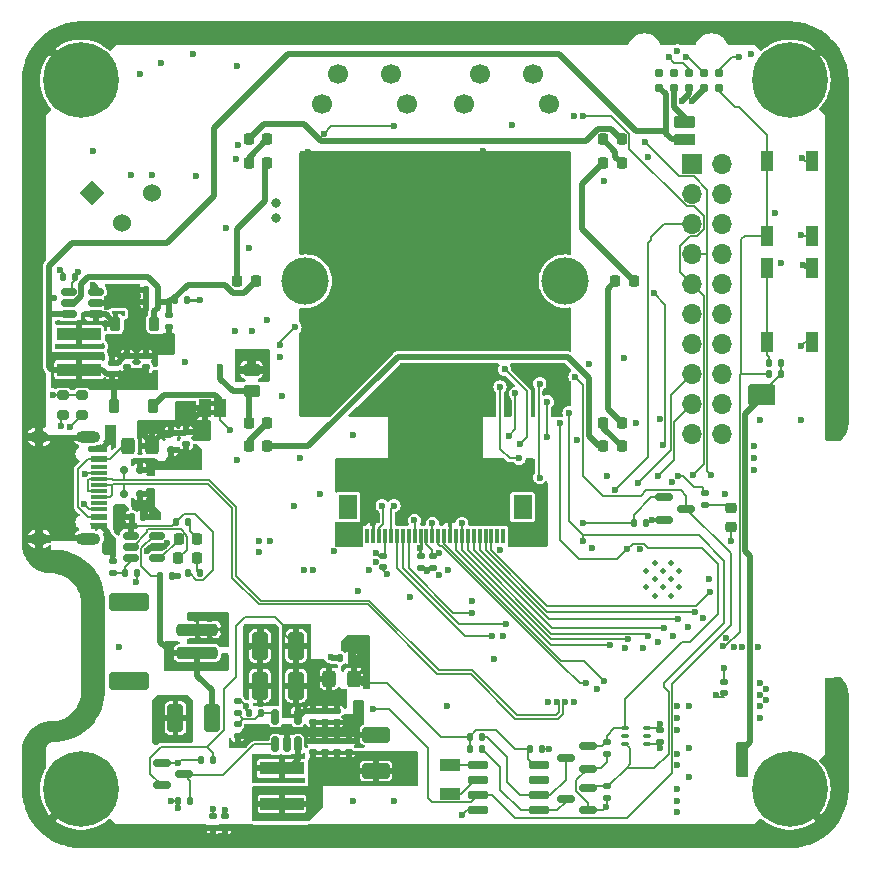
<source format=gtl>
%TF.GenerationSoftware,KiCad,Pcbnew,7.0.1*%
%TF.CreationDate,2023-05-20T22:45:57-07:00*%
%TF.ProjectId,ai-camera-rev3,61692d63-616d-4657-9261-2d726576332e,rev3*%
%TF.SameCoordinates,PX5a995c0PY2aea540*%
%TF.FileFunction,Copper,L1,Top*%
%TF.FilePolarity,Positive*%
%FSLAX46Y46*%
G04 Gerber Fmt 4.6, Leading zero omitted, Abs format (unit mm)*
G04 Created by KiCad (PCBNEW 7.0.1) date 2023-05-20 22:45:57*
%MOMM*%
%LPD*%
G01*
G04 APERTURE LIST*
G04 Aperture macros list*
%AMRoundRect*
0 Rectangle with rounded corners*
0 $1 Rounding radius*
0 $2 $3 $4 $5 $6 $7 $8 $9 X,Y pos of 4 corners*
0 Add a 4 corners polygon primitive as box body*
4,1,4,$2,$3,$4,$5,$6,$7,$8,$9,$2,$3,0*
0 Add four circle primitives for the rounded corners*
1,1,$1+$1,$2,$3*
1,1,$1+$1,$4,$5*
1,1,$1+$1,$6,$7*
1,1,$1+$1,$8,$9*
0 Add four rect primitives between the rounded corners*
20,1,$1+$1,$2,$3,$4,$5,0*
20,1,$1+$1,$4,$5,$6,$7,0*
20,1,$1+$1,$6,$7,$8,$9,0*
20,1,$1+$1,$8,$9,$2,$3,0*%
%AMRotRect*
0 Rectangle, with rotation*
0 The origin of the aperture is its center*
0 $1 length*
0 $2 width*
0 $3 Rotation angle, in degrees counterclockwise*
0 Add horizontal line*
21,1,$1,$2,0,0,$3*%
G04 Aperture macros list end*
%TA.AperFunction,SMDPad,CuDef*%
%ADD10RoundRect,0.140000X-0.140000X-0.170000X0.140000X-0.170000X0.140000X0.170000X-0.140000X0.170000X0*%
%TD*%
%TA.AperFunction,SMDPad,CuDef*%
%ADD11RoundRect,0.075000X0.250000X0.075000X-0.250000X0.075000X-0.250000X-0.075000X0.250000X-0.075000X0*%
%TD*%
%TA.AperFunction,ComponentPad*%
%ADD12C,3.600000*%
%TD*%
%TA.AperFunction,ConnectorPad*%
%ADD13C,6.400000*%
%TD*%
%TA.AperFunction,SMDPad,CuDef*%
%ADD14RoundRect,0.150000X-0.725000X-0.150000X0.725000X-0.150000X0.725000X0.150000X-0.725000X0.150000X0*%
%TD*%
%TA.AperFunction,SMDPad,CuDef*%
%ADD15R,3.700000X1.100000*%
%TD*%
%TA.AperFunction,SMDPad,CuDef*%
%ADD16RoundRect,0.140000X-0.170000X0.140000X-0.170000X-0.140000X0.170000X-0.140000X0.170000X0.140000X0*%
%TD*%
%TA.AperFunction,SMDPad,CuDef*%
%ADD17RoundRect,0.200000X0.275000X-0.200000X0.275000X0.200000X-0.275000X0.200000X-0.275000X-0.200000X0*%
%TD*%
%TA.AperFunction,WasherPad*%
%ADD18C,4.000000*%
%TD*%
%TA.AperFunction,SMDPad,CuDef*%
%ADD19RoundRect,0.135000X0.135000X0.185000X-0.135000X0.185000X-0.135000X-0.185000X0.135000X-0.185000X0*%
%TD*%
%TA.AperFunction,SMDPad,CuDef*%
%ADD20RoundRect,0.150000X-0.150000X-0.200000X0.150000X-0.200000X0.150000X0.200000X-0.150000X0.200000X0*%
%TD*%
%TA.AperFunction,SMDPad,CuDef*%
%ADD21R,1.000000X1.700000*%
%TD*%
%TA.AperFunction,SMDPad,CuDef*%
%ADD22R,1.800000X1.000000*%
%TD*%
%TA.AperFunction,SMDPad,CuDef*%
%ADD23RoundRect,0.250000X-0.325000X-0.450000X0.325000X-0.450000X0.325000X0.450000X-0.325000X0.450000X0*%
%TD*%
%TA.AperFunction,SMDPad,CuDef*%
%ADD24RoundRect,0.218750X0.256250X-0.218750X0.256250X0.218750X-0.256250X0.218750X-0.256250X-0.218750X0*%
%TD*%
%TA.AperFunction,SMDPad,CuDef*%
%ADD25RoundRect,0.135000X-0.135000X-0.185000X0.135000X-0.185000X0.135000X0.185000X-0.135000X0.185000X0*%
%TD*%
%TA.AperFunction,SMDPad,CuDef*%
%ADD26RoundRect,0.218750X-0.218750X-0.256250X0.218750X-0.256250X0.218750X0.256250X-0.218750X0.256250X0*%
%TD*%
%TA.AperFunction,SMDPad,CuDef*%
%ADD27RoundRect,0.250000X0.412500X0.925000X-0.412500X0.925000X-0.412500X-0.925000X0.412500X-0.925000X0*%
%TD*%
%TA.AperFunction,SMDPad,CuDef*%
%ADD28RoundRect,0.140000X0.170000X-0.140000X0.170000X0.140000X-0.170000X0.140000X-0.170000X-0.140000X0*%
%TD*%
%TA.AperFunction,SMDPad,CuDef*%
%ADD29RoundRect,0.135000X0.185000X-0.135000X0.185000X0.135000X-0.185000X0.135000X-0.185000X-0.135000X0*%
%TD*%
%TA.AperFunction,WasherPad*%
%ADD30C,1.700000*%
%TD*%
%TA.AperFunction,ComponentPad*%
%ADD31C,1.700000*%
%TD*%
%TA.AperFunction,SMDPad,CuDef*%
%ADD32RoundRect,0.135000X-0.185000X0.135000X-0.185000X-0.135000X0.185000X-0.135000X0.185000X0.135000X0*%
%TD*%
%TA.AperFunction,SMDPad,CuDef*%
%ADD33RoundRect,0.250000X-1.500000X0.250000X-1.500000X-0.250000X1.500000X-0.250000X1.500000X0.250000X0*%
%TD*%
%TA.AperFunction,SMDPad,CuDef*%
%ADD34RoundRect,0.250001X-1.449999X0.499999X-1.449999X-0.499999X1.449999X-0.499999X1.449999X0.499999X0*%
%TD*%
%TA.AperFunction,SMDPad,CuDef*%
%ADD35RoundRect,0.250000X0.325000X0.450000X-0.325000X0.450000X-0.325000X-0.450000X0.325000X-0.450000X0*%
%TD*%
%TA.AperFunction,SMDPad,CuDef*%
%ADD36R,1.000000X1.500000*%
%TD*%
%TA.AperFunction,SMDPad,CuDef*%
%ADD37RoundRect,0.150000X0.512500X0.150000X-0.512500X0.150000X-0.512500X-0.150000X0.512500X-0.150000X0*%
%TD*%
%TA.AperFunction,SMDPad,CuDef*%
%ADD38R,0.300000X1.300000*%
%TD*%
%TA.AperFunction,SMDPad,CuDef*%
%ADD39R,1.600000X2.000000*%
%TD*%
%TA.AperFunction,SMDPad,CuDef*%
%ADD40RoundRect,0.150000X0.587500X0.150000X-0.587500X0.150000X-0.587500X-0.150000X0.587500X-0.150000X0*%
%TD*%
%TA.AperFunction,SMDPad,CuDef*%
%ADD41RoundRect,0.150000X-0.200000X0.150000X-0.200000X-0.150000X0.200000X-0.150000X0.200000X0.150000X0*%
%TD*%
%TA.AperFunction,SMDPad,CuDef*%
%ADD42RoundRect,0.225000X0.225000X0.375000X-0.225000X0.375000X-0.225000X-0.375000X0.225000X-0.375000X0*%
%TD*%
%TA.AperFunction,ComponentPad*%
%ADD43C,0.800000*%
%TD*%
%TA.AperFunction,ComponentPad*%
%ADD44RotRect,1.524000X1.524000X45.000000*%
%TD*%
%TA.AperFunction,ComponentPad*%
%ADD45C,1.524000*%
%TD*%
%TA.AperFunction,SMDPad,CuDef*%
%ADD46RoundRect,0.150000X0.150000X-0.512500X0.150000X0.512500X-0.150000X0.512500X-0.150000X-0.512500X0*%
%TD*%
%TA.AperFunction,ComponentPad*%
%ADD47R,1.700000X1.700000*%
%TD*%
%TA.AperFunction,ComponentPad*%
%ADD48O,1.700000X1.700000*%
%TD*%
%TA.AperFunction,SMDPad,CuDef*%
%ADD49RoundRect,0.225000X-0.225000X-0.375000X0.225000X-0.375000X0.225000X0.375000X-0.225000X0.375000X0*%
%TD*%
%TA.AperFunction,SMDPad,CuDef*%
%ADD50RoundRect,0.140000X0.140000X0.170000X-0.140000X0.170000X-0.140000X-0.170000X0.140000X-0.170000X0*%
%TD*%
%TA.AperFunction,SMDPad,CuDef*%
%ADD51RoundRect,0.150000X-0.587500X-0.150000X0.587500X-0.150000X0.587500X0.150000X-0.587500X0.150000X0*%
%TD*%
%TA.AperFunction,SMDPad,CuDef*%
%ADD52R,1.450000X0.600000*%
%TD*%
%TA.AperFunction,SMDPad,CuDef*%
%ADD53R,1.450000X0.300000*%
%TD*%
%TA.AperFunction,ComponentPad*%
%ADD54O,2.100000X1.000000*%
%TD*%
%TA.AperFunction,ComponentPad*%
%ADD55O,1.600000X1.000000*%
%TD*%
%TA.AperFunction,SMDPad,CuDef*%
%ADD56RoundRect,0.250000X0.925000X-0.412500X0.925000X0.412500X-0.925000X0.412500X-0.925000X-0.412500X0*%
%TD*%
%TA.AperFunction,SMDPad,CuDef*%
%ADD57RoundRect,0.250000X0.450000X-0.262500X0.450000X0.262500X-0.450000X0.262500X-0.450000X-0.262500X0*%
%TD*%
%TA.AperFunction,ConnectorPad*%
%ADD58C,0.787400*%
%TD*%
%TA.AperFunction,ComponentPad*%
%ADD59C,0.500000*%
%TD*%
%TA.AperFunction,ViaPad*%
%ADD60C,0.600000*%
%TD*%
%TA.AperFunction,Conductor*%
%ADD61C,0.127000*%
%TD*%
%TA.AperFunction,Conductor*%
%ADD62C,0.250000*%
%TD*%
%TA.AperFunction,Conductor*%
%ADD63C,0.500000*%
%TD*%
%TA.AperFunction,Conductor*%
%ADD64C,0.203200*%
%TD*%
%TA.AperFunction,Conductor*%
%ADD65C,0.200000*%
%TD*%
G04 APERTURE END LIST*
%TA.AperFunction,EtchedComponent*%
G36*
X16370000Y-33340000D02*
G01*
X15870000Y-33340000D01*
X15870000Y-32940000D01*
X16370000Y-32940000D01*
X16370000Y-33340000D01*
G37*
%TD.AperFunction*%
%TA.AperFunction,EtchedComponent*%
G36*
X16370000Y-32540000D02*
G01*
X15870000Y-32540000D01*
X15870000Y-32140000D01*
X16370000Y-32140000D01*
X16370000Y-32540000D01*
G37*
%TD.AperFunction*%
D10*
X11712000Y-47000000D03*
X12672000Y-47000000D03*
D11*
X52900000Y-61150000D03*
X52900000Y-60500000D03*
X52900000Y-59850000D03*
X51100000Y-59850000D03*
X51100000Y-60500000D03*
X51100000Y-61150000D03*
D12*
X5000000Y-65000000D03*
D13*
X5000000Y-65000000D03*
D14*
X38605000Y-62995000D03*
X38605000Y-64265000D03*
X38605000Y-65535000D03*
X38605000Y-66805000D03*
X43755000Y-66805000D03*
X43755000Y-65535000D03*
X43755000Y-64265000D03*
X43755000Y-62995000D03*
D12*
X5000000Y-5000000D03*
D13*
X5000000Y-5000000D03*
D15*
X22000000Y-63250000D03*
X22000000Y-66250000D03*
D16*
X25654000Y-58406000D03*
X25654000Y-59366000D03*
D17*
X5100000Y-33325000D03*
X5100000Y-31675000D03*
D18*
X24000000Y-22000000D03*
X46000000Y-22000000D03*
D10*
X43040000Y-61620000D03*
X44000000Y-61620000D03*
D19*
X14260000Y-66020000D03*
X13240000Y-66020000D03*
D17*
X3500000Y-33325000D03*
X3500000Y-31675000D03*
D19*
X16200000Y-62530000D03*
X15180000Y-62530000D03*
D20*
X10007500Y-37970000D03*
X8607500Y-37970000D03*
D21*
X66900000Y-20850000D03*
X66900000Y-27150000D03*
X63100000Y-20850000D03*
X63100000Y-27150000D03*
D22*
X36220000Y-65430000D03*
X36220000Y-62930000D03*
D23*
X8975000Y-35930000D03*
X11025000Y-35930000D03*
D16*
X12450000Y-24905000D03*
X12450000Y-25865000D03*
D24*
X60000000Y-42787500D03*
X60000000Y-41212500D03*
D25*
X63250000Y-28890000D03*
X64270000Y-28890000D03*
D26*
X13248987Y-45459099D03*
X14823987Y-45459099D03*
X19212500Y-36000000D03*
X20787500Y-36000000D03*
D25*
X14040000Y-46750000D03*
X15060000Y-46750000D03*
D27*
X16075000Y-59000000D03*
X13000000Y-59000000D03*
D25*
X37910000Y-61620000D03*
X38930000Y-61620000D03*
D28*
X34798000Y-46261000D03*
X34798000Y-45301000D03*
D29*
X49500000Y-62010000D03*
X49500000Y-60990000D03*
D30*
X44600000Y-7000000D03*
X37400000Y-7000000D03*
D31*
X43250000Y-4500000D03*
X38750000Y-4500000D03*
D27*
X23212500Y-56250000D03*
X20137500Y-56250000D03*
D15*
X4850000Y-29490000D03*
X4850000Y-26490000D03*
D26*
X19212500Y-12000000D03*
X20787500Y-12000000D03*
D10*
X26900000Y-53900000D03*
X27860000Y-53900000D03*
D32*
X13920000Y-34750000D03*
X13920000Y-35770000D03*
D33*
X14850000Y-51500000D03*
X14850000Y-53500000D03*
D34*
X9100000Y-49150000D03*
X9100000Y-55850000D03*
D35*
X28075000Y-55670000D03*
X26025000Y-55670000D03*
D26*
X49212500Y-34000000D03*
X50787500Y-34000000D03*
D10*
X19250000Y-58550000D03*
X20210000Y-58550000D03*
D36*
X16770000Y-32740000D03*
X15470000Y-32740000D03*
D26*
X19212500Y-34000000D03*
X20787500Y-34000000D03*
D32*
X18270000Y-57570000D03*
X18270000Y-58590000D03*
D16*
X8910000Y-28320000D03*
X8910000Y-29280000D03*
D26*
X13261486Y-43859099D03*
X14836486Y-43859099D03*
D32*
X18260000Y-59500000D03*
X18260000Y-60520000D03*
D16*
X17200000Y-67300000D03*
X17200000Y-68260000D03*
D37*
X6247500Y-24820000D03*
X6247500Y-23870000D03*
X6247500Y-22920000D03*
X3972500Y-22920000D03*
X3972500Y-23870000D03*
X3972500Y-24820000D03*
D38*
X40750000Y-43600000D03*
X40250000Y-43600000D03*
X39750000Y-43600000D03*
X39250000Y-43600000D03*
X38750000Y-43600000D03*
X38250000Y-43600000D03*
X37750000Y-43600000D03*
X37250000Y-43600000D03*
X36750000Y-43600000D03*
X36250000Y-43600000D03*
X35750000Y-43600000D03*
X35250000Y-43600000D03*
X34750000Y-43600000D03*
X34250000Y-43600000D03*
X33750000Y-43600000D03*
X33250000Y-43600000D03*
X32750000Y-43600000D03*
X32250000Y-43600000D03*
X31750000Y-43600000D03*
X31250000Y-43600000D03*
X30750000Y-43600000D03*
X30250000Y-43600000D03*
X29750000Y-43600000D03*
X29250000Y-43600000D03*
D39*
X42400000Y-41120000D03*
X27600000Y-41120000D03*
D26*
X49212500Y-10000000D03*
X50787500Y-10000000D03*
D40*
X47927500Y-63290000D03*
X47927500Y-61390000D03*
X46052500Y-62340000D03*
D29*
X16200000Y-68310000D03*
X16200000Y-67290000D03*
D41*
X12630000Y-36270000D03*
X12630000Y-34870000D03*
D26*
X19212500Y-10000000D03*
X20787500Y-10000000D03*
D30*
X32600000Y-7000000D03*
X25400000Y-7000000D03*
D31*
X31250000Y-4500000D03*
X26750000Y-4500000D03*
D21*
X66900000Y-11850000D03*
X66900000Y-18150000D03*
X63100000Y-11850000D03*
X63100000Y-18150000D03*
D42*
X11220000Y-25600000D03*
X7920000Y-25600000D03*
D10*
X10520000Y-23750000D03*
X11480000Y-23750000D03*
D43*
X21500000Y-16625000D03*
X21500000Y-15375000D03*
D25*
X3480000Y-21620000D03*
X4500000Y-21620000D03*
D26*
X49212500Y-12000000D03*
X50787500Y-12000000D03*
D29*
X49500000Y-65760000D03*
X49500000Y-64740000D03*
D28*
X59410000Y-56880000D03*
X59410000Y-55920000D03*
D16*
X27686000Y-60946000D03*
X27686000Y-61906000D03*
D44*
X5960000Y-14500000D03*
D45*
X8500000Y-17040000D03*
X11040000Y-14500000D03*
D16*
X25654000Y-60946000D03*
X25654000Y-61906000D03*
D20*
X10007500Y-40030000D03*
X8607500Y-40030000D03*
D46*
X21462500Y-61200000D03*
X22412500Y-61200000D03*
X23362500Y-61200000D03*
X23362500Y-58925000D03*
X21462500Y-58925000D03*
D16*
X24638000Y-60946000D03*
X24638000Y-61906000D03*
D29*
X7725000Y-46710000D03*
X7725000Y-45690000D03*
D16*
X26670000Y-60946000D03*
X26670000Y-61906000D03*
D26*
X49212500Y-36000000D03*
X50787500Y-36000000D03*
D12*
X65000000Y-5000000D03*
D13*
X65000000Y-5000000D03*
D28*
X26670000Y-59366000D03*
X26670000Y-58406000D03*
D25*
X37920000Y-60590000D03*
X38940000Y-60590000D03*
D47*
X56725000Y-12075000D03*
D48*
X59265000Y-12075000D03*
X56725000Y-14615000D03*
X59265000Y-14615000D03*
X56725000Y-17155000D03*
X59265000Y-17155000D03*
X56725000Y-19695000D03*
X59265000Y-19695000D03*
X56725000Y-22235000D03*
X59265000Y-22235000D03*
X56725000Y-24775000D03*
X59265000Y-24775000D03*
X56725000Y-27315000D03*
X59265000Y-27315000D03*
X56725000Y-29855000D03*
X59265000Y-29855000D03*
X56725000Y-32395000D03*
X59265000Y-32395000D03*
X56725000Y-34935000D03*
X59265000Y-34935000D03*
D10*
X10520000Y-22750000D03*
X11480000Y-22750000D03*
D28*
X33782000Y-46261000D03*
X33782000Y-45301000D03*
D32*
X57830000Y-39940000D03*
X57830000Y-40960000D03*
D28*
X54000000Y-60980000D03*
X54000000Y-60020000D03*
D26*
X50212500Y-22000000D03*
X51787500Y-22000000D03*
D49*
X7790000Y-32530000D03*
X11090000Y-32530000D03*
D25*
X13013986Y-42409099D03*
X14033986Y-42409099D03*
D50*
X10255000Y-41975000D03*
X9295000Y-41975000D03*
D25*
X8715000Y-46750000D03*
X9735000Y-46750000D03*
D26*
X18212500Y-22000000D03*
X19787500Y-22000000D03*
D51*
X54380000Y-40300000D03*
X54380000Y-42200000D03*
X56255000Y-41250000D03*
D52*
X6545000Y-36250000D03*
X6545000Y-37050000D03*
D53*
X6545000Y-38250000D03*
X6545000Y-39250000D03*
X6545000Y-39750000D03*
X6545000Y-40750000D03*
D52*
X6545000Y-41950000D03*
X6545000Y-42750000D03*
X6545000Y-42750000D03*
X6545000Y-41950000D03*
D53*
X6545000Y-41250000D03*
X6545000Y-40250000D03*
X6545000Y-38750000D03*
X6545000Y-37750000D03*
D52*
X6545000Y-37050000D03*
X6545000Y-36250000D03*
D54*
X5630000Y-35180000D03*
D55*
X1450000Y-35180000D03*
D54*
X5630000Y-43820000D03*
D55*
X1450000Y-43820000D03*
D12*
X65000000Y-65000000D03*
D13*
X65000000Y-65000000D03*
D28*
X10490000Y-29285000D03*
X10490000Y-28325000D03*
D19*
X52830000Y-42470000D03*
X51810000Y-42470000D03*
D28*
X24638000Y-59366000D03*
X24638000Y-58406000D03*
D51*
X11832500Y-62790000D03*
X11832500Y-64690000D03*
X13707500Y-63740000D03*
D25*
X63250000Y-29900000D03*
X64270000Y-29900000D03*
D28*
X30607000Y-46221000D03*
X30607000Y-45261000D03*
D40*
X47917500Y-66800000D03*
X47917500Y-64900000D03*
X46042500Y-65850000D03*
D56*
X29972000Y-63471500D03*
X29972000Y-60396500D03*
D37*
X11475000Y-45449999D03*
X11475000Y-44499999D03*
X11475000Y-43549999D03*
X9200000Y-43549999D03*
X9200000Y-44499999D03*
X9200000Y-45449999D03*
D57*
X19440000Y-31332500D03*
X19440000Y-29507500D03*
D27*
X23212500Y-52875001D03*
X20137500Y-52875001D03*
D58*
X53960000Y-5635000D03*
X55230000Y-5635000D03*
X56500000Y-5635000D03*
X57770000Y-5635000D03*
X59040000Y-5635000D03*
X59040000Y-4365000D03*
X57770000Y-4365000D03*
X56500000Y-4365000D03*
X55230000Y-4365000D03*
X53960000Y-4365000D03*
D16*
X7630000Y-28890000D03*
X7630000Y-29850000D03*
D50*
X13950000Y-23630000D03*
X12990000Y-23630000D03*
D59*
X53560000Y-48630000D03*
X54960000Y-48630000D03*
X52860000Y-47930000D03*
X54260000Y-47930000D03*
X55660000Y-47930000D03*
X53560000Y-47230000D03*
X54960000Y-47230000D03*
X52860000Y-46530000D03*
X54260000Y-46530000D03*
X55660000Y-46530000D03*
X53560000Y-45830000D03*
X54960000Y-45830000D03*
D60*
X58740000Y-57010000D03*
X28500000Y-59000000D03*
X6000000Y-11000000D03*
X39850000Y-32870000D03*
X28469205Y-58050000D03*
X11750000Y-3500000D03*
X13500000Y-37500000D03*
X22000000Y-31750000D03*
X26000000Y-60000000D03*
X11800000Y-59400000D03*
X64250000Y-20500000D03*
X62500000Y-57000000D03*
X56500000Y-64000000D03*
X10350000Y-41025000D03*
X53000000Y-11500000D03*
X37000000Y-33000000D03*
X33000000Y-30500000D03*
X51000000Y-28500000D03*
X18250000Y-3750000D03*
X32896917Y-48779083D03*
X11000000Y-13000000D03*
X55500000Y-66925500D03*
X55500000Y-2500000D03*
X59584483Y-52218483D03*
X17250000Y-17500000D03*
X10000000Y-37250000D03*
X20500000Y-28250000D03*
X28000000Y-60000000D03*
X13249500Y-46990000D03*
X48650000Y-56550000D03*
X24638000Y-46440000D03*
X60000000Y-44000000D03*
X7300000Y-43575000D03*
X12725000Y-60775000D03*
X66000000Y-33750000D03*
X10621692Y-44835022D03*
X63000000Y-56500000D03*
X20250000Y-57767600D03*
X19500000Y-26250000D03*
X8000000Y-27000000D03*
X17025000Y-51500000D03*
X57658000Y-50546000D03*
X55118000Y-52070000D03*
X20088035Y-44911965D03*
X51054000Y-53086000D03*
X18500000Y-28250000D03*
X62500000Y-56000000D03*
X56500000Y-58000000D03*
X7234026Y-24150065D03*
X2625000Y-31650000D03*
X29750000Y-42500000D03*
X19500000Y-28250000D03*
X65975000Y-18125000D03*
X12610000Y-65980000D03*
X7475000Y-35500000D03*
X55000000Y-39000000D03*
X15900000Y-50600000D03*
X62353000Y-52983229D03*
X3240938Y-21030000D03*
X32000000Y-18500000D03*
X52324000Y-44704000D03*
X42000000Y-18000000D03*
X10000000Y-24750000D03*
X11800000Y-60325000D03*
X32000000Y-13000000D03*
X22750000Y-60000000D03*
X55500000Y-59000000D03*
X33000000Y-35500000D03*
X49250000Y-13500000D03*
X63000000Y-57500000D03*
X21000000Y-44000000D03*
X10750000Y-40000000D03*
X46999146Y-35422111D03*
X55500000Y-58000000D03*
X52578000Y-53086000D03*
X41500000Y-8750000D03*
X11250000Y-27000000D03*
X14800000Y-50600000D03*
X40000000Y-54000000D03*
X55906500Y-6750000D03*
X9700000Y-47450000D03*
X11800000Y-57750000D03*
X20250000Y-54500000D03*
X35306000Y-46882000D03*
X18100000Y-11625000D03*
X16200000Y-66700000D03*
X60250000Y-53000000D03*
X9750000Y-27000000D03*
X28000000Y-66000000D03*
X7700000Y-45200000D03*
X39750000Y-22250000D03*
X28000000Y-35000000D03*
X65950000Y-27525000D03*
X45000000Y-31000000D03*
X46750000Y-57650000D03*
X25300000Y-15160000D03*
X29000000Y-27000000D03*
X28448000Y-48260000D03*
X14900000Y-52300000D03*
X48250000Y-44629123D03*
X62500000Y-59000000D03*
X62500000Y-58000000D03*
X31500000Y-66000000D03*
X24384000Y-25908000D03*
X21250000Y-53000000D03*
X55500000Y-65000000D03*
X55500000Y-62000000D03*
X28000000Y-38000000D03*
X8250000Y-53000000D03*
X12500000Y-27000000D03*
X20102600Y-44000000D03*
X40443828Y-44750863D03*
X36250000Y-42250000D03*
X38110000Y-49070000D03*
X13800000Y-28860000D03*
X55500000Y-66000000D03*
X35020000Y-39870000D03*
X17200000Y-66750000D03*
X30000000Y-38000000D03*
X14500000Y-2750000D03*
X29413200Y-46440000D03*
X33000000Y-33000000D03*
X37500000Y-38000000D03*
X12750000Y-37500000D03*
X9600000Y-41075000D03*
X56750000Y-6750000D03*
X7475000Y-34625000D03*
X15110000Y-23580000D03*
X37000000Y-13000000D03*
X46750000Y-8000000D03*
X23000000Y-41000000D03*
X59500000Y-40000000D03*
X12306655Y-44180096D03*
X13225000Y-66575000D03*
X19250000Y-56250000D03*
X10000000Y-4500000D03*
X53990000Y-33650000D03*
X26390000Y-44890000D03*
X62000000Y-36000000D03*
X23750000Y-60000000D03*
X10750000Y-38000000D03*
X66025000Y-11550000D03*
X27000000Y-60000000D03*
X9250000Y-13000000D03*
X42000000Y-13000000D03*
X58166000Y-47244000D03*
X37290000Y-67200000D03*
X55500000Y-60000000D03*
X55500000Y-63000000D03*
X49500000Y-38500000D03*
X56500000Y-61500000D03*
X44525000Y-57650000D03*
X18173800Y-37155053D03*
X63750000Y-16250000D03*
X48000000Y-29000000D03*
X25250000Y-40000000D03*
X23876000Y-46440000D03*
X21250000Y-56250000D03*
X61750000Y-2750000D03*
X62500000Y-33750000D03*
X25000000Y-60000000D03*
X20250000Y-51500000D03*
X10000000Y-25750000D03*
X11825000Y-58550000D03*
X7229838Y-23485458D03*
X30930000Y-46790000D03*
X18000000Y-26250000D03*
X14750000Y-13126576D03*
X30000000Y-45800000D03*
X36000000Y-58000000D03*
X62000000Y-37000000D03*
X39000000Y-11000000D03*
X54000000Y-59500000D03*
X20750000Y-25250000D03*
X40700000Y-52050000D03*
X52000000Y-34000000D03*
X36068000Y-46440000D03*
X21844000Y-28448000D03*
X21750000Y-60000000D03*
X37250000Y-40825000D03*
X24260000Y-11050000D03*
X38500000Y-27000000D03*
X14250000Y-37500000D03*
X28500000Y-13000000D03*
X34280000Y-46530000D03*
X32000000Y-27000000D03*
X56388000Y-51308000D03*
X23539191Y-36987921D03*
X61000000Y-53000000D03*
X53848000Y-52578000D03*
X18300000Y-10500000D03*
X32000000Y-21000000D03*
X7300000Y-44450000D03*
X53350000Y-42199998D03*
X11350000Y-41925000D03*
X19200000Y-19200000D03*
X66125000Y-20650000D03*
X19250000Y-53000000D03*
X26162000Y-53806000D03*
X44610000Y-61620000D03*
X15900000Y-52300000D03*
X62000000Y-38000000D03*
X69000000Y-29000000D03*
X20000000Y-69000000D03*
X30000000Y-1000000D03*
X20000000Y-1000000D03*
X1000000Y-29000000D03*
X41000000Y-69000000D03*
X41000000Y-1000000D03*
X10000000Y-69000000D03*
X1000000Y-40000000D03*
X6000000Y-56000000D03*
X6000000Y-49000000D03*
X10000000Y-1000000D03*
X50000000Y-69000000D03*
X30000000Y-69000000D03*
X69000000Y-9000000D03*
X1000000Y-62000000D03*
X60000000Y-1000000D03*
X50000000Y-1000000D03*
X69000000Y-59000000D03*
X1000000Y-9000000D03*
X69000000Y-19000000D03*
X1000000Y-19000000D03*
X60000000Y-69000000D03*
X29000000Y-54000000D03*
X8685000Y-30745000D03*
X6815000Y-30715000D03*
X56500000Y-10000000D03*
X28200000Y-52450000D03*
X29000000Y-55000000D03*
X29000000Y-56000000D03*
X7795000Y-30725000D03*
X55750000Y-10000000D03*
X2730000Y-23438550D03*
X29000000Y-53000000D03*
X15750000Y-54500000D03*
X14850000Y-54450000D03*
X14000000Y-54500000D03*
X12680000Y-53500000D03*
X61000000Y-63500000D03*
X55750000Y-8500000D03*
X33000000Y-62500000D03*
X54000000Y-61500000D03*
X49470000Y-66530000D03*
X63000000Y-32250000D03*
X61000000Y-62500000D03*
X33020000Y-63458000D03*
X32004000Y-63458000D03*
X19000000Y-58000000D03*
X62250000Y-32250000D03*
X32000000Y-62500000D03*
X63000000Y-31500000D03*
X56500000Y-8500000D03*
X62250000Y-31500000D03*
X61000000Y-61625000D03*
X50249992Y-39647776D03*
X60750000Y-3000000D03*
X63000000Y-20500000D03*
X59410000Y-54770000D03*
X59385200Y-52933600D03*
X63250000Y-12250000D03*
X54250000Y-35840000D03*
X53500000Y-23000000D03*
X30010000Y-45000000D03*
X33680000Y-44600000D03*
X51308000Y-52324000D03*
X37250000Y-42500000D03*
X11000000Y-34750000D03*
X8100000Y-41300000D03*
X10000000Y-34728358D03*
X8050000Y-42750000D03*
X8075000Y-42025000D03*
X45261500Y-57650000D03*
X45988500Y-57650000D03*
X56250000Y-3000000D03*
X58369200Y-38455600D03*
X52750000Y-10250000D03*
X47500000Y-8000000D03*
X54750000Y-3000000D03*
X56794400Y-38455600D03*
X52140000Y-39050000D03*
X53860000Y-38500000D03*
X58216800Y-48310800D03*
X56946800Y-49987200D03*
X55575200Y-50647600D03*
X54356000Y-51358800D03*
X53035200Y-52070000D03*
X49784000Y-52832000D03*
X49276000Y-55829200D03*
X47720000Y-56050000D03*
X34750000Y-42500000D03*
X33223200Y-42250000D03*
X38130000Y-50110000D03*
X40993594Y-51056006D03*
X39776400Y-52019200D03*
X51206400Y-44704000D03*
X45590002Y-34036000D03*
X31500000Y-41000000D03*
X30500000Y-41000000D03*
X47500000Y-44000000D03*
X46320000Y-33150000D03*
X6025971Y-22366501D03*
X16750000Y-29250000D03*
X3346394Y-34305199D03*
X5358517Y-38311483D03*
X47500000Y-42500000D03*
X5290000Y-40860000D03*
X4070000Y-34370000D03*
X23114000Y-25908000D03*
X21844000Y-27432000D03*
X43850000Y-38630000D03*
X43850000Y-30690000D03*
X41780000Y-31510000D03*
X41200000Y-35110000D03*
X55570000Y-38490000D03*
X42090000Y-37010000D03*
X40480000Y-30970000D03*
X4720000Y-21250000D03*
X44480000Y-32220000D03*
X44490000Y-35160000D03*
X40880000Y-29460000D03*
X42160000Y-35780000D03*
X25600000Y-9500000D03*
X46820000Y-30080000D03*
X13250000Y-62790000D03*
X29750000Y-58190000D03*
X31500000Y-8900000D03*
X35353517Y-45046483D03*
X17580000Y-34570000D03*
D61*
X66325000Y-27150000D02*
X65950000Y-27525000D01*
X17200000Y-67300000D02*
X17200000Y-66750000D01*
X10000000Y-37250000D02*
X10000000Y-37962500D01*
X66325000Y-11850000D02*
X66025000Y-11550000D01*
X52900000Y-59850000D02*
X53830000Y-59850000D01*
X66900000Y-20850000D02*
X66325000Y-20850000D01*
X53350000Y-42200000D02*
X53100000Y-42200000D01*
X18260000Y-60520000D02*
X18780000Y-60000000D01*
D62*
X15060000Y-23630000D02*
X15110000Y-23580000D01*
D61*
X34310000Y-46261000D02*
X34310000Y-46500000D01*
D63*
X8110000Y-28890000D02*
X7630000Y-28890000D01*
D61*
X10007500Y-40030000D02*
X10007500Y-40682500D01*
X34310000Y-46261000D02*
X33782000Y-46261000D01*
X7725000Y-45225000D02*
X7700000Y-45200000D01*
D63*
X8910000Y-28090000D02*
X8110000Y-28890000D01*
D61*
X7228237Y-23485458D02*
X7229838Y-23485458D01*
D62*
X29750000Y-43600000D02*
X29750000Y-42500000D01*
D61*
X59410000Y-57175000D02*
X58905000Y-57175000D01*
D62*
X36250000Y-43600000D02*
X36250000Y-42250000D01*
D61*
X10007500Y-40682500D02*
X10350000Y-41025000D01*
X3480000Y-21269062D02*
X3240938Y-21030000D01*
X34798000Y-46261000D02*
X34310000Y-46261000D01*
X3480000Y-21620000D02*
X3480000Y-21269062D01*
X38605000Y-66805000D02*
X37685000Y-66805000D01*
X9735000Y-46750000D02*
X9735000Y-47415000D01*
X54000000Y-60020000D02*
X54000000Y-59500000D01*
D63*
X6750000Y-42750000D02*
X7300000Y-43300000D01*
X56500000Y-6156500D02*
X56500000Y-5635000D01*
X11475000Y-44499999D02*
X10956715Y-44499999D01*
D61*
X66900000Y-18150000D02*
X66000000Y-18150000D01*
X13240000Y-66020000D02*
X13240000Y-66560000D01*
D63*
X10956715Y-44499999D02*
X10621692Y-44835022D01*
D61*
X16200000Y-67290000D02*
X16200000Y-66700000D01*
X58905000Y-57175000D02*
X58740000Y-57010000D01*
D63*
X11475000Y-44499999D02*
X11986752Y-44499999D01*
D61*
X66900000Y-11850000D02*
X66325000Y-11850000D01*
X3500000Y-31675000D02*
X2650000Y-31675000D01*
X54380000Y-42200000D02*
X53350000Y-42200000D01*
X10007500Y-40030000D02*
X10007500Y-40667500D01*
X2650000Y-31675000D02*
X2625000Y-31650000D01*
X7300000Y-43575000D02*
X7300000Y-43500000D01*
X53100000Y-42200000D02*
X52830000Y-42470000D01*
X7234026Y-24150065D02*
X6953961Y-23870000D01*
X66900000Y-27150000D02*
X66325000Y-27150000D01*
D62*
X14245000Y-23630000D02*
X15060000Y-23630000D01*
D61*
X3500000Y-31675000D02*
X5100000Y-31675000D01*
X37685000Y-66805000D02*
X37290000Y-67200000D01*
D63*
X26900000Y-53900000D02*
X26256000Y-53900000D01*
D61*
X60000000Y-42787500D02*
X60000000Y-44000000D01*
X66325000Y-20850000D02*
X66125000Y-20650000D01*
X44000000Y-61620000D02*
X44610000Y-61620000D01*
X18780000Y-60000000D02*
X21750000Y-60000000D01*
X7725000Y-45690000D02*
X7725000Y-45225000D01*
X30607000Y-46467000D02*
X30930000Y-46790000D01*
D63*
X6725000Y-36250000D02*
X7475000Y-35500000D01*
D61*
X6545000Y-42750000D02*
X6266500Y-43028500D01*
X9735000Y-47415000D02*
X9700000Y-47450000D01*
X12650000Y-66020000D02*
X12610000Y-65980000D01*
X6843695Y-23870000D02*
X7228237Y-23485458D01*
X66000000Y-18150000D02*
X65975000Y-18125000D01*
D63*
X57770000Y-5730000D02*
X56750000Y-6750000D01*
D61*
X6545000Y-36250000D02*
X6266500Y-35971500D01*
X7300000Y-43500000D02*
X6550000Y-42750000D01*
X10007500Y-40667500D02*
X9600000Y-41075000D01*
X11300000Y-41975000D02*
X11350000Y-41925000D01*
D63*
X11986752Y-44499999D02*
X12306655Y-44180096D01*
D61*
X12710000Y-46990000D02*
X13249500Y-46990000D01*
X6953961Y-23870000D02*
X6247500Y-23870000D01*
D63*
X7300000Y-43300000D02*
X7300000Y-43575000D01*
D61*
X10325000Y-41050000D02*
X10350000Y-41025000D01*
D63*
X26256000Y-53900000D02*
X26162000Y-53806000D01*
X55906500Y-6750000D02*
X56500000Y-6156500D01*
D61*
X13240000Y-66020000D02*
X12650000Y-66020000D01*
X10550000Y-41975000D02*
X10550000Y-41225000D01*
X10550000Y-41225000D02*
X10350000Y-41025000D01*
X53350000Y-42200000D02*
X53350000Y-42199998D01*
X13240000Y-66560000D02*
X13225000Y-66575000D01*
X10550000Y-41975000D02*
X11300000Y-41975000D01*
D63*
X22500000Y-2750000D02*
X16250000Y-9000000D01*
X4850000Y-29490000D02*
X6820000Y-29490000D01*
D64*
X42880000Y-61780000D02*
X42880000Y-62460000D01*
X29000000Y-55000000D02*
X28745000Y-55000000D01*
X7795000Y-30725000D02*
X7795000Y-32525000D01*
X2300000Y-23400000D02*
X2300000Y-25775000D01*
X37910000Y-61620000D02*
X37910000Y-60600000D01*
D63*
X7630000Y-29850000D02*
X7180000Y-29850000D01*
X54500000Y-9250000D02*
X52013585Y-9250000D01*
D64*
X2550000Y-23400000D02*
X2300000Y-23400000D01*
D63*
X2510000Y-29490000D02*
X2300000Y-29280000D01*
X12250000Y-18750000D02*
X4250000Y-18750000D01*
X7630000Y-29850000D02*
X8635000Y-29850000D01*
D64*
X2300000Y-25775000D02*
X2300000Y-29280000D01*
X28745000Y-55000000D02*
X28075000Y-55670000D01*
D63*
X3972500Y-24820000D02*
X2330000Y-24820000D01*
D64*
X2730000Y-23438550D02*
X2611450Y-23438550D01*
D63*
X16250000Y-9000000D02*
X16250000Y-14750000D01*
X7790000Y-30730000D02*
X7795000Y-30725000D01*
D64*
X40141400Y-60041400D02*
X41720000Y-61620000D01*
X2600000Y-23450000D02*
X2550000Y-23400000D01*
D63*
X7180000Y-29850000D02*
X6820000Y-29490000D01*
D64*
X7705000Y-30815000D02*
X7795000Y-30725000D01*
X7775000Y-30745000D02*
X8685000Y-30745000D01*
X30896000Y-56000000D02*
X35486000Y-60590000D01*
D63*
X2300000Y-20700000D02*
X2300000Y-29280000D01*
X22500000Y-2750000D02*
X45513585Y-2750000D01*
X8635000Y-29850000D02*
X8910000Y-29575000D01*
D64*
X41720000Y-61620000D02*
X43040000Y-61620000D01*
X42880000Y-62460000D02*
X43415000Y-62995000D01*
D63*
X16250000Y-14750000D02*
X12250000Y-18750000D01*
D64*
X6840000Y-30690000D02*
X6815000Y-30715000D01*
X29000000Y-56000000D02*
X30896000Y-56000000D01*
X2300000Y-24850000D02*
X2300000Y-25775000D01*
D63*
X4850000Y-29490000D02*
X2510000Y-29490000D01*
X4250000Y-18750000D02*
X2300000Y-20700000D01*
D64*
X2611450Y-23438550D02*
X2600000Y-23450000D01*
D63*
X10490000Y-29580000D02*
X8915000Y-29580000D01*
X54500000Y-9500000D02*
X55000000Y-10000000D01*
D64*
X2330000Y-24820000D02*
X2300000Y-24850000D01*
X6820000Y-29490000D02*
X7340000Y-30010000D01*
D63*
X53960000Y-5635000D02*
X54500000Y-6175000D01*
X7790000Y-32530000D02*
X7790000Y-30730000D01*
D64*
X37920000Y-60590000D02*
X38468600Y-60041400D01*
D63*
X28155000Y-53900000D02*
X28155000Y-55590000D01*
D64*
X38468600Y-60041400D02*
X40141400Y-60041400D01*
D63*
X55000000Y-10000000D02*
X55750000Y-10000000D01*
X54500000Y-6175000D02*
X54500000Y-9250000D01*
X52013585Y-9250000D02*
X45513585Y-2750000D01*
X54500000Y-9250000D02*
X54500000Y-9500000D01*
D64*
X35486000Y-60590000D02*
X37920000Y-60590000D01*
X28200000Y-52450000D02*
X28200000Y-53855000D01*
X11159868Y-43549999D02*
X10093592Y-44616275D01*
X14850000Y-53500000D02*
X12680000Y-53500000D01*
X10093592Y-44616275D02*
X10093592Y-46143592D01*
D63*
X14850000Y-55425000D02*
X16075000Y-56650000D01*
D64*
X10950000Y-47000000D02*
X11712000Y-47000000D01*
D63*
X11712000Y-47000000D02*
X11712000Y-52532000D01*
D64*
X10093592Y-46143592D02*
X10950000Y-47000000D01*
D63*
X11712000Y-52532000D02*
X12680000Y-53500000D01*
X16075000Y-56650000D02*
X16075000Y-59000000D01*
D64*
X14850000Y-53500000D02*
X14850000Y-54450000D01*
D63*
X14850000Y-54450000D02*
X14850000Y-55425000D01*
D64*
X49200000Y-66800000D02*
X49470000Y-66530000D01*
X54000000Y-60980000D02*
X54000000Y-61500000D01*
D63*
X61250000Y-44823500D02*
X61250000Y-33250000D01*
D64*
X18570000Y-57570000D02*
X19000000Y-58000000D01*
X47927500Y-63290000D02*
X46950000Y-64267500D01*
X49500000Y-65760000D02*
X49500000Y-66500000D01*
X19000000Y-58300000D02*
X19250000Y-58550000D01*
X64270000Y-28890000D02*
X64270000Y-29560000D01*
D63*
X61250000Y-33250000D02*
X63000000Y-31500000D01*
D64*
X49000000Y-63250000D02*
X47967500Y-63250000D01*
X53830000Y-61150000D02*
X52900000Y-61150000D01*
X63000000Y-31500000D02*
X63000000Y-31170000D01*
D63*
X55230000Y-7230000D02*
X56500000Y-8500000D01*
D64*
X46950000Y-64267500D02*
X46950000Y-65205421D01*
X49500000Y-62750000D02*
X49000000Y-63250000D01*
X49500000Y-66500000D02*
X49470000Y-66530000D01*
X47917500Y-66800000D02*
X47917500Y-66172922D01*
D63*
X55230000Y-5635000D02*
X55230000Y-7230000D01*
D64*
X49500000Y-62010000D02*
X49500000Y-62750000D01*
D63*
X61676500Y-61048500D02*
X61676500Y-45250000D01*
D64*
X47917500Y-66800000D02*
X49200000Y-66800000D01*
X63000000Y-31170000D02*
X64270000Y-29900000D01*
D63*
X61100000Y-61625000D02*
X61676500Y-61048500D01*
D64*
X46950000Y-65205421D02*
X47917500Y-66172922D01*
X18270000Y-57570000D02*
X18570000Y-57570000D01*
D63*
X61676500Y-45250000D02*
X61250000Y-44823500D01*
D64*
X19000000Y-58000000D02*
X19000000Y-58300000D01*
D61*
X63250000Y-28390000D02*
X63250000Y-28890000D01*
X53250000Y-18500000D02*
X53250000Y-18250000D01*
X50249992Y-39647776D02*
X53000000Y-36897768D01*
X59040000Y-4110184D02*
X60150184Y-3000000D01*
X63100000Y-27150000D02*
X63100000Y-28240000D01*
X60150184Y-3000000D02*
X60750000Y-3000000D01*
X56725000Y-17155000D02*
X54345000Y-17155000D01*
X63100000Y-28240000D02*
X63250000Y-28390000D01*
X63100000Y-27150000D02*
X63100000Y-20850000D01*
X53250000Y-18250000D02*
X54345000Y-17155000D01*
X53000000Y-18750000D02*
X53250000Y-18500000D01*
X53000000Y-36897768D02*
X53000000Y-18750000D01*
X63100000Y-9600000D02*
X63100000Y-11850000D01*
X60909200Y-29810000D02*
X60809999Y-29909201D01*
X60909200Y-18420000D02*
X60909200Y-29810000D01*
X59562331Y-52933600D02*
X59385200Y-52933600D01*
X59410000Y-55625000D02*
X59410000Y-54770000D01*
X63250000Y-29900000D02*
X60999200Y-29900000D01*
X60809999Y-29909201D02*
X60809999Y-51685932D01*
X60400184Y-7250000D02*
X59040000Y-5889816D01*
X60750000Y-7250000D02*
X63100000Y-9600000D01*
X60809999Y-51685932D02*
X59562331Y-52933600D01*
X61179200Y-18150000D02*
X60909200Y-18420000D01*
X63100000Y-18150000D02*
X61179200Y-18150000D01*
X60750000Y-7250000D02*
X60400184Y-7250000D01*
X60999200Y-29900000D02*
X60909200Y-29810000D01*
X63100000Y-11850000D02*
X63100000Y-18150000D01*
X54480000Y-23980000D02*
X53500000Y-23000000D01*
X54480000Y-35610000D02*
X54480000Y-23980000D01*
X54250000Y-35840000D02*
X54480000Y-35610000D01*
X30750000Y-45118000D02*
X30750000Y-43600000D01*
X30271000Y-45261000D02*
X30010000Y-45000000D01*
D62*
X33750000Y-43600000D02*
X33750000Y-44530000D01*
X33680000Y-45199000D02*
X33680000Y-44600000D01*
X33750000Y-44530000D02*
X33680000Y-44600000D01*
D61*
X44824000Y-52324000D02*
X37250000Y-44750000D01*
X37250000Y-44750000D02*
X37250000Y-42600000D01*
X51308000Y-52324000D02*
X44824000Y-52324000D01*
D64*
X13013986Y-42409099D02*
X13698085Y-41725000D01*
X16150000Y-46494208D02*
X15345608Y-47298600D01*
D63*
X13920000Y-34290000D02*
X15470000Y-32740000D01*
D64*
X14773600Y-47298600D02*
X14225000Y-46750000D01*
D63*
X11025000Y-35725000D02*
X11750000Y-35000000D01*
X11750000Y-35000000D02*
X12500000Y-35000000D01*
D64*
X12690185Y-42732900D02*
X13013986Y-42409099D01*
X8067100Y-42732900D02*
X12690185Y-42732900D01*
X8775000Y-41975000D02*
X8100000Y-41300000D01*
D63*
X12630000Y-34870000D02*
X13800000Y-34870000D01*
D64*
X13920000Y-34750000D02*
X13920000Y-34470000D01*
D63*
X13920000Y-34750000D02*
X13920000Y-34290000D01*
X13800000Y-34870000D02*
X13920000Y-34750000D01*
D64*
X16150000Y-43200000D02*
X16150000Y-46494208D01*
D63*
X11000000Y-35728358D02*
X10000000Y-34728358D01*
D64*
X13698085Y-41725000D02*
X14675000Y-41725000D01*
X14225000Y-46750000D02*
X14040000Y-46750000D01*
X8050000Y-42750000D02*
X8067100Y-42732900D01*
X14675000Y-41725000D02*
X16150000Y-43200000D01*
D63*
X12500000Y-35000000D02*
X12630000Y-34870000D01*
D64*
X15345608Y-47298600D02*
X14773600Y-47298600D01*
D65*
X8607500Y-38829000D02*
X8600000Y-38836500D01*
X15867724Y-38836500D02*
X18138500Y-41107276D01*
X5590000Y-39720000D02*
X5620000Y-39750000D01*
X20221224Y-49040000D02*
X29396224Y-49040000D01*
X6545000Y-38750000D02*
X5664584Y-38750000D01*
X45220277Y-58723499D02*
X45461500Y-58482276D01*
X45461500Y-58482276D02*
X45461500Y-57850000D01*
X18138500Y-46957276D02*
X20221224Y-49040000D01*
X35317724Y-54961500D02*
X38142724Y-54961500D01*
X7719001Y-38836500D02*
X8600000Y-38836500D01*
X5590000Y-38824584D02*
X5590000Y-39720000D01*
X7632501Y-38750000D02*
X7719001Y-38836500D01*
X45461500Y-57850000D02*
X45261500Y-57650000D01*
X5664584Y-38750000D02*
X5590000Y-38824584D01*
X6545000Y-38750000D02*
X7632501Y-38750000D01*
X18138500Y-41107276D02*
X18138500Y-46957276D01*
X5620000Y-39750000D02*
X6545000Y-39750000D01*
X41904723Y-58723499D02*
X45220277Y-58723499D01*
X8600000Y-38836500D02*
X15867724Y-38836500D01*
X8607500Y-37970000D02*
X8607500Y-38829000D01*
X38142724Y-54961500D02*
X41904723Y-58723499D01*
X29396224Y-49040000D02*
X35317724Y-54961500D01*
X7632501Y-40087499D02*
X7632501Y-39250000D01*
X45356224Y-59050000D02*
X45788500Y-58617724D01*
X45788500Y-58617724D02*
X45788500Y-57850000D01*
X6545000Y-40250000D02*
X7470000Y-40250000D01*
X8607500Y-40030000D02*
X8607500Y-39221000D01*
X20085983Y-49366501D02*
X29260277Y-49366501D01*
X8550000Y-39163500D02*
X15732276Y-39163500D01*
X38007276Y-55288500D02*
X41768776Y-59050000D01*
X17811500Y-47092018D02*
X20085983Y-49366501D01*
X7470000Y-40250000D02*
X7632501Y-40087499D01*
X45788500Y-57850000D02*
X45988500Y-57650000D01*
X17811500Y-41242724D02*
X17811500Y-47092018D01*
X35182276Y-55288500D02*
X38007276Y-55288500D01*
X7719001Y-39163500D02*
X8550000Y-39163500D01*
X8607500Y-39221000D02*
X8550000Y-39163500D01*
X29260277Y-49366501D02*
X35182276Y-55288500D01*
X41768776Y-59050000D02*
X45356224Y-59050000D01*
X6545000Y-39250000D02*
X7632501Y-39250000D01*
X15732276Y-39163500D02*
X17811500Y-41242724D01*
X7632501Y-39250000D02*
X7719001Y-39163500D01*
D61*
X58019001Y-14269001D02*
X58019001Y-19750000D01*
X57770000Y-4365000D02*
X56405000Y-3000000D01*
X58019500Y-21500000D02*
X58019500Y-38105900D01*
X58019001Y-21499501D02*
X58019500Y-21500000D01*
X56405000Y-3000000D02*
X56250000Y-3000000D01*
X58019001Y-19750000D02*
X58019001Y-21499501D01*
X57964001Y-19695000D02*
X58019001Y-19750000D01*
X58019500Y-38105900D02*
X58369200Y-38455600D01*
X56725000Y-19695000D02*
X57964001Y-19695000D01*
X55615500Y-13115500D02*
X52750000Y-10250000D01*
X58019001Y-14269001D02*
X56865500Y-13115500D01*
X56865500Y-13115500D02*
X55615500Y-13115500D01*
X56905500Y-15655500D02*
X56294010Y-15655500D01*
X51415500Y-10776990D02*
X51415500Y-9574233D01*
X56294010Y-15655500D02*
X51415500Y-10776990D01*
X55684500Y-19065500D02*
X56554500Y-18195500D01*
X49841267Y-8000000D02*
X47500000Y-8000000D01*
X51415500Y-9574233D02*
X49841267Y-8000000D01*
X57765500Y-37484500D02*
X56794400Y-38455600D01*
X55990500Y-3490500D02*
X55240500Y-3490500D01*
X55684500Y-21194500D02*
X55684500Y-19065500D01*
X56725000Y-22235000D02*
X57765500Y-23275500D01*
X57765500Y-16515500D02*
X56905500Y-15655500D01*
X56500000Y-4000000D02*
X55990500Y-3490500D01*
X56725000Y-22235000D02*
X55684500Y-21194500D01*
X57765500Y-17585990D02*
X57765500Y-16515500D01*
X56500000Y-4365000D02*
X56500000Y-4000000D01*
X57155990Y-18195500D02*
X57765500Y-17585990D01*
X56554500Y-18195500D02*
X57155990Y-18195500D01*
X57765500Y-23275500D02*
X57765500Y-37484500D01*
X55240500Y-3490500D02*
X54750000Y-3000000D01*
X56725000Y-29855000D02*
X54930000Y-31650000D01*
X54930000Y-31650000D02*
X54930000Y-36260000D01*
X54930000Y-36260000D02*
X52140000Y-39050000D01*
X56725000Y-32395000D02*
X55183501Y-33936499D01*
X55183501Y-37176499D02*
X53860000Y-38500000D01*
X55183501Y-33936499D02*
X55183501Y-37176499D01*
X14836486Y-43761486D02*
X14250000Y-43175000D01*
X14250000Y-43175000D02*
X14250000Y-42625113D01*
X14250000Y-42625113D02*
X14033986Y-42409099D01*
X11729717Y-45449999D02*
X13261486Y-43918230D01*
X57030400Y-49497200D02*
X44497200Y-49497200D01*
X44497200Y-49497200D02*
X39750000Y-44750000D01*
X58216800Y-48310800D02*
X57030400Y-49497200D01*
X39750000Y-44750000D02*
X39750000Y-43600000D01*
X44487200Y-49987200D02*
X56946800Y-49987200D01*
X39250000Y-43600000D02*
X39250000Y-44750000D01*
X39250000Y-44750000D02*
X44487200Y-49987200D01*
X55575200Y-50647600D02*
X44647600Y-50647600D01*
X44647600Y-50647600D02*
X38750000Y-44750000D01*
X38750000Y-44750000D02*
X38750000Y-43600000D01*
X38250000Y-44750000D02*
X38250000Y-43600000D01*
X54356000Y-51358800D02*
X44858800Y-51358800D01*
X44858800Y-51358800D02*
X38250000Y-44750000D01*
X44834000Y-51834000D02*
X37750000Y-44750000D01*
X37750000Y-44750000D02*
X37750000Y-43186306D01*
X52799200Y-51834000D02*
X44834000Y-51834000D01*
X53035200Y-52070000D02*
X52799200Y-51834000D01*
X44832000Y-52832000D02*
X49784000Y-52832000D01*
X36750000Y-44750000D02*
X44832000Y-52832000D01*
X36750000Y-43600000D02*
X36750000Y-44750000D01*
X35750000Y-44250000D02*
X35750000Y-43600000D01*
X47586800Y-54140000D02*
X45640000Y-54140000D01*
X45640000Y-54140000D02*
X35750000Y-44250000D01*
X49276000Y-55829200D02*
X47586800Y-54140000D01*
X35250000Y-44281000D02*
X35409500Y-44440500D01*
X45534790Y-54394000D02*
X45594000Y-54394000D01*
X35581290Y-44440500D02*
X45534790Y-54394000D01*
X45594000Y-54394000D02*
X47250000Y-56050000D01*
X47250000Y-56050000D02*
X47720000Y-56050000D01*
X35250000Y-43600000D02*
X35250000Y-44281000D01*
X35409500Y-44440500D02*
X35581290Y-44440500D01*
X34750000Y-43600000D02*
X34750000Y-42500000D01*
X33250000Y-42276800D02*
X33250000Y-43600000D01*
X33223200Y-42250000D02*
X33250000Y-42276800D01*
X38130000Y-50110000D02*
X36538528Y-50110000D01*
X36538528Y-50110000D02*
X32750000Y-46321472D01*
X32750000Y-46321472D02*
X32750000Y-43600000D01*
X36995495Y-51054000D02*
X40991588Y-51054000D01*
X32250000Y-46308505D02*
X32250000Y-43600000D01*
X36995495Y-51054000D02*
X32250000Y-46308505D01*
X40991588Y-51054000D02*
X40993594Y-51056006D01*
X37519200Y-52019200D02*
X31750000Y-46250000D01*
X31750000Y-46250000D02*
X31750000Y-43600000D01*
X39776400Y-52019200D02*
X37519200Y-52019200D01*
X47140000Y-45500000D02*
X45590002Y-43950002D01*
X51206400Y-44704000D02*
X50410400Y-45500000D01*
X57613501Y-44613501D02*
X53034997Y-44613501D01*
X49500000Y-60500000D02*
X49500000Y-60990000D01*
X50150000Y-59850000D02*
X49500000Y-60500000D01*
X55890000Y-52550000D02*
X56560000Y-52550000D01*
X50410400Y-45500000D02*
X47140000Y-45500000D01*
X31250000Y-43600000D02*
X31250000Y-41250000D01*
X47927500Y-61390000D02*
X49100000Y-61390000D01*
X58936499Y-50173501D02*
X58936499Y-45936499D01*
X52635096Y-44213600D02*
X51696800Y-44213600D01*
X51100000Y-57340000D02*
X55890000Y-52550000D01*
X50900000Y-59850000D02*
X50150000Y-59850000D01*
X49100000Y-61390000D02*
X49500000Y-60990000D01*
X45590002Y-43950002D02*
X45590002Y-34036000D01*
X53034997Y-44613501D02*
X52635096Y-44213600D01*
X51696800Y-44213600D02*
X51206400Y-44704000D01*
X31250000Y-41250000D02*
X31500000Y-41000000D01*
X56560000Y-52550000D02*
X58936499Y-50173501D01*
X58936499Y-45936499D02*
X57613501Y-44613501D01*
X51100000Y-59850000D02*
X51100000Y-57340000D01*
X30500000Y-41000000D02*
X30600000Y-41100000D01*
X59470000Y-50930000D02*
X54360000Y-56040000D01*
X47490500Y-43990500D02*
X47500000Y-44000000D01*
X57290500Y-43490500D02*
X59470000Y-45670000D01*
X47490500Y-43490500D02*
X57290500Y-43490500D01*
X54360000Y-56040000D02*
X54360000Y-56390790D01*
X54746000Y-62004000D02*
X53557500Y-63192500D01*
X30600000Y-42569000D02*
X30250000Y-42919000D01*
X47490500Y-43490500D02*
X47490500Y-43990500D01*
X46320000Y-42320000D02*
X46320000Y-33150000D01*
X30250000Y-42919000D02*
X30250000Y-43600000D01*
X49645000Y-64740000D02*
X51192500Y-63192500D01*
X49500000Y-64740000D02*
X48077500Y-64740000D01*
X54360000Y-56390790D02*
X54746000Y-56776790D01*
X59470000Y-45670000D02*
X59470000Y-50930000D01*
X51500000Y-62885000D02*
X51192500Y-63192500D01*
X53557500Y-63192500D02*
X51192500Y-63192500D01*
X51500000Y-61550000D02*
X51500000Y-62885000D01*
X51100000Y-61150000D02*
X51500000Y-61550000D01*
X46320000Y-42320000D02*
X47490500Y-43490500D01*
X30600000Y-41100000D02*
X30600000Y-42569000D01*
X54746000Y-56776790D02*
X54746000Y-62004000D01*
X14823987Y-45459099D02*
X14823987Y-46513987D01*
X14823987Y-46513987D02*
X15060000Y-46750000D01*
X9394040Y-44499999D02*
X10622000Y-43272039D01*
X13481154Y-43025000D02*
X13925000Y-43468846D01*
X13925000Y-43468846D02*
X13925000Y-43550000D01*
X10622000Y-43078000D02*
X10675000Y-43025000D01*
X10622000Y-43272039D02*
X10622000Y-43078000D01*
X13950000Y-44758086D02*
X13248987Y-45459099D01*
X13925000Y-43550000D02*
X13950000Y-43575000D01*
X10675000Y-43025000D02*
X13481154Y-43025000D01*
X13950000Y-43575000D02*
X13950000Y-44758086D01*
X57830000Y-40960000D02*
X59747500Y-40960000D01*
D63*
X19212500Y-36000000D02*
X19212500Y-35575000D01*
X19212500Y-35575000D02*
X20787500Y-34000000D01*
X19212500Y-12000000D02*
X19212500Y-11575000D01*
X19212500Y-11575000D02*
X20787500Y-10000000D01*
X6247500Y-22920000D02*
X6247500Y-22588030D01*
X6247500Y-22588030D02*
X6025971Y-22366501D01*
X17832500Y-31332500D02*
X19440000Y-31332500D01*
X16750000Y-30250000D02*
X17832500Y-31332500D01*
X19212500Y-34000000D02*
X19212500Y-31560000D01*
X16750000Y-29250000D02*
X16750000Y-30250000D01*
X20599501Y-12187999D02*
X20787500Y-12000000D01*
X18212500Y-22000000D02*
X18212500Y-17594216D01*
X18212500Y-17594216D02*
X20599501Y-15207215D01*
X20599501Y-15207215D02*
X20599501Y-12187999D01*
D64*
X5616800Y-41950000D02*
X4761900Y-41095100D01*
X7425000Y-37050000D02*
X6545000Y-37050000D01*
X4761900Y-41095100D02*
X4761900Y-40641253D01*
X4761900Y-40641253D02*
X4781900Y-40621253D01*
X6545000Y-41950000D02*
X5616800Y-41950000D01*
X4781900Y-40621253D02*
X4781900Y-37884900D01*
X4781900Y-37884900D02*
X5616800Y-37050000D01*
X5616800Y-37050000D02*
X6545000Y-37050000D01*
X8545000Y-35930000D02*
X7425000Y-37050000D01*
D61*
X6545000Y-38250000D02*
X5420000Y-38250000D01*
X3346394Y-33478606D02*
X3346394Y-34305199D01*
X5420000Y-38250000D02*
X5358517Y-38311483D01*
X47500000Y-42500000D02*
X47520000Y-42480000D01*
X51810000Y-42470000D02*
X51810000Y-41790000D01*
X51810000Y-41790000D02*
X53300000Y-40300000D01*
X53300000Y-40300000D02*
X54380000Y-40300000D01*
X47520000Y-42480000D02*
X51800000Y-42480000D01*
X5290000Y-40860000D02*
X5680000Y-41250000D01*
X5680000Y-41250000D02*
X6545000Y-41250000D01*
X5100000Y-33340000D02*
X4070000Y-34370000D01*
X23114000Y-25908000D02*
X21844000Y-27178000D01*
X21844000Y-27178000D02*
X21844000Y-27432000D01*
X43850000Y-38630000D02*
X43750000Y-38530000D01*
X43750000Y-30790000D02*
X43850000Y-30690000D01*
X43750000Y-38530000D02*
X43750000Y-30790000D01*
X41780000Y-31510000D02*
X41780000Y-34530000D01*
X41780000Y-34530000D02*
X41200000Y-35110000D01*
X56930000Y-39410000D02*
X57690000Y-39410000D01*
X56010000Y-38490000D02*
X56930000Y-39410000D01*
X55570000Y-38490000D02*
X56010000Y-38490000D01*
X57690000Y-39410000D02*
X57690000Y-39800000D01*
X40480000Y-30970000D02*
X40480000Y-36180000D01*
X41310000Y-37010000D02*
X42090000Y-37010000D01*
X40480000Y-36180000D02*
X41310000Y-37010000D01*
X44490000Y-35160000D02*
X44490000Y-32230000D01*
X44490000Y-32230000D02*
X44480000Y-32220000D01*
X4500000Y-21620000D02*
X4500000Y-21880000D01*
X4500000Y-21880000D02*
X4200000Y-22180000D01*
X4500000Y-21470000D02*
X4720000Y-21250000D01*
X4200000Y-22180000D02*
X4200000Y-22692500D01*
X42750000Y-35190000D02*
X42160000Y-35780000D01*
X42750000Y-31330000D02*
X42750000Y-35190000D01*
X40880000Y-29460000D02*
X42750000Y-31330000D01*
X40480000Y-65050000D02*
X42235000Y-66805000D01*
X38930000Y-61620000D02*
X40480000Y-63170000D01*
X45305000Y-66805000D02*
X46042500Y-66067500D01*
X40480000Y-63170000D02*
X40480000Y-65050000D01*
X43755000Y-66805000D02*
X45305000Y-66805000D01*
X42235000Y-66805000D02*
X43755000Y-66805000D01*
X31100000Y-58190000D02*
X29750000Y-58190000D01*
X39835000Y-65535000D02*
X41730000Y-67430000D01*
X55000000Y-63620000D02*
X55000000Y-56110000D01*
X51190000Y-67430000D02*
X55000000Y-63620000D01*
X52410000Y-40180000D02*
X49220000Y-40180000D01*
X31500000Y-8900000D02*
X26200000Y-8900000D01*
X13510000Y-62530000D02*
X13250000Y-62790000D01*
X25600000Y-9500000D02*
X26200000Y-8900000D01*
X38605000Y-65535000D02*
X38019500Y-66120500D01*
X56255000Y-40165000D02*
X55800000Y-39710000D01*
X60000000Y-51110000D02*
X60000000Y-44995000D01*
X47510000Y-30770000D02*
X46820000Y-30080000D01*
X34410000Y-65780000D02*
X34410000Y-61500000D01*
X38605000Y-65535000D02*
X39835000Y-65535000D01*
X56255000Y-41250000D02*
X56255000Y-40165000D01*
X55800000Y-39710000D02*
X52880000Y-39710000D01*
X52880000Y-39710000D02*
X52410000Y-40180000D01*
X55000000Y-56110000D02*
X60000000Y-51110000D01*
X49220000Y-40180000D02*
X47510000Y-38470000D01*
X47510000Y-38470000D02*
X47510000Y-30770000D01*
X15180000Y-62530000D02*
X13510000Y-62530000D01*
X34750500Y-66120500D02*
X34410000Y-65780000D01*
X13250000Y-62790000D02*
X11832500Y-62790000D01*
X41730000Y-67430000D02*
X51190000Y-67430000D01*
X34410000Y-61500000D02*
X31100000Y-58190000D01*
X60000000Y-44995000D02*
X56255000Y-41250000D01*
X38019500Y-66120500D02*
X34750500Y-66120500D01*
X17000000Y-63850000D02*
X19650000Y-61200000D01*
X14260000Y-64292500D02*
X13707500Y-63740000D01*
X13817500Y-63850000D02*
X17000000Y-63850000D01*
X19650000Y-61200000D02*
X21462500Y-61200000D01*
X14260000Y-66020000D02*
X14260000Y-64292500D01*
D64*
X34250000Y-43600000D02*
X34250000Y-44250000D01*
X34798000Y-45301000D02*
X35099000Y-45301000D01*
X34750000Y-44750000D02*
X34750000Y-45253000D01*
X35099000Y-45301000D02*
X35353517Y-45046483D01*
X34250000Y-44250000D02*
X34750000Y-44750000D01*
D61*
X20210000Y-58550000D02*
X21087500Y-58550000D01*
X18850000Y-59050500D02*
X18709500Y-59050500D01*
X19709500Y-59050500D02*
X18850000Y-59050500D01*
X18730500Y-59050500D02*
X18270000Y-58590000D01*
X20210000Y-58550000D02*
X19709500Y-59050500D01*
X18850000Y-59050500D02*
X18730500Y-59050500D01*
X18709500Y-59050500D02*
X18260000Y-59500000D01*
X21087500Y-58550000D02*
X21462500Y-58925000D01*
D63*
X11480000Y-23750000D02*
X12380000Y-23750000D01*
X10689501Y-21689501D02*
X11480000Y-22480000D01*
X17194982Y-22300000D02*
X17897482Y-23002500D01*
X12450000Y-24905000D02*
X12450000Y-23680000D01*
X5012000Y-22238000D02*
X5560499Y-21689501D01*
X12745000Y-23630000D02*
X14075000Y-22300000D01*
X4430291Y-23870000D02*
X5012000Y-23288291D01*
X12450000Y-23680000D02*
X12500000Y-23630000D01*
X11480000Y-22750000D02*
X11480000Y-23750000D01*
X12500000Y-23630000D02*
X12990000Y-23630000D01*
X18785000Y-23002500D02*
X19787500Y-22000000D01*
X5560499Y-21689501D02*
X10689501Y-21689501D01*
X11220000Y-25600000D02*
X11220000Y-24530000D01*
X11500000Y-24250000D02*
X11480000Y-24230000D01*
X5012000Y-23288291D02*
X5012000Y-22238000D01*
X12380000Y-23750000D02*
X12450000Y-23680000D01*
X14075000Y-22300000D02*
X17194982Y-22300000D01*
X17897482Y-23002500D02*
X18785000Y-23002500D01*
X3972500Y-23870000D02*
X4430291Y-23870000D01*
X11220000Y-24530000D02*
X11500000Y-24250000D01*
X11480000Y-24230000D02*
X11480000Y-23750000D01*
X11480000Y-22480000D02*
X11480000Y-22750000D01*
X16770000Y-32036000D02*
X16347000Y-31613000D01*
D64*
X11858600Y-31761400D02*
X11090000Y-32530000D01*
D63*
X16347000Y-31613000D02*
X12007000Y-31613000D01*
D64*
X16770000Y-32740000D02*
X16770000Y-33760000D01*
X11858600Y-31761400D02*
X16064690Y-31761400D01*
D63*
X12007000Y-31613000D02*
X11090000Y-32530000D01*
X16770000Y-32740000D02*
X16770000Y-32036000D01*
D64*
X16770000Y-33760000D02*
X17580000Y-34570000D01*
D63*
X6247500Y-24820000D02*
X7140000Y-24820000D01*
X7140000Y-24820000D02*
X7920000Y-25600000D01*
X46210000Y-28450000D02*
X31800000Y-28450000D01*
X47980001Y-35087745D02*
X47980001Y-30220001D01*
X31800000Y-28450000D02*
X24250000Y-36000000D01*
X49212500Y-36000000D02*
X48892256Y-36000000D01*
X24250000Y-36000000D02*
X20787500Y-36000000D01*
X46210000Y-28450000D02*
X47900001Y-30140001D01*
X47980001Y-30220001D02*
X47900001Y-30140001D01*
X48892256Y-36000000D02*
X47980001Y-35087745D01*
X49898000Y-9148000D02*
X50750000Y-10000000D01*
X19212500Y-10000000D02*
X20492500Y-8720000D01*
X48746982Y-9148000D02*
X49898000Y-9148000D01*
X23862577Y-8720000D02*
X25319577Y-10177000D01*
X25319577Y-10177000D02*
X47717982Y-10177000D01*
X20492500Y-8720000D02*
X23862577Y-8720000D01*
X47717982Y-10177000D02*
X48746982Y-9148000D01*
X49212500Y-34000000D02*
X49212500Y-34425000D01*
X49212500Y-34425000D02*
X50787500Y-36000000D01*
X49212500Y-10000000D02*
X50250000Y-11037500D01*
X50250000Y-11462500D02*
X50787500Y-12000000D01*
X50250000Y-11037500D02*
X50250000Y-11462500D01*
X50212500Y-22000000D02*
X49580000Y-22632500D01*
X49580000Y-22632500D02*
X49580000Y-32792500D01*
X49580000Y-32792500D02*
X50787500Y-34000000D01*
X51787500Y-22000000D02*
X47400000Y-17612500D01*
X47400000Y-13812500D02*
X49212500Y-12000000D01*
X47400000Y-17612500D02*
X47400000Y-13812500D01*
X23362500Y-62537500D02*
X22650000Y-63250000D01*
X23362500Y-61200000D02*
X23362500Y-62537500D01*
D61*
X39350000Y-60590000D02*
X38940000Y-60590000D01*
X43755000Y-65535000D02*
X42145000Y-65535000D01*
X42145000Y-65535000D02*
X41050000Y-64440000D01*
X41050000Y-64440000D02*
X41050000Y-62290000D01*
X46052500Y-62340000D02*
X46052500Y-64227500D01*
X44745000Y-65535000D02*
X43755000Y-65535000D01*
X41050000Y-62290000D02*
X39350000Y-60590000D01*
X46052500Y-64227500D02*
X44745000Y-65535000D01*
X9200000Y-45725000D02*
X8715000Y-46210000D01*
X9200000Y-45449999D02*
X9200000Y-45725000D01*
X8715000Y-46750000D02*
X7765000Y-46750000D01*
X8715000Y-46210000D02*
X8715000Y-46750000D01*
X36220000Y-62930000D02*
X38540000Y-62930000D01*
X38325000Y-64265000D02*
X37160000Y-65430000D01*
X37160000Y-65430000D02*
X36220000Y-65430000D01*
D64*
X17100000Y-59989343D02*
X17100000Y-56510000D01*
X15669343Y-61420000D02*
X17100000Y-59989343D01*
D61*
X16200000Y-61950657D02*
X15669343Y-61420000D01*
D64*
X23212500Y-52875001D02*
X23212500Y-56250000D01*
D63*
X26670000Y-58406000D02*
X24687500Y-58406000D01*
D64*
X18910000Y-50440000D02*
X21410000Y-50440000D01*
D63*
X23881500Y-58406000D02*
X23362500Y-58925000D01*
D64*
X11832500Y-64690000D02*
X10866400Y-63723900D01*
X18110000Y-51240000D02*
X18910000Y-50440000D01*
X24687500Y-58287500D02*
X25062499Y-58287500D01*
X10866400Y-62363600D02*
X11810000Y-61420000D01*
X23212500Y-56250000D02*
X23212500Y-58775000D01*
X17100000Y-56510000D02*
X18110000Y-55500000D01*
X18110000Y-55500000D02*
X18110000Y-51240000D01*
X10866400Y-63723900D02*
X10866400Y-62363600D01*
D61*
X16200000Y-62530000D02*
X16200000Y-61950657D01*
D63*
X24638000Y-58406000D02*
X23881500Y-58406000D01*
D64*
X11810000Y-61420000D02*
X15669343Y-61420000D01*
X22260000Y-51922501D02*
X23212500Y-52875001D01*
X22260000Y-51290000D02*
X22260000Y-51922501D01*
X21410000Y-50440000D02*
X22260000Y-51290000D01*
%TA.AperFunction,Conductor*%
G36*
X23612500Y-62101648D02*
G01*
X23637646Y-62097665D01*
X23750546Y-62040140D01*
X23788319Y-62002368D01*
X23837682Y-61972118D01*
X23895398Y-61967576D01*
X23948885Y-61989731D01*
X23986485Y-62033754D01*
X24000000Y-62090049D01*
X24000000Y-62326000D01*
X23983387Y-62388000D01*
X23938000Y-62433387D01*
X23876000Y-62450000D01*
X22250000Y-62450000D01*
X22250000Y-64050000D01*
X23876000Y-64050000D01*
X23938000Y-64066613D01*
X23983387Y-64112000D01*
X24000000Y-64174000D01*
X24000000Y-64376000D01*
X23983387Y-64438000D01*
X23938000Y-64483387D01*
X23876000Y-64500000D01*
X19624000Y-64500000D01*
X19562000Y-64483387D01*
X19516613Y-64438000D01*
X19500000Y-64376000D01*
X19500000Y-63500000D01*
X19900000Y-63500000D01*
X19900000Y-63824625D01*
X19914504Y-63897543D01*
X19969760Y-63980239D01*
X20052456Y-64035495D01*
X20125375Y-64050000D01*
X21750000Y-64050000D01*
X21750000Y-63500000D01*
X19900000Y-63500000D01*
X19500000Y-63500000D01*
X19500000Y-63000000D01*
X19900000Y-63000000D01*
X21750000Y-63000000D01*
X21750000Y-62450000D01*
X20125375Y-62450000D01*
X20052456Y-62464504D01*
X19969760Y-62519760D01*
X19914504Y-62602456D01*
X19900000Y-62675375D01*
X19900000Y-63000000D01*
X19500000Y-63000000D01*
X19500000Y-62124000D01*
X19516613Y-62062000D01*
X19562000Y-62016613D01*
X19624000Y-62000000D01*
X20976589Y-62000000D01*
X21024042Y-62009439D01*
X21064270Y-62036319D01*
X21071777Y-62043826D01*
X21185943Y-62101998D01*
X21280664Y-62117000D01*
X21280666Y-62117000D01*
X21644334Y-62117000D01*
X21644336Y-62117000D01*
X21739056Y-62101998D01*
X21870722Y-62034910D01*
X21870820Y-62035104D01*
X21905406Y-62015136D01*
X21969594Y-62015136D01*
X22004179Y-62035104D01*
X22004278Y-62034910D01*
X22135943Y-62101998D01*
X22230664Y-62117000D01*
X22230666Y-62117000D01*
X22594334Y-62117000D01*
X22594336Y-62117000D01*
X22689056Y-62101998D01*
X22804611Y-62043119D01*
X22858587Y-62011954D01*
X22922777Y-62011955D01*
X22956773Y-62031583D01*
X22956956Y-62031225D01*
X23087353Y-62097665D01*
X23112500Y-62101648D01*
X23112500Y-61500000D01*
X23612500Y-61500000D01*
X23612500Y-62101648D01*
G37*
%TD.AperFunction*%
%TA.AperFunction,Conductor*%
G36*
X40382986Y-28973199D02*
G01*
X40428717Y-29023657D01*
X40440908Y-29090655D01*
X40415880Y-29153987D01*
X40395645Y-29180357D01*
X40339772Y-29315246D01*
X40320714Y-29459999D01*
X40339772Y-29604754D01*
X40395643Y-29739640D01*
X40395644Y-29739642D01*
X40395645Y-29739643D01*
X40484526Y-29855474D01*
X40600357Y-29944355D01*
X40735246Y-30000228D01*
X40880000Y-30019285D01*
X40916191Y-30014520D01*
X40972235Y-30020039D01*
X41020058Y-30049778D01*
X41726792Y-30756512D01*
X41759872Y-30816035D01*
X41756531Y-30884051D01*
X41717777Y-30940046D01*
X41655298Y-30967132D01*
X41635246Y-30969772D01*
X41500357Y-31025645D01*
X41384525Y-31114525D01*
X41295645Y-31230357D01*
X41239772Y-31365246D01*
X41220714Y-31509999D01*
X41239772Y-31654754D01*
X41295643Y-31789640D01*
X41295644Y-31789642D01*
X41295645Y-31789643D01*
X41321376Y-31823176D01*
X41384527Y-31905475D01*
X41413486Y-31927696D01*
X41449212Y-31971228D01*
X41462000Y-32026072D01*
X41462000Y-33376000D01*
X41445387Y-33438000D01*
X41400000Y-33483387D01*
X41338000Y-33500000D01*
X40922000Y-33500000D01*
X40860000Y-33483387D01*
X40814613Y-33438000D01*
X40798000Y-33376000D01*
X40798000Y-31486072D01*
X40810788Y-31431228D01*
X40846514Y-31387696D01*
X40853491Y-31382342D01*
X40875474Y-31365474D01*
X40964355Y-31249643D01*
X41020228Y-31114754D01*
X41039285Y-30970000D01*
X41038907Y-30967132D01*
X41036746Y-30950715D01*
X41020228Y-30825246D01*
X40964355Y-30690358D01*
X40875474Y-30574526D01*
X40759643Y-30485645D01*
X40759642Y-30485644D01*
X40759640Y-30485643D01*
X40624754Y-30429772D01*
X40479999Y-30410714D01*
X40335246Y-30429772D01*
X40200357Y-30485645D01*
X40084525Y-30574525D01*
X39995645Y-30690357D01*
X39939772Y-30825246D01*
X39920714Y-30969999D01*
X39939772Y-31114754D01*
X39995643Y-31249640D01*
X39995644Y-31249642D01*
X39995645Y-31249643D01*
X40067960Y-31343885D01*
X40084527Y-31365475D01*
X40113486Y-31387696D01*
X40149212Y-31431228D01*
X40162000Y-31486072D01*
X40162000Y-33376000D01*
X40145387Y-33438000D01*
X40100000Y-33483387D01*
X40038000Y-33500000D01*
X39000000Y-33500000D01*
X39000000Y-37000000D01*
X40798918Y-37000000D01*
X40846371Y-37009439D01*
X40886599Y-37036319D01*
X41071490Y-37221210D01*
X41078798Y-37229185D01*
X41102440Y-37257360D01*
X41134287Y-37275747D01*
X41143407Y-37281557D01*
X41173534Y-37302652D01*
X41173535Y-37302652D01*
X41174579Y-37303383D01*
X41198306Y-37313211D01*
X41235778Y-37319818D01*
X41246330Y-37322157D01*
X41281857Y-37331677D01*
X41281857Y-37331676D01*
X41281858Y-37331677D01*
X41299690Y-37330116D01*
X41318491Y-37328471D01*
X41329297Y-37328000D01*
X41573928Y-37328000D01*
X41628772Y-37340788D01*
X41672304Y-37376514D01*
X41694526Y-37405474D01*
X41810357Y-37494355D01*
X41945246Y-37550228D01*
X42090000Y-37569285D01*
X42234754Y-37550228D01*
X42369643Y-37494355D01*
X42485474Y-37405474D01*
X42574355Y-37289643D01*
X42630228Y-37154754D01*
X42636407Y-37107814D01*
X42657771Y-37052877D01*
X42702089Y-37014011D01*
X42759346Y-37000000D01*
X43308000Y-37000000D01*
X43370000Y-37016613D01*
X43415387Y-37062000D01*
X43432000Y-37124000D01*
X43432000Y-38221790D01*
X43425419Y-38261649D01*
X43406377Y-38297273D01*
X43375363Y-38337692D01*
X43365644Y-38350359D01*
X43309772Y-38485246D01*
X43290714Y-38629999D01*
X43309772Y-38774754D01*
X43365643Y-38909640D01*
X43365644Y-38909642D01*
X43365645Y-38909643D01*
X43454526Y-39025474D01*
X43570357Y-39114355D01*
X43705246Y-39170228D01*
X43850000Y-39189285D01*
X43994754Y-39170228D01*
X44129643Y-39114355D01*
X44245474Y-39025474D01*
X44277625Y-38983573D01*
X44325565Y-38945782D01*
X44385729Y-38935444D01*
X44443535Y-38955067D01*
X44484973Y-38999894D01*
X44500000Y-39059062D01*
X44500000Y-44376000D01*
X44483387Y-44438000D01*
X44438000Y-44483387D01*
X44376000Y-44500000D01*
X41260852Y-44500000D01*
X41207835Y-44488095D01*
X41164998Y-44454665D01*
X41140568Y-44406129D01*
X41139235Y-44351808D01*
X41139734Y-44349301D01*
X41154500Y-44275067D01*
X41154499Y-42924934D01*
X41139734Y-42850699D01*
X41098918Y-42789614D01*
X41083484Y-42766515D01*
X40999300Y-42710265D01*
X40925069Y-42695500D01*
X40574933Y-42695500D01*
X40524189Y-42705593D01*
X40475812Y-42705593D01*
X40425067Y-42695500D01*
X40074933Y-42695500D01*
X40024189Y-42705593D01*
X39975812Y-42705593D01*
X39925067Y-42695500D01*
X39574933Y-42695500D01*
X39524189Y-42705593D01*
X39475812Y-42705593D01*
X39425067Y-42695500D01*
X39074933Y-42695500D01*
X39024189Y-42705593D01*
X38975812Y-42705593D01*
X38925067Y-42695500D01*
X38574933Y-42695500D01*
X38524189Y-42705593D01*
X38475812Y-42705593D01*
X38425067Y-42695500D01*
X38074933Y-42695500D01*
X38024189Y-42705593D01*
X37975812Y-42705593D01*
X37925067Y-42695500D01*
X37924942Y-42695500D01*
X37924673Y-42695421D01*
X37913091Y-42693118D01*
X37913292Y-42692104D01*
X37858317Y-42676081D01*
X37812560Y-42623905D01*
X37802003Y-42555315D01*
X37809285Y-42500000D01*
X37808104Y-42491027D01*
X37790228Y-42355246D01*
X37734355Y-42220358D01*
X37676581Y-42145065D01*
X41345500Y-42145065D01*
X41360266Y-42219301D01*
X41416515Y-42303484D01*
X41492891Y-42354517D01*
X41500699Y-42359734D01*
X41574933Y-42374500D01*
X43225066Y-42374499D01*
X43299301Y-42359734D01*
X43383484Y-42303484D01*
X43439734Y-42219301D01*
X43454500Y-42145067D01*
X43454499Y-40094934D01*
X43439734Y-40020699D01*
X43421068Y-39992764D01*
X43383484Y-39936515D01*
X43299300Y-39880265D01*
X43225069Y-39865500D01*
X41574934Y-39865500D01*
X41500698Y-39880266D01*
X41416515Y-39936515D01*
X41360265Y-40020699D01*
X41345500Y-40094930D01*
X41345500Y-42145065D01*
X37676581Y-42145065D01*
X37645475Y-42104527D01*
X37645474Y-42104526D01*
X37529643Y-42015645D01*
X37529642Y-42015644D01*
X37529640Y-42015643D01*
X37394754Y-41959772D01*
X37249999Y-41940714D01*
X37105246Y-41959772D01*
X36970357Y-42015645D01*
X36854525Y-42104525D01*
X36765645Y-42220357D01*
X36709772Y-42355246D01*
X36707935Y-42369197D01*
X36688708Y-42420978D01*
X36648902Y-42459272D01*
X36596415Y-42476481D01*
X36541663Y-42469190D01*
X36507377Y-42456402D01*
X36447824Y-42450000D01*
X36400000Y-42450000D01*
X36400000Y-42753618D01*
X36394660Y-42789614D01*
X36379102Y-42822510D01*
X36353102Y-42861421D01*
X36308453Y-42901887D01*
X36250000Y-42916529D01*
X36191547Y-42901887D01*
X36146898Y-42861421D01*
X36120898Y-42822510D01*
X36105340Y-42789614D01*
X36100000Y-42753618D01*
X36100000Y-42450000D01*
X36052176Y-42450000D01*
X35992624Y-42456402D01*
X35857910Y-42506647D01*
X35742809Y-42592811D01*
X35703133Y-42645812D01*
X35659372Y-42682384D01*
X35603870Y-42695500D01*
X35574933Y-42695500D01*
X35524189Y-42705593D01*
X35475812Y-42705593D01*
X35425067Y-42695500D01*
X35424942Y-42695500D01*
X35424673Y-42695421D01*
X35413091Y-42693118D01*
X35413292Y-42692104D01*
X35358317Y-42676081D01*
X35312560Y-42623905D01*
X35302003Y-42555315D01*
X35309285Y-42500000D01*
X35308104Y-42491027D01*
X35290228Y-42355246D01*
X35234355Y-42220358D01*
X35176581Y-42145065D01*
X35145475Y-42104527D01*
X35145474Y-42104526D01*
X35029643Y-42015645D01*
X35029642Y-42015644D01*
X35029640Y-42015643D01*
X34894754Y-41959772D01*
X34749999Y-41940714D01*
X34605246Y-41959772D01*
X34470357Y-42015645D01*
X34354525Y-42104525D01*
X34265645Y-42220357D01*
X34209772Y-42355246D01*
X34190714Y-42500000D01*
X34197997Y-42555315D01*
X34187442Y-42623902D01*
X34141689Y-42676077D01*
X34086708Y-42692106D01*
X34086910Y-42693119D01*
X34075347Y-42695418D01*
X34075068Y-42695500D01*
X34074937Y-42695500D01*
X34024189Y-42705593D01*
X33975812Y-42705593D01*
X33925067Y-42695500D01*
X33824433Y-42695500D01*
X33765980Y-42680858D01*
X33721331Y-42640391D01*
X33701030Y-42583654D01*
X33709871Y-42524050D01*
X33763428Y-42394754D01*
X33782485Y-42250000D01*
X33763428Y-42105246D01*
X33707555Y-41970358D01*
X33618674Y-41854526D01*
X33502843Y-41765645D01*
X33502842Y-41765644D01*
X33502840Y-41765643D01*
X33367954Y-41709772D01*
X33223199Y-41690714D01*
X33078446Y-41709772D01*
X32943557Y-41765645D01*
X32827725Y-41854525D01*
X32738845Y-41970357D01*
X32682972Y-42105246D01*
X32663914Y-42249999D01*
X32682972Y-42394754D01*
X32736527Y-42524048D01*
X32745369Y-42583654D01*
X32725069Y-42640390D01*
X32680420Y-42680858D01*
X32621968Y-42695500D01*
X32574934Y-42695500D01*
X32524189Y-42705593D01*
X32475812Y-42705593D01*
X32425067Y-42695500D01*
X32074933Y-42695500D01*
X32024189Y-42705593D01*
X31975812Y-42705593D01*
X31925067Y-42695500D01*
X31691999Y-42695500D01*
X31630000Y-42678888D01*
X31584613Y-42633501D01*
X31568000Y-42571501D01*
X31568000Y-41654875D01*
X31577439Y-41607422D01*
X31604319Y-41567194D01*
X31644547Y-41540314D01*
X31676587Y-41527042D01*
X31779643Y-41484355D01*
X31895474Y-41395474D01*
X31984355Y-41279643D01*
X32040228Y-41144754D01*
X32059285Y-41000000D01*
X32040228Y-40855246D01*
X31984355Y-40720358D01*
X31895474Y-40604526D01*
X31779643Y-40515645D01*
X31779642Y-40515644D01*
X31779640Y-40515643D01*
X31644754Y-40459772D01*
X31499999Y-40440714D01*
X31355246Y-40459772D01*
X31220357Y-40515645D01*
X31104524Y-40604526D01*
X31098375Y-40612541D01*
X31054843Y-40648266D01*
X31000000Y-40661054D01*
X30945157Y-40648266D01*
X30901625Y-40612541D01*
X30895476Y-40604528D01*
X30895474Y-40604527D01*
X30895474Y-40604526D01*
X30779643Y-40515645D01*
X30779642Y-40515644D01*
X30779640Y-40515643D01*
X30644754Y-40459772D01*
X30499999Y-40440714D01*
X30355246Y-40459772D01*
X30220357Y-40515645D01*
X30104525Y-40604525D01*
X30015645Y-40720357D01*
X29959772Y-40855246D01*
X29940714Y-40999999D01*
X29959772Y-41144754D01*
X30015643Y-41279640D01*
X30015644Y-41279642D01*
X30015645Y-41279643D01*
X30104526Y-41395474D01*
X30220357Y-41484355D01*
X30220358Y-41484355D01*
X30233309Y-41494293D01*
X30232038Y-41495949D01*
X30245757Y-41505137D01*
X30272582Y-41545340D01*
X30282000Y-41592743D01*
X30282000Y-42380237D01*
X30267876Y-42437712D01*
X30228720Y-42482093D01*
X30173454Y-42503270D01*
X30114667Y-42496419D01*
X30007377Y-42456402D01*
X29947824Y-42450000D01*
X29900000Y-42450000D01*
X29900000Y-42753618D01*
X29894660Y-42789614D01*
X29879102Y-42822510D01*
X29853102Y-42861421D01*
X29808453Y-42901887D01*
X29750000Y-42916529D01*
X29691547Y-42901887D01*
X29646898Y-42861421D01*
X29620898Y-42822510D01*
X29605340Y-42789614D01*
X29600000Y-42753618D01*
X29600000Y-42450000D01*
X29552176Y-42450000D01*
X29492624Y-42456402D01*
X29357910Y-42506647D01*
X29242809Y-42592811D01*
X29203133Y-42645812D01*
X29159372Y-42682384D01*
X29103870Y-42695500D01*
X29074935Y-42695500D01*
X29000698Y-42710266D01*
X28916515Y-42766515D01*
X28860265Y-42850699D01*
X28845500Y-42924930D01*
X28845500Y-44275065D01*
X28860765Y-44351811D01*
X28859430Y-44406131D01*
X28834999Y-44454666D01*
X28792163Y-44488095D01*
X28739147Y-44500000D01*
X26624000Y-44500000D01*
X26562000Y-44483387D01*
X26516613Y-44438000D01*
X26500000Y-44376000D01*
X26500000Y-42457619D01*
X26517642Y-42393870D01*
X26565547Y-42348261D01*
X26630084Y-42333768D01*
X26692890Y-42354517D01*
X26700697Y-42359733D01*
X26700699Y-42359734D01*
X26774933Y-42374500D01*
X28425066Y-42374499D01*
X28499301Y-42359734D01*
X28583484Y-42303484D01*
X28639734Y-42219301D01*
X28654500Y-42145067D01*
X28654499Y-40094934D01*
X28639734Y-40020699D01*
X28621068Y-39992764D01*
X28583484Y-39936515D01*
X28499300Y-39880265D01*
X28425069Y-39865500D01*
X26774934Y-39865500D01*
X26700698Y-39880266D01*
X26692891Y-39885483D01*
X26630085Y-39906232D01*
X26565547Y-39891739D01*
X26517642Y-39846130D01*
X26500000Y-39782381D01*
X26500000Y-37124000D01*
X26516613Y-37062000D01*
X26562000Y-37016613D01*
X26624000Y-37000000D01*
X31000000Y-37000000D01*
X31000000Y-33500000D01*
X27762832Y-33500000D01*
X27706537Y-33486485D01*
X27662514Y-33448885D01*
X27640359Y-33395398D01*
X27644901Y-33337682D01*
X27675151Y-33288319D01*
X28333448Y-32630023D01*
X31972651Y-28990819D01*
X32012880Y-28963939D01*
X32060333Y-28954500D01*
X40317505Y-28954500D01*
X40382986Y-28973199D01*
G37*
%TD.AperFunction*%
%TA.AperFunction,Conductor*%
G36*
X45997120Y-28963939D02*
G01*
X46037348Y-28990819D01*
X46463681Y-29417152D01*
X46490561Y-29457380D01*
X46500000Y-29504833D01*
X46500000Y-29565463D01*
X46487212Y-29620307D01*
X46451486Y-29663839D01*
X46424525Y-29684526D01*
X46335645Y-29800357D01*
X46279772Y-29935246D01*
X46260714Y-30079999D01*
X46279772Y-30224754D01*
X46335643Y-30359640D01*
X46335644Y-30359642D01*
X46335645Y-30359643D01*
X46389457Y-30429772D01*
X46424528Y-30475476D01*
X46451487Y-30496163D01*
X46487212Y-30539695D01*
X46500000Y-30594538D01*
X46500000Y-32473018D01*
X46480580Y-32539643D01*
X46428404Y-32585400D01*
X46359815Y-32595956D01*
X46344474Y-32593937D01*
X46319999Y-32590714D01*
X46175246Y-32609772D01*
X46040357Y-32665645D01*
X45924525Y-32754525D01*
X45835645Y-32870357D01*
X45779772Y-33005246D01*
X45760714Y-33149999D01*
X45779771Y-33294752D01*
X45779772Y-33294754D01*
X45788245Y-33315210D01*
X45796623Y-33378846D01*
X45772060Y-33438147D01*
X45721138Y-33477222D01*
X45657500Y-33485600D01*
X45590003Y-33476714D01*
X45429062Y-33497903D01*
X45428854Y-33496324D01*
X45410376Y-33500000D01*
X44932000Y-33500000D01*
X44870000Y-33483387D01*
X44824613Y-33438000D01*
X44808000Y-33376000D01*
X44808000Y-32728399D01*
X44820788Y-32673555D01*
X44856512Y-32630024D01*
X44875474Y-32615474D01*
X44964355Y-32499643D01*
X45020228Y-32364754D01*
X45039285Y-32220000D01*
X45020228Y-32075246D01*
X44964355Y-31940358D01*
X44875474Y-31824526D01*
X44759643Y-31735645D01*
X44759642Y-31735644D01*
X44759640Y-31735643D01*
X44624754Y-31679772D01*
X44479999Y-31660714D01*
X44335246Y-31679772D01*
X44239453Y-31719451D01*
X44179846Y-31728293D01*
X44123109Y-31707992D01*
X44082642Y-31663343D01*
X44068000Y-31604890D01*
X44068000Y-31282743D01*
X44077418Y-31235340D01*
X44104243Y-31195137D01*
X44117961Y-31185949D01*
X44116691Y-31184293D01*
X44129641Y-31174355D01*
X44129643Y-31174355D01*
X44245474Y-31085474D01*
X44334355Y-30969643D01*
X44390228Y-30834754D01*
X44409285Y-30690000D01*
X44390228Y-30545246D01*
X44334355Y-30410358D01*
X44245474Y-30294526D01*
X44129643Y-30205645D01*
X44129642Y-30205644D01*
X44129640Y-30205643D01*
X43994754Y-30149772D01*
X43849999Y-30130714D01*
X43705246Y-30149772D01*
X43570357Y-30205645D01*
X43454525Y-30294525D01*
X43365645Y-30410357D01*
X43309772Y-30545246D01*
X43290714Y-30689999D01*
X43309772Y-30834754D01*
X43365643Y-30969640D01*
X43365644Y-30969642D01*
X43365645Y-30969643D01*
X43406376Y-31022724D01*
X43425419Y-31058352D01*
X43432000Y-31098211D01*
X43432000Y-33376000D01*
X43415387Y-33438000D01*
X43370000Y-33483387D01*
X43308000Y-33500000D01*
X43192000Y-33500000D01*
X43130000Y-33483387D01*
X43084613Y-33438000D01*
X43068000Y-33376000D01*
X43068000Y-31349297D01*
X43068472Y-31338489D01*
X43071677Y-31301857D01*
X43062159Y-31266340D01*
X43059819Y-31255789D01*
X43053432Y-31219560D01*
X43053430Y-31219557D01*
X43053209Y-31218301D01*
X43043386Y-31194585D01*
X43042651Y-31193536D01*
X43042651Y-31193534D01*
X43021554Y-31163404D01*
X43015752Y-31154296D01*
X42997360Y-31122440D01*
X42988200Y-31114754D01*
X42969185Y-31098798D01*
X42961210Y-31091490D01*
X41469778Y-29600058D01*
X41440039Y-29552235D01*
X41434520Y-29496190D01*
X41439285Y-29460000D01*
X41420228Y-29315246D01*
X41364355Y-29180358D01*
X41344120Y-29153987D01*
X41319092Y-29090655D01*
X41331283Y-29023657D01*
X41377014Y-28973199D01*
X41442495Y-28954500D01*
X45949667Y-28954500D01*
X45997120Y-28963939D01*
G37*
%TD.AperFunction*%
%TA.AperFunction,Conductor*%
G36*
X46438000Y-11016613D02*
G01*
X46483387Y-11062000D01*
X46500000Y-11124000D01*
X46500000Y-19649694D01*
X46488095Y-19702711D01*
X46454665Y-19745547D01*
X46406129Y-19769978D01*
X46351809Y-19771311D01*
X46294909Y-19759992D01*
X46000000Y-19740663D01*
X45705090Y-19759992D01*
X45415240Y-19817647D01*
X45135391Y-19912643D01*
X44870332Y-20043356D01*
X44624603Y-20207546D01*
X44402407Y-20402407D01*
X44207546Y-20624603D01*
X44043356Y-20870332D01*
X43912643Y-21135391D01*
X43817647Y-21415240D01*
X43759992Y-21705090D01*
X43740663Y-22000000D01*
X43759992Y-22294909D01*
X43817647Y-22584759D01*
X43912643Y-22864609D01*
X44043356Y-23129668D01*
X44043357Y-23129669D01*
X44207547Y-23375397D01*
X44402407Y-23597593D01*
X44624602Y-23792452D01*
X44624603Y-23792453D01*
X44870331Y-23956643D01*
X45135390Y-24087356D01*
X45415240Y-24182352D01*
X45705090Y-24240007D01*
X45705092Y-24240007D01*
X45705097Y-24240008D01*
X46000000Y-24259337D01*
X46294903Y-24240008D01*
X46294907Y-24240007D01*
X46294909Y-24240007D01*
X46351809Y-24228689D01*
X46406129Y-24230022D01*
X46454665Y-24254453D01*
X46488095Y-24297289D01*
X46500000Y-24350306D01*
X46500000Y-27838904D01*
X46488794Y-27890417D01*
X46457201Y-27932618D01*
X46410931Y-27957882D01*
X46358348Y-27961641D01*
X46348676Y-27960250D01*
X46322996Y-27953695D01*
X46318343Y-27951959D01*
X46268378Y-27948385D01*
X46259591Y-27947440D01*
X46246089Y-27945500D01*
X46246083Y-27945500D01*
X46232445Y-27945500D01*
X46223599Y-27945184D01*
X46173640Y-27941610D01*
X46169590Y-27942491D01*
X46168789Y-27942666D01*
X46142432Y-27945500D01*
X31867568Y-27945500D01*
X31841210Y-27942666D01*
X31840231Y-27942453D01*
X31836359Y-27941610D01*
X31786401Y-27945184D01*
X31777555Y-27945500D01*
X31763917Y-27945500D01*
X31750408Y-27947441D01*
X31741622Y-27948385D01*
X31691655Y-27951959D01*
X31687001Y-27953696D01*
X31661319Y-27960251D01*
X31656402Y-27960957D01*
X31610822Y-27981773D01*
X31602647Y-27985159D01*
X31555730Y-28002658D01*
X31551751Y-28005637D01*
X31528966Y-28019156D01*
X31524443Y-28021221D01*
X31486577Y-28054031D01*
X31479697Y-28059575D01*
X31468779Y-28067749D01*
X31459126Y-28077401D01*
X31452658Y-28083422D01*
X31414803Y-28116225D01*
X31412116Y-28120406D01*
X31395486Y-28141041D01*
X26072848Y-33463681D01*
X26032620Y-33490561D01*
X25985167Y-33500000D01*
X23624000Y-33500000D01*
X23562000Y-33483387D01*
X23516613Y-33438000D01*
X23500000Y-33376000D01*
X23500000Y-26357914D01*
X23506581Y-26318055D01*
X23525624Y-26282427D01*
X23598355Y-26187643D01*
X23654228Y-26052754D01*
X23673285Y-25908000D01*
X23654228Y-25763246D01*
X23598355Y-25628358D01*
X23582575Y-25607793D01*
X23525624Y-25533572D01*
X23506581Y-25497944D01*
X23500000Y-25458086D01*
X23500000Y-24350306D01*
X23511905Y-24297289D01*
X23545335Y-24254453D01*
X23593871Y-24230022D01*
X23648191Y-24228689D01*
X23705090Y-24240007D01*
X23705092Y-24240007D01*
X23705097Y-24240008D01*
X24000000Y-24259337D01*
X24294903Y-24240008D01*
X24294907Y-24240007D01*
X24294909Y-24240007D01*
X24584759Y-24182352D01*
X24864609Y-24087356D01*
X24871778Y-24083820D01*
X25129669Y-23956643D01*
X25375397Y-23792453D01*
X25597593Y-23597593D01*
X25792453Y-23375397D01*
X25956643Y-23129669D01*
X26087355Y-22864611D01*
X26182352Y-22584759D01*
X26240008Y-22294903D01*
X26259337Y-22000000D01*
X26240008Y-21705097D01*
X26182352Y-21415241D01*
X26087355Y-21135389D01*
X25956643Y-20870332D01*
X25792453Y-20624603D01*
X25597593Y-20402407D01*
X25375397Y-20207547D01*
X25129669Y-20043357D01*
X25129670Y-20043357D01*
X25129668Y-20043356D01*
X24864609Y-19912643D01*
X24584759Y-19817647D01*
X24294909Y-19759992D01*
X24000000Y-19740663D01*
X23705090Y-19759992D01*
X23648191Y-19771311D01*
X23593871Y-19769978D01*
X23545335Y-19745547D01*
X23511905Y-19702711D01*
X23500000Y-19649694D01*
X23500000Y-11124000D01*
X23516613Y-11062000D01*
X23562000Y-11016613D01*
X23624000Y-11000000D01*
X46376000Y-11000000D01*
X46438000Y-11016613D01*
G37*
%TD.AperFunction*%
%TA.AperFunction,Conductor*%
G36*
X28937000Y-57516881D02*
G01*
X28983119Y-57563000D01*
X29000000Y-57626000D01*
X29000000Y-59434291D01*
X28989487Y-59484678D01*
X28959701Y-59526656D01*
X28915614Y-59553221D01*
X28834353Y-59581654D01*
X28725207Y-59662207D01*
X28644653Y-59771355D01*
X28599851Y-59899391D01*
X28597000Y-59929800D01*
X28597000Y-60146500D01*
X30096000Y-60146500D01*
X30159000Y-60163381D01*
X30205119Y-60209500D01*
X30222000Y-60272500D01*
X30222000Y-60520500D01*
X30205119Y-60583500D01*
X30159000Y-60629619D01*
X30096000Y-60646500D01*
X28597001Y-60646500D01*
X28597001Y-60863201D01*
X28599851Y-60893603D01*
X28644655Y-61021647D01*
X28725207Y-61130792D01*
X28834355Y-61211346D01*
X28959312Y-61255071D01*
X29016208Y-61295440D01*
X29042905Y-61359892D01*
X29031219Y-61428669D01*
X28984733Y-61480687D01*
X28917697Y-61500000D01*
X28227023Y-61500000D01*
X28169820Y-61486267D01*
X28125087Y-61448061D01*
X28102574Y-61393711D01*
X28107190Y-61335064D01*
X28137928Y-61284905D01*
X28138807Y-61284025D01*
X28179854Y-61196000D01*
X24144146Y-61196000D01*
X24185192Y-61284025D01*
X24186072Y-61284905D01*
X24216810Y-61335064D01*
X24221426Y-61393711D01*
X24198913Y-61448061D01*
X24154180Y-61486267D01*
X24096977Y-61500000D01*
X23989000Y-61500000D01*
X23926000Y-61483119D01*
X23879881Y-61437000D01*
X23863000Y-61374000D01*
X23863000Y-60696000D01*
X24144146Y-60696000D01*
X24388000Y-60696000D01*
X24888000Y-60696000D01*
X25404000Y-60696000D01*
X25904000Y-60696000D01*
X26420000Y-60696000D01*
X26920000Y-60696000D01*
X27436000Y-60696000D01*
X27436000Y-60471287D01*
X27936000Y-60471287D01*
X27936000Y-60696000D01*
X28179854Y-60696000D01*
X28138807Y-60607974D01*
X28054026Y-60523193D01*
X27945356Y-60472519D01*
X27936000Y-60471287D01*
X27436000Y-60471287D01*
X27426643Y-60472519D01*
X27317973Y-60523193D01*
X27267095Y-60574072D01*
X27210611Y-60606684D01*
X27145389Y-60606684D01*
X27088905Y-60574072D01*
X27038026Y-60523193D01*
X26929356Y-60472519D01*
X26920000Y-60471287D01*
X26920000Y-60696000D01*
X26420000Y-60696000D01*
X26420000Y-60471287D01*
X26410643Y-60472519D01*
X26301973Y-60523193D01*
X26251095Y-60574072D01*
X26194611Y-60606684D01*
X26129389Y-60606684D01*
X26072905Y-60574072D01*
X26022026Y-60523193D01*
X25913356Y-60472519D01*
X25904000Y-60471287D01*
X25904000Y-60696000D01*
X25404000Y-60696000D01*
X25404000Y-60471287D01*
X25394643Y-60472519D01*
X25285973Y-60523193D01*
X25235095Y-60574072D01*
X25178611Y-60606684D01*
X25113389Y-60606684D01*
X25056905Y-60574072D01*
X25006026Y-60523193D01*
X24897356Y-60472519D01*
X24888000Y-60471287D01*
X24888000Y-60696000D01*
X24388000Y-60696000D01*
X24388000Y-60471287D01*
X24378643Y-60472519D01*
X24269973Y-60523193D01*
X24185192Y-60607974D01*
X24144146Y-60696000D01*
X23863000Y-60696000D01*
X23863000Y-60654243D01*
X23861872Y-60646500D01*
X23853073Y-60586107D01*
X23801698Y-60481017D01*
X23801697Y-60481016D01*
X23801697Y-60481015D01*
X23718984Y-60398302D01*
X23613894Y-60346927D01*
X23596859Y-60344445D01*
X23545760Y-60337000D01*
X23179240Y-60337000D01*
X23138360Y-60342956D01*
X23111105Y-60346927D01*
X23006015Y-60398302D01*
X22976242Y-60428076D01*
X22919758Y-60460688D01*
X22854536Y-60460688D01*
X22798052Y-60428076D01*
X22768689Y-60398713D01*
X22663750Y-60347412D01*
X22662500Y-60347230D01*
X22662500Y-61324000D01*
X22645619Y-61387000D01*
X22599500Y-61433119D01*
X22536500Y-61450000D01*
X22288500Y-61450000D01*
X22225500Y-61433119D01*
X22179381Y-61387000D01*
X22162500Y-61324000D01*
X22162500Y-60347230D01*
X22161249Y-60347412D01*
X22056310Y-60398713D01*
X22026948Y-60428076D01*
X21970464Y-60460688D01*
X21905242Y-60460688D01*
X21848758Y-60428076D01*
X21818984Y-60398302D01*
X21713894Y-60346927D01*
X21696859Y-60344445D01*
X21645760Y-60337000D01*
X21279240Y-60337000D01*
X21238360Y-60342956D01*
X21211105Y-60346927D01*
X21106015Y-60398302D01*
X21023302Y-60481015D01*
X20971927Y-60586105D01*
X20971926Y-60586107D01*
X20971927Y-60586107D01*
X20965174Y-60632459D01*
X20962000Y-60654243D01*
X20962000Y-60810000D01*
X20945119Y-60873000D01*
X20899000Y-60919119D01*
X20836000Y-60936000D01*
X19688411Y-60936000D01*
X19663831Y-60933579D01*
X19649999Y-60930827D01*
X19623997Y-60936000D01*
X19623998Y-60936000D01*
X19546991Y-60951317D01*
X19459667Y-61009666D01*
X19451829Y-61021396D01*
X19436161Y-61040485D01*
X19013550Y-61463096D01*
X18972675Y-61490409D01*
X18924457Y-61500000D01*
X17626000Y-61500000D01*
X17563000Y-61483119D01*
X17516881Y-61437000D01*
X17500000Y-61374000D01*
X17500000Y-60782935D01*
X17517997Y-60718040D01*
X17566846Y-60671684D01*
X17632594Y-60657108D01*
X17696458Y-60678476D01*
X17740195Y-60729685D01*
X17796352Y-60850114D01*
X17879885Y-60933647D01*
X17986958Y-60983576D01*
X18010000Y-60986610D01*
X18010000Y-60770000D01*
X18510000Y-60770000D01*
X18510000Y-60986610D01*
X18533040Y-60983577D01*
X18640114Y-60933647D01*
X18723647Y-60850114D01*
X18761006Y-60770000D01*
X18510000Y-60770000D01*
X18010000Y-60770000D01*
X18010000Y-60396000D01*
X18026881Y-60333000D01*
X18073000Y-60286881D01*
X18136000Y-60270000D01*
X18761006Y-60270000D01*
X18723647Y-60189885D01*
X18633211Y-60099449D01*
X18600599Y-60042965D01*
X18600599Y-59977743D01*
X18633211Y-59921259D01*
X18724064Y-59830405D01*
X18724065Y-59830404D01*
X18774068Y-59723173D01*
X18780500Y-59674316D01*
X18780500Y-59626000D01*
X18797381Y-59563000D01*
X18843500Y-59516881D01*
X18906500Y-59500000D01*
X20874260Y-59500000D01*
X20940981Y-59519115D01*
X20987457Y-59570661D01*
X21023302Y-59643984D01*
X21106015Y-59726697D01*
X21106016Y-59726697D01*
X21106017Y-59726698D01*
X21211107Y-59778073D01*
X21279240Y-59788000D01*
X21645757Y-59788000D01*
X21645760Y-59788000D01*
X21713893Y-59778073D01*
X21818983Y-59726698D01*
X21901698Y-59643983D01*
X21933621Y-59578684D01*
X21937543Y-59570661D01*
X21984019Y-59519115D01*
X22050740Y-59500000D01*
X22774260Y-59500000D01*
X22840981Y-59519115D01*
X22887457Y-59570661D01*
X22923302Y-59643984D01*
X23006015Y-59726697D01*
X23006016Y-59726697D01*
X23006017Y-59726698D01*
X23111107Y-59778073D01*
X23179240Y-59788000D01*
X23545757Y-59788000D01*
X23545760Y-59788000D01*
X23613893Y-59778073D01*
X23718983Y-59726698D01*
X23801698Y-59643983D01*
X23833621Y-59578684D01*
X23837543Y-59570661D01*
X23884019Y-59519115D01*
X23950740Y-59500000D01*
X24011466Y-59500000D01*
X24069648Y-59514237D01*
X24114681Y-59553732D01*
X24124383Y-59578684D01*
X24126323Y-59577780D01*
X24185193Y-59704026D01*
X24269973Y-59788806D01*
X24378643Y-59839480D01*
X24388000Y-59840712D01*
X24388000Y-59616000D01*
X24888000Y-59616000D01*
X24888000Y-59840712D01*
X24897356Y-59839480D01*
X25006026Y-59788806D01*
X25056905Y-59737928D01*
X25113389Y-59705316D01*
X25178611Y-59705316D01*
X25235095Y-59737928D01*
X25285973Y-59788806D01*
X25394643Y-59839480D01*
X25404000Y-59840712D01*
X25404000Y-59616000D01*
X25904000Y-59616000D01*
X25904000Y-59840712D01*
X25913356Y-59839480D01*
X26022026Y-59788806D01*
X26072905Y-59737928D01*
X26129389Y-59705316D01*
X26194611Y-59705316D01*
X26251095Y-59737928D01*
X26301973Y-59788806D01*
X26410643Y-59839480D01*
X26420000Y-59840712D01*
X26420000Y-59616000D01*
X26920000Y-59616000D01*
X26920000Y-59840712D01*
X26929356Y-59839480D01*
X27038026Y-59788806D01*
X27122807Y-59704025D01*
X27163854Y-59616000D01*
X26920000Y-59616000D01*
X26420000Y-59616000D01*
X25904000Y-59616000D01*
X25404000Y-59616000D01*
X24888000Y-59616000D01*
X24388000Y-59616000D01*
X24388000Y-59500000D01*
X24500000Y-59500000D01*
X24884000Y-59116000D01*
X27163854Y-59116000D01*
X27122807Y-59027974D01*
X27070282Y-58975449D01*
X27037670Y-58918965D01*
X27037670Y-58853743D01*
X27070282Y-58797259D01*
X27138934Y-58728607D01*
X27141390Y-58731063D01*
X27162284Y-58707235D01*
X27229988Y-58687500D01*
X28000000Y-58687500D01*
X28000000Y-57626000D01*
X28016881Y-57563000D01*
X28063000Y-57516881D01*
X28126000Y-57500000D01*
X28874000Y-57500000D01*
X28937000Y-57516881D01*
G37*
%TD.AperFunction*%
%TA.AperFunction,Conductor*%
G36*
X28166445Y-61752330D02*
G01*
X28227023Y-61759500D01*
X28917696Y-61759500D01*
X28917697Y-61759500D01*
X28946329Y-61755457D01*
X28998301Y-61748121D01*
X28998411Y-61748904D01*
X29018982Y-61746000D01*
X30925016Y-61746000D01*
X30945586Y-61748904D01*
X30945697Y-61748121D01*
X30997668Y-61755457D01*
X31026301Y-61759500D01*
X31374000Y-61759500D01*
X31441164Y-61750658D01*
X31442526Y-61750292D01*
X31475136Y-61746000D01*
X33374000Y-61746000D01*
X33437000Y-61762881D01*
X33483119Y-61809000D01*
X33500000Y-61872000D01*
X33500000Y-64640000D01*
X33483119Y-64703000D01*
X33437000Y-64749119D01*
X33374000Y-64766000D01*
X25508000Y-64766000D01*
X25508000Y-66439810D01*
X25498409Y-66488028D01*
X25471095Y-66528905D01*
X24286905Y-67713095D01*
X24246028Y-67740409D01*
X24197810Y-67750000D01*
X19626000Y-67750000D01*
X19563000Y-67733119D01*
X19516881Y-67687000D01*
X19500000Y-67624000D01*
X19500000Y-66500000D01*
X19950000Y-66500000D01*
X19950000Y-66819697D01*
X19961604Y-66878036D01*
X20005807Y-66944192D01*
X20071963Y-66988395D01*
X20130303Y-67000000D01*
X21750000Y-67000000D01*
X21750000Y-66500000D01*
X22250000Y-66500000D01*
X22250000Y-67000000D01*
X23869697Y-67000000D01*
X23928036Y-66988395D01*
X23994192Y-66944192D01*
X24038395Y-66878036D01*
X24050000Y-66819697D01*
X24050000Y-66500000D01*
X22250000Y-66500000D01*
X21750000Y-66500000D01*
X19950000Y-66500000D01*
X19500000Y-66500000D01*
X19500000Y-66000000D01*
X19950000Y-66000000D01*
X21750000Y-66000000D01*
X21750000Y-65500000D01*
X22250000Y-65500000D01*
X22250000Y-66000000D01*
X24050000Y-66000000D01*
X24050000Y-65680303D01*
X24038395Y-65621963D01*
X23994192Y-65555807D01*
X23928036Y-65511604D01*
X23869697Y-65500000D01*
X22250000Y-65500000D01*
X21750000Y-65500000D01*
X20130303Y-65500000D01*
X20071963Y-65511604D01*
X20005807Y-65555807D01*
X19961604Y-65621963D01*
X19950000Y-65680303D01*
X19950000Y-66000000D01*
X19500000Y-66000000D01*
X19500000Y-64885500D01*
X19516881Y-64822500D01*
X19563000Y-64776381D01*
X19626000Y-64759500D01*
X23876000Y-64759500D01*
X23939975Y-64751077D01*
X23956418Y-64750000D01*
X24250000Y-64750000D01*
X24250000Y-64456418D01*
X24251078Y-64439972D01*
X24259500Y-64376000D01*
X24259500Y-64174000D01*
X24251078Y-64110028D01*
X24250000Y-64093582D01*
X24250000Y-63721500D01*
X28597001Y-63721500D01*
X28597001Y-63938201D01*
X28599851Y-63968603D01*
X28644655Y-64096647D01*
X28725207Y-64205792D01*
X28834355Y-64286346D01*
X28962391Y-64331148D01*
X28992800Y-64334000D01*
X29722000Y-64334000D01*
X29722000Y-63721500D01*
X30222000Y-63721500D01*
X30222000Y-64333999D01*
X30951201Y-64333999D01*
X30981603Y-64331148D01*
X31109647Y-64286344D01*
X31218792Y-64205792D01*
X31299346Y-64096644D01*
X31344148Y-63968608D01*
X31347000Y-63938200D01*
X31347000Y-63721500D01*
X30222000Y-63721500D01*
X29722000Y-63721500D01*
X28597001Y-63721500D01*
X24250000Y-63721500D01*
X24250000Y-63221500D01*
X28597000Y-63221500D01*
X29722000Y-63221500D01*
X29722000Y-62609001D01*
X28992799Y-62609001D01*
X28962396Y-62611851D01*
X28834352Y-62656655D01*
X28725207Y-62737207D01*
X28644653Y-62846355D01*
X28599851Y-62974391D01*
X28597000Y-63004800D01*
X28597000Y-63221500D01*
X24250000Y-63221500D01*
X24250000Y-62609000D01*
X30222000Y-62609000D01*
X30222000Y-63221500D01*
X31346999Y-63221500D01*
X31346999Y-63004799D01*
X31344148Y-62974396D01*
X31299344Y-62846352D01*
X31218792Y-62737207D01*
X31109644Y-62656653D01*
X30981608Y-62611851D01*
X30951200Y-62609000D01*
X30222000Y-62609000D01*
X24250000Y-62609000D01*
X24250000Y-62506221D01*
X24269733Y-62438521D01*
X24322751Y-62392026D01*
X24386243Y-62382253D01*
X24388000Y-62380713D01*
X24388000Y-62156000D01*
X24888000Y-62156000D01*
X24888000Y-62380712D01*
X24897356Y-62379480D01*
X25006026Y-62328806D01*
X25056905Y-62277928D01*
X25113389Y-62245316D01*
X25178611Y-62245316D01*
X25235095Y-62277928D01*
X25285973Y-62328806D01*
X25394643Y-62379480D01*
X25404000Y-62380712D01*
X25404000Y-62156000D01*
X25904000Y-62156000D01*
X25904000Y-62380712D01*
X25913356Y-62379480D01*
X26022026Y-62328806D01*
X26072905Y-62277928D01*
X26129389Y-62245316D01*
X26194611Y-62245316D01*
X26251095Y-62277928D01*
X26301973Y-62328806D01*
X26410643Y-62379480D01*
X26420000Y-62380713D01*
X26420000Y-62156000D01*
X26920000Y-62156000D01*
X26920000Y-62380712D01*
X26929356Y-62379480D01*
X27038026Y-62328806D01*
X27088905Y-62277928D01*
X27145389Y-62245316D01*
X27210611Y-62245316D01*
X27267095Y-62277928D01*
X27317973Y-62328806D01*
X27426643Y-62379480D01*
X27436000Y-62380713D01*
X27436000Y-62156000D01*
X27936000Y-62156000D01*
X27936000Y-62380713D01*
X27945356Y-62379480D01*
X28054026Y-62328806D01*
X28138807Y-62244025D01*
X28179854Y-62156000D01*
X27936000Y-62156000D01*
X27436000Y-62156000D01*
X26920000Y-62156000D01*
X26420000Y-62156000D01*
X25904000Y-62156000D01*
X25404000Y-62156000D01*
X24888000Y-62156000D01*
X24388000Y-62156000D01*
X24388000Y-61782000D01*
X24397646Y-61746000D01*
X28140078Y-61746000D01*
X28166445Y-61752330D01*
G37*
%TD.AperFunction*%
%TA.AperFunction,Conductor*%
G36*
X9961900Y-22266066D02*
G01*
X10007767Y-22310165D01*
X10026237Y-22371053D01*
X10012601Y-22433203D01*
X10000613Y-22456730D01*
X9993760Y-22500000D01*
X10644000Y-22500000D01*
X10707000Y-22516881D01*
X10753119Y-22563000D01*
X10770000Y-22626000D01*
X10770000Y-24270123D01*
X10762054Y-24314160D01*
X10755172Y-24332609D01*
X10751733Y-24340912D01*
X10730957Y-24386405D01*
X10730281Y-24391110D01*
X10723624Y-24417194D01*
X10721960Y-24421654D01*
X10718391Y-24471548D01*
X10717431Y-24480477D01*
X10715500Y-24493915D01*
X10715500Y-24507484D01*
X10715179Y-24516472D01*
X10711611Y-24566360D01*
X10712621Y-24571003D01*
X10715500Y-24597784D01*
X10715500Y-24772191D01*
X10702172Y-24828591D01*
X10665009Y-24873059D01*
X10652455Y-24882456D01*
X10569825Y-24992836D01*
X10521640Y-25122027D01*
X10515500Y-25179137D01*
X10515500Y-26020863D01*
X10521640Y-26077972D01*
X10569825Y-26207163D01*
X10652455Y-26317544D01*
X10721131Y-26368954D01*
X10762837Y-26400175D01*
X10892027Y-26448360D01*
X10910951Y-26450394D01*
X10951860Y-26462011D01*
X10986576Y-26486577D01*
X10999999Y-26500000D01*
X11000000Y-26500000D01*
X11930000Y-26500000D01*
X11930000Y-26474476D01*
X11946065Y-26412910D01*
X11990165Y-26367044D01*
X12051053Y-26348573D01*
X12113202Y-26362209D01*
X12156728Y-26384386D01*
X12200000Y-26391239D01*
X12200000Y-25741000D01*
X12216881Y-25678000D01*
X12263000Y-25631881D01*
X12326000Y-25615000D01*
X12574000Y-25615000D01*
X12637000Y-25631881D01*
X12683119Y-25678000D01*
X12700000Y-25741000D01*
X12700000Y-26391239D01*
X12743270Y-26384386D01*
X12746799Y-26382589D01*
X12808948Y-26368954D01*
X12869836Y-26387425D01*
X12913935Y-26433291D01*
X12930000Y-26494857D01*
X12930000Y-28119000D01*
X12913119Y-28182000D01*
X12867000Y-28228119D01*
X12804000Y-28245000D01*
X11500000Y-28245000D01*
X11500000Y-29114500D01*
X11483119Y-29177500D01*
X11437000Y-29223619D01*
X11374000Y-29240500D01*
X11180499Y-29240500D01*
X11117499Y-29223619D01*
X11071380Y-29177500D01*
X11056939Y-29123609D01*
X11056050Y-29123750D01*
X11054709Y-29115285D01*
X11054499Y-29114500D01*
X11054499Y-29113957D01*
X11051801Y-29096923D01*
X11039868Y-29021573D01*
X10983135Y-28910229D01*
X10983134Y-28910228D01*
X10983133Y-28910226D01*
X10966649Y-28893742D01*
X10934037Y-28837258D01*
X10934037Y-28772036D01*
X10966649Y-28715552D01*
X10982725Y-28699475D01*
X11039387Y-28588269D01*
X11041488Y-28575000D01*
X9938511Y-28575000D01*
X9940612Y-28588269D01*
X9997274Y-28699475D01*
X10013351Y-28715552D01*
X10045963Y-28772036D01*
X10045963Y-28837258D01*
X10013351Y-28893742D01*
X9996866Y-28910226D01*
X9976855Y-28949500D01*
X9951303Y-28999650D01*
X9947709Y-29006703D01*
X9901277Y-29056933D01*
X9835442Y-29075500D01*
X9567106Y-29075500D01*
X9501271Y-29056933D01*
X9454839Y-29006703D01*
X9423914Y-28946010D01*
X9403135Y-28905229D01*
X9403134Y-28905228D01*
X9403133Y-28905226D01*
X9386649Y-28888742D01*
X9354037Y-28832258D01*
X9354037Y-28767036D01*
X9386649Y-28710552D01*
X9402725Y-28694475D01*
X9459387Y-28583269D01*
X9461488Y-28570000D01*
X8358509Y-28570000D01*
X8350680Y-28579167D01*
X8325347Y-28597194D01*
X8357175Y-28609293D01*
X8397396Y-28655461D01*
X8417274Y-28694475D01*
X8433351Y-28710552D01*
X8465963Y-28767036D01*
X8465963Y-28832258D01*
X8433351Y-28888742D01*
X8416866Y-28905226D01*
X8360132Y-29016572D01*
X8357418Y-29033710D01*
X8334906Y-29088060D01*
X8290172Y-29126267D01*
X8232969Y-29140000D01*
X7506000Y-29140000D01*
X7443000Y-29123119D01*
X7396881Y-29077000D01*
X7380000Y-29014000D01*
X7380000Y-28363760D01*
X7880000Y-28363760D01*
X7880000Y-28640000D01*
X8181489Y-28640000D01*
X8189317Y-28630834D01*
X8214651Y-28612804D01*
X8182823Y-28600706D01*
X8142602Y-28554537D01*
X8122724Y-28515523D01*
X8034475Y-28427274D01*
X7923271Y-28370613D01*
X7880000Y-28363760D01*
X7380000Y-28363760D01*
X7373108Y-28357874D01*
X7351299Y-28356588D01*
X7303670Y-28331130D01*
X7271074Y-28288070D01*
X7259500Y-28235319D01*
X7259500Y-28133500D01*
X7257591Y-28119000D01*
X7251798Y-28074999D01*
X9938511Y-28074999D01*
X9938512Y-28075000D01*
X10240000Y-28075000D01*
X10240000Y-27798760D01*
X10740000Y-27798760D01*
X10740000Y-28075000D01*
X11041488Y-28075000D01*
X11041488Y-28074999D01*
X11039387Y-28061730D01*
X10982725Y-27950524D01*
X10894475Y-27862274D01*
X10783271Y-27805613D01*
X10740000Y-27798760D01*
X10240000Y-27798760D01*
X10196728Y-27805613D01*
X10085524Y-27862274D01*
X9997274Y-27950524D01*
X9940612Y-28061730D01*
X9938511Y-28074999D01*
X7251798Y-28074999D01*
X7251140Y-28069999D01*
X8358511Y-28069999D01*
X8358512Y-28070000D01*
X8660000Y-28070000D01*
X8660000Y-27793760D01*
X9160000Y-27793760D01*
X9160000Y-28070000D01*
X9461488Y-28070000D01*
X9461488Y-28069999D01*
X9459387Y-28056730D01*
X9402725Y-27945524D01*
X9314475Y-27857274D01*
X9203271Y-27800613D01*
X9160000Y-27793760D01*
X8660000Y-27793760D01*
X8616728Y-27800613D01*
X8505524Y-27857274D01*
X8417274Y-27945524D01*
X8360612Y-28056730D01*
X8358511Y-28069999D01*
X7251140Y-28069999D01*
X7250658Y-28066336D01*
X7234045Y-28004336D01*
X7208120Y-27941750D01*
X7208117Y-27941746D01*
X7202411Y-27927971D01*
X7192819Y-27879750D01*
X7202411Y-27831529D01*
X7208117Y-27817753D01*
X7208120Y-27817750D01*
X7234045Y-27755164D01*
X7250658Y-27693164D01*
X7259500Y-27626000D01*
X7259500Y-27372206D01*
X7250100Y-27302993D01*
X7232458Y-27239244D01*
X7204938Y-27175046D01*
X7186171Y-27151598D01*
X7161293Y-27120513D01*
X7113388Y-27074905D01*
X7052190Y-27030671D01*
X7013804Y-26985894D01*
X7000000Y-26928553D01*
X7000000Y-26634726D01*
X7014439Y-26576158D01*
X7054448Y-26531014D01*
X7110855Y-26509639D01*
X7112003Y-26509500D01*
X7112011Y-26509500D01*
X7173938Y-26502002D01*
X7173943Y-26502000D01*
X7181482Y-26501088D01*
X7181581Y-26501908D01*
X7197339Y-26500000D01*
X8500000Y-26500000D01*
X8500000Y-26342842D01*
X8506448Y-26303051D01*
X8525132Y-26267333D01*
X8530799Y-26259762D01*
X8570175Y-26207163D01*
X8618360Y-26077973D01*
X8624500Y-26020864D01*
X8624500Y-25359486D01*
X8635272Y-25308511D01*
X8665745Y-25266252D01*
X8710710Y-25239934D01*
X8716794Y-25237909D01*
X8774987Y-25218541D01*
X8833335Y-25190626D01*
X8882966Y-25149148D01*
X8924759Y-25104259D01*
X8962590Y-25051796D01*
X8986271Y-24991608D01*
X9001439Y-24932181D01*
X9009500Y-24868004D01*
X9009500Y-24624000D01*
X9000658Y-24556836D01*
X8984045Y-24494836D01*
X8958120Y-24432250D01*
X8916881Y-24378506D01*
X8916878Y-24378502D01*
X8871497Y-24333121D01*
X8817750Y-24291880D01*
X8755165Y-24265955D01*
X8693161Y-24249341D01*
X8626000Y-24240500D01*
X7725594Y-24240500D01*
X7666681Y-24247275D01*
X7611859Y-24260054D01*
X7556018Y-24280028D01*
X7546986Y-24285850D01*
X7506177Y-24312154D01*
X7473409Y-24339036D01*
X7414191Y-24365909D01*
X7349461Y-24359675D01*
X7337399Y-24355175D01*
X7329095Y-24351736D01*
X7283595Y-24330957D01*
X7278895Y-24330282D01*
X7252795Y-24323621D01*
X7231370Y-24315630D01*
X7231754Y-24314597D01*
X7197374Y-24303289D01*
X7155025Y-24258763D01*
X7138771Y-24199502D01*
X7146394Y-24166189D01*
X7145894Y-24166110D01*
X7153197Y-24120000D01*
X6123500Y-24120000D01*
X6060500Y-24103119D01*
X6014381Y-24057000D01*
X6000000Y-24003330D01*
X6000000Y-24000000D01*
X9993760Y-24000000D01*
X10000613Y-24043271D01*
X10057274Y-24154475D01*
X10145524Y-24242725D01*
X10256730Y-24299387D01*
X10269999Y-24301488D01*
X10270000Y-24301488D01*
X10270000Y-24000000D01*
X9993760Y-24000000D01*
X6000000Y-24000000D01*
X6000000Y-23736670D01*
X6014381Y-23683000D01*
X6060500Y-23636881D01*
X6123500Y-23620000D01*
X7153196Y-23620000D01*
X7149015Y-23593601D01*
X7081857Y-23461794D01*
X7082517Y-23461457D01*
X7063179Y-23427962D01*
X7063180Y-23362738D01*
X7082792Y-23328772D01*
X7082266Y-23328504D01*
X7138882Y-23217389D01*
X7149498Y-23196555D01*
X7164500Y-23101834D01*
X7164500Y-23000000D01*
X9993760Y-23000000D01*
X10000613Y-23043271D01*
X10057274Y-23154475D01*
X10063704Y-23160905D01*
X10096316Y-23217389D01*
X10096316Y-23282611D01*
X10063704Y-23339095D01*
X10057274Y-23345524D01*
X10000613Y-23456728D01*
X9993760Y-23500000D01*
X10270000Y-23500000D01*
X10270000Y-23000000D01*
X9993760Y-23000000D01*
X7164500Y-23000000D01*
X7164500Y-22738166D01*
X7149498Y-22643445D01*
X7091326Y-22529277D01*
X7091325Y-22529276D01*
X7091324Y-22529274D01*
X7027145Y-22465095D01*
X6996407Y-22414936D01*
X6991791Y-22356289D01*
X7014304Y-22301939D01*
X7059037Y-22263733D01*
X7116240Y-22250000D01*
X9900334Y-22250000D01*
X9961900Y-22266066D01*
G37*
%TD.AperFunction*%
%TA.AperFunction,Conductor*%
G36*
X2864392Y-28001061D02*
G01*
X2928497Y-28009500D01*
X6876000Y-28009500D01*
X6938000Y-28026113D01*
X6983387Y-28071500D01*
X7000000Y-28133500D01*
X7000000Y-28607794D01*
X6982358Y-28671543D01*
X6934453Y-28717152D01*
X6869916Y-28731645D01*
X6807110Y-28710896D01*
X6797545Y-28704505D01*
X6724625Y-28690000D01*
X5100000Y-28690000D01*
X5100000Y-30290000D01*
X6724625Y-30290000D01*
X6797543Y-30275495D01*
X6880240Y-30220239D01*
X6909853Y-30175919D01*
X6957747Y-30133777D01*
X7020254Y-30121023D01*
X7080830Y-30141033D01*
X7123440Y-30188512D01*
X7140550Y-30222092D01*
X7227906Y-30309448D01*
X7337981Y-30365535D01*
X7380000Y-30372190D01*
X7380000Y-30100000D01*
X7880000Y-30100000D01*
X7880000Y-30372190D01*
X7922018Y-30365535D01*
X8032093Y-30309448D01*
X8119448Y-30222093D01*
X8175534Y-30112020D01*
X8177438Y-30100000D01*
X7880000Y-30100000D01*
X7380000Y-30100000D01*
X7380000Y-29724000D01*
X7396613Y-29662000D01*
X7442000Y-29616613D01*
X7504000Y-29600000D01*
X8177438Y-29600000D01*
X8192563Y-29582292D01*
X8241658Y-29547355D01*
X8301426Y-29539686D01*
X8357753Y-29561096D01*
X8397335Y-29606530D01*
X8420551Y-29652093D01*
X8507906Y-29739448D01*
X8617981Y-29795535D01*
X8660000Y-29802190D01*
X8660000Y-29500000D01*
X9160000Y-29500000D01*
X9160000Y-29802190D01*
X9202018Y-29795535D01*
X9312093Y-29739448D01*
X9399448Y-29652093D01*
X9442448Y-29567704D01*
X9488143Y-29518272D01*
X9552932Y-29500000D01*
X9844521Y-29500000D01*
X9909311Y-29518273D01*
X9955006Y-29567705D01*
X10000552Y-29657094D01*
X10087906Y-29744448D01*
X10197981Y-29800535D01*
X10240000Y-29807190D01*
X10240000Y-29500000D01*
X10740000Y-29500000D01*
X10740000Y-29807190D01*
X10782018Y-29800535D01*
X10892093Y-29744448D01*
X10979447Y-29657094D01*
X11024994Y-29567705D01*
X11070689Y-29518273D01*
X11135479Y-29500000D01*
X11376000Y-29500000D01*
X11438000Y-29516613D01*
X11483387Y-29562000D01*
X11500000Y-29624000D01*
X11500000Y-31126000D01*
X11483387Y-31188000D01*
X11438000Y-31233387D01*
X11376000Y-31250000D01*
X5836419Y-31250000D01*
X5780538Y-31236694D01*
X5736649Y-31199633D01*
X5700011Y-31149990D01*
X5589773Y-31068631D01*
X5460448Y-31023378D01*
X5429752Y-31020500D01*
X4770253Y-31020500D01*
X4739550Y-31023378D01*
X4610225Y-31068631D01*
X4499988Y-31149990D01*
X4463351Y-31199633D01*
X4419462Y-31236694D01*
X4363581Y-31250000D01*
X4236419Y-31250000D01*
X4180538Y-31236694D01*
X4136649Y-31199633D01*
X4100011Y-31149990D01*
X3989773Y-31068631D01*
X3860448Y-31023378D01*
X3829752Y-31020500D01*
X3170253Y-31020500D01*
X3139550Y-31023378D01*
X3010225Y-31068631D01*
X2944441Y-31117183D01*
X2885842Y-31140498D01*
X2823355Y-31131974D01*
X2769754Y-31109772D01*
X2608815Y-31088584D01*
X2609421Y-31083978D01*
X2571621Y-31078171D01*
X2519427Y-31032414D01*
X2500000Y-30965777D01*
X2500000Y-29740000D01*
X2750000Y-29740000D01*
X2750000Y-30064625D01*
X2764504Y-30137543D01*
X2819760Y-30220239D01*
X2902456Y-30275495D01*
X2975375Y-30290000D01*
X4600000Y-30290000D01*
X4600000Y-29740000D01*
X2750000Y-29740000D01*
X2500000Y-29740000D01*
X2500000Y-29240000D01*
X2750000Y-29240000D01*
X4600000Y-29240000D01*
X4600000Y-28690000D01*
X2975375Y-28690000D01*
X2902456Y-28704504D01*
X2819760Y-28759760D01*
X2764504Y-28842456D01*
X2750000Y-28915375D01*
X2750000Y-29240000D01*
X2500000Y-29240000D01*
X2500000Y-28124000D01*
X2516613Y-28062000D01*
X2562000Y-28016613D01*
X2624000Y-28000000D01*
X2848208Y-28000000D01*
X2864392Y-28001061D01*
G37*
%TD.AperFunction*%
%TA.AperFunction,Conductor*%
G36*
X24437000Y-51016881D02*
G01*
X24483119Y-51063000D01*
X24500000Y-51126000D01*
X24500000Y-54000000D01*
X25557980Y-54000000D01*
X25606197Y-54009591D01*
X25647074Y-54036903D01*
X25674386Y-54077777D01*
X25677645Y-54085643D01*
X25766526Y-54201474D01*
X25825725Y-54246899D01*
X25882358Y-54290356D01*
X25986946Y-54333677D01*
X26009446Y-54346489D01*
X26011730Y-54347341D01*
X26011733Y-54347343D01*
X26058615Y-54364828D01*
X26066906Y-54368264D01*
X26112401Y-54389041D01*
X26112402Y-54389041D01*
X26112404Y-54389042D01*
X26117099Y-54389716D01*
X26143207Y-54396379D01*
X26147658Y-54398040D01*
X26197554Y-54401608D01*
X26206484Y-54402569D01*
X26219914Y-54404500D01*
X26219917Y-54404500D01*
X26233484Y-54404500D01*
X26242470Y-54404820D01*
X26292360Y-54408389D01*
X26297003Y-54407378D01*
X26323784Y-54404500D01*
X26517283Y-54404500D01*
X26574486Y-54418233D01*
X26636573Y-54449868D01*
X26684211Y-54457413D01*
X26738561Y-54479926D01*
X26776767Y-54524659D01*
X26790500Y-54581862D01*
X26790500Y-54668464D01*
X26771697Y-54734681D01*
X26720901Y-54781136D01*
X26653272Y-54793963D01*
X26611541Y-54777973D01*
X26610998Y-54779432D01*
X26458232Y-54722453D01*
X26398211Y-54716000D01*
X26275000Y-54716000D01*
X26275000Y-56623999D01*
X26398213Y-56623999D01*
X26458235Y-56617547D01*
X26594023Y-56566900D01*
X26710047Y-56480047D01*
X26773131Y-56395776D01*
X26821657Y-56356671D01*
X26882988Y-56345605D01*
X26942120Y-56365286D01*
X26984587Y-56410898D01*
X27000000Y-56471284D01*
X27000000Y-56500000D01*
X27373838Y-56500000D01*
X27413801Y-56506505D01*
X27449634Y-56525347D01*
X27449765Y-56525445D01*
X27449799Y-56525471D01*
X27486753Y-56569884D01*
X27500000Y-56626122D01*
X27500000Y-58061500D01*
X27483119Y-58124501D01*
X27436999Y-58170620D01*
X27373998Y-58187499D01*
X27370572Y-58187499D01*
X27319408Y-58187499D01*
X27253574Y-58168931D01*
X27207143Y-58118701D01*
X27162725Y-58031524D01*
X27074475Y-57943274D01*
X26963271Y-57886613D01*
X26920000Y-57879760D01*
X26920000Y-58187500D01*
X25437500Y-58187499D01*
X25124999Y-58500000D01*
X24500000Y-58500000D01*
X24405940Y-58594059D01*
X24404881Y-58593000D01*
X24388000Y-58530000D01*
X24388000Y-58156000D01*
X24888000Y-58156000D01*
X25404000Y-58156000D01*
X25904000Y-58156000D01*
X26420000Y-58156000D01*
X26420000Y-57879760D01*
X26376728Y-57886613D01*
X26265524Y-57943274D01*
X26251095Y-57957704D01*
X26194611Y-57990316D01*
X26129389Y-57990316D01*
X26072905Y-57957704D01*
X26058475Y-57943274D01*
X25947271Y-57886613D01*
X25904000Y-57879760D01*
X25904000Y-58156000D01*
X25404000Y-58156000D01*
X25404000Y-57879760D01*
X25360728Y-57886613D01*
X25249524Y-57943274D01*
X25235095Y-57957704D01*
X25178611Y-57990316D01*
X25113389Y-57990316D01*
X25056905Y-57957704D01*
X25042475Y-57943274D01*
X24931271Y-57886613D01*
X24888000Y-57879760D01*
X24888000Y-58156000D01*
X24388000Y-58156000D01*
X24388000Y-57879760D01*
X24344728Y-57886613D01*
X24233524Y-57943274D01*
X24145274Y-58031524D01*
X24088611Y-58142731D01*
X24087585Y-58149214D01*
X24062695Y-58206729D01*
X24013175Y-58245138D01*
X23951278Y-58254941D01*
X23892313Y-58233711D01*
X23850870Y-58186702D01*
X23843416Y-58172073D01*
X23752927Y-58081584D01*
X23638898Y-58023484D01*
X23612500Y-58019303D01*
X23612500Y-59000000D01*
X22143000Y-59000000D01*
X22080000Y-58983119D01*
X22033881Y-58937000D01*
X22017000Y-58874000D01*
X22017000Y-58675000D01*
X22808500Y-58675000D01*
X23112500Y-58675000D01*
X23112500Y-58019303D01*
X23086101Y-58023484D01*
X22972072Y-58081584D01*
X22881584Y-58172072D01*
X22823484Y-58286100D01*
X22808500Y-58380706D01*
X22808500Y-58675000D01*
X22017000Y-58675000D01*
X22017000Y-58380667D01*
X22001551Y-58283122D01*
X22000000Y-58263412D01*
X22000000Y-56500000D01*
X22296001Y-56500000D01*
X22296001Y-57223213D01*
X22302452Y-57283235D01*
X22353099Y-57419023D01*
X22439952Y-57535047D01*
X22555973Y-57621898D01*
X22691767Y-57672546D01*
X22751789Y-57679000D01*
X22962500Y-57679000D01*
X22962500Y-56500000D01*
X23462500Y-56500000D01*
X23462500Y-57678999D01*
X23673213Y-57678999D01*
X23733235Y-57672547D01*
X23869023Y-57621900D01*
X23985047Y-57535047D01*
X24071898Y-57419026D01*
X24122546Y-57283232D01*
X24129000Y-57223211D01*
X24129000Y-56500000D01*
X23462500Y-56500000D01*
X22962500Y-56500000D01*
X22296001Y-56500000D01*
X22000000Y-56500000D01*
X22000000Y-56000000D01*
X22296000Y-56000000D01*
X22962500Y-56000000D01*
X22962500Y-54821001D01*
X22751787Y-54821001D01*
X22691764Y-54827452D01*
X22555976Y-54878099D01*
X22439952Y-54964952D01*
X22353101Y-55080973D01*
X22302453Y-55216767D01*
X22296000Y-55276789D01*
X22296000Y-56000000D01*
X22000000Y-56000000D01*
X22000000Y-54821000D01*
X23462500Y-54821000D01*
X23462500Y-56000000D01*
X24128999Y-56000000D01*
X24128999Y-55920000D01*
X25196001Y-55920000D01*
X25196001Y-56168213D01*
X25202452Y-56228235D01*
X25253099Y-56364023D01*
X25339952Y-56480047D01*
X25455973Y-56566898D01*
X25591767Y-56617546D01*
X25651789Y-56624000D01*
X25775000Y-56624000D01*
X25775000Y-55920000D01*
X25196001Y-55920000D01*
X24128999Y-55920000D01*
X24128999Y-55420000D01*
X25196000Y-55420000D01*
X25775000Y-55420000D01*
X25775000Y-54716001D01*
X25651787Y-54716001D01*
X25591764Y-54722452D01*
X25455976Y-54773099D01*
X25339952Y-54859952D01*
X25253101Y-54975973D01*
X25202453Y-55111767D01*
X25196000Y-55171789D01*
X25196000Y-55420000D01*
X24128999Y-55420000D01*
X24128999Y-55276787D01*
X24122547Y-55216764D01*
X24071900Y-55080976D01*
X23985047Y-54964952D01*
X23869026Y-54878101D01*
X23733232Y-54827453D01*
X23673211Y-54821000D01*
X23462500Y-54821000D01*
X22000000Y-54821000D01*
X22000000Y-53125001D01*
X22296001Y-53125001D01*
X22296001Y-53848214D01*
X22302452Y-53908236D01*
X22353099Y-54044024D01*
X22439952Y-54160048D01*
X22555973Y-54246899D01*
X22691767Y-54297547D01*
X22751789Y-54304001D01*
X22962500Y-54304001D01*
X22962500Y-53125001D01*
X23462500Y-53125001D01*
X23462500Y-54304000D01*
X23673213Y-54304000D01*
X23733235Y-54297548D01*
X23869023Y-54246901D01*
X23985047Y-54160048D01*
X24071898Y-54044027D01*
X24122546Y-53908233D01*
X24129000Y-53848212D01*
X24129000Y-53125001D01*
X23462500Y-53125001D01*
X22962500Y-53125001D01*
X22296001Y-53125001D01*
X22000000Y-53125001D01*
X22000000Y-52625001D01*
X22296000Y-52625001D01*
X22962500Y-52625001D01*
X22962500Y-51446002D01*
X22751787Y-51446002D01*
X22691764Y-51452453D01*
X22555976Y-51503100D01*
X22439952Y-51589953D01*
X22353101Y-51705974D01*
X22302453Y-51841768D01*
X22296000Y-51901790D01*
X22296000Y-52625001D01*
X22000000Y-52625001D01*
X22000000Y-51446001D01*
X23462500Y-51446001D01*
X23462500Y-52625001D01*
X24128999Y-52625001D01*
X24128999Y-51901788D01*
X24122547Y-51841765D01*
X24071900Y-51705977D01*
X23985047Y-51589953D01*
X23869026Y-51503102D01*
X23733232Y-51452454D01*
X23673211Y-51446001D01*
X23462500Y-51446001D01*
X22000000Y-51446001D01*
X22000000Y-51126000D01*
X22016881Y-51063000D01*
X22063000Y-51016881D01*
X22126000Y-51000000D01*
X24374000Y-51000000D01*
X24437000Y-51016881D01*
G37*
%TD.AperFunction*%
%TA.AperFunction,Conductor*%
G36*
X8688000Y-24516613D02*
G01*
X8733387Y-24562000D01*
X8750000Y-24624000D01*
X8750000Y-24868004D01*
X8734832Y-24927431D01*
X8693039Y-24972320D01*
X8634846Y-24991688D01*
X8574488Y-24980798D01*
X8526732Y-24942314D01*
X8484327Y-24885667D01*
X8374986Y-24803816D01*
X8247007Y-24756082D01*
X8190433Y-24750000D01*
X8170000Y-24750000D01*
X8170000Y-25726000D01*
X8153387Y-25788000D01*
X8108000Y-25833387D01*
X8046000Y-25850000D01*
X7220001Y-25850000D01*
X7220001Y-26020433D01*
X7226082Y-26077006D01*
X7228193Y-26082666D01*
X7235044Y-26141453D01*
X7213867Y-26196720D01*
X7169486Y-26235876D01*
X7112011Y-26250000D01*
X7074000Y-26250000D01*
X7012000Y-26233387D01*
X6966613Y-26188000D01*
X6950000Y-26126000D01*
X6950000Y-25915375D01*
X6935495Y-25842456D01*
X6880239Y-25759760D01*
X6797543Y-25704504D01*
X6724625Y-25690000D01*
X5100000Y-25690000D01*
X5100000Y-27290000D01*
X6724625Y-27290000D01*
X6797545Y-27275494D01*
X6807110Y-27269104D01*
X6869916Y-27248355D01*
X6934453Y-27262848D01*
X6982358Y-27308457D01*
X7000000Y-27372206D01*
X7000000Y-27626000D01*
X6983387Y-27688000D01*
X6938000Y-27733387D01*
X6876000Y-27750000D01*
X2928500Y-27750000D01*
X2866500Y-27733387D01*
X2821113Y-27688000D01*
X2804500Y-27626000D01*
X2804500Y-27407105D01*
X2816405Y-27354088D01*
X2849835Y-27311252D01*
X2898371Y-27286821D01*
X2952692Y-27285488D01*
X2975375Y-27290000D01*
X4600000Y-27290000D01*
X4600000Y-25690000D01*
X2975375Y-25690000D01*
X2952692Y-25694512D01*
X2898371Y-25693179D01*
X2849835Y-25668748D01*
X2816405Y-25625912D01*
X2804500Y-25572895D01*
X2804500Y-25448500D01*
X2821113Y-25386500D01*
X2866500Y-25341113D01*
X2928500Y-25324500D01*
X3234988Y-25324500D01*
X3291282Y-25338014D01*
X3333445Y-25359498D01*
X3365018Y-25364498D01*
X3428164Y-25374500D01*
X3428166Y-25374500D01*
X4516834Y-25374500D01*
X4516836Y-25374500D01*
X4611556Y-25359498D01*
X4691519Y-25318754D01*
X4725723Y-25301326D01*
X4740730Y-25286319D01*
X4780958Y-25259439D01*
X4828411Y-25250000D01*
X5000000Y-25250000D01*
X5000000Y-25070000D01*
X5345852Y-25070000D01*
X5349834Y-25095146D01*
X5407359Y-25208046D01*
X5496953Y-25297640D01*
X5609853Y-25355165D01*
X5703516Y-25370000D01*
X5997500Y-25370000D01*
X5997500Y-25070000D01*
X5345852Y-25070000D01*
X5000000Y-25070000D01*
X5000000Y-24801362D01*
X5009439Y-24753909D01*
X5036315Y-24713684D01*
X5174602Y-24575397D01*
X5233333Y-24542507D01*
X5300598Y-24545150D01*
X5337789Y-24570000D01*
X6373500Y-24570000D01*
X6435500Y-24586613D01*
X6480887Y-24632000D01*
X6497500Y-24694000D01*
X6497500Y-25369999D01*
X6791478Y-25369999D01*
X6885149Y-25355163D01*
X6998045Y-25297641D01*
X7008319Y-25287368D01*
X7057682Y-25257118D01*
X7115398Y-25252576D01*
X7168885Y-25274731D01*
X7206485Y-25318754D01*
X7212086Y-25342086D01*
X7220000Y-25350000D01*
X7670000Y-25350000D01*
X7670000Y-24750001D01*
X7635206Y-24715207D01*
X7604623Y-24664804D01*
X7600774Y-24605973D01*
X7624530Y-24552015D01*
X7627237Y-24548489D01*
X7670764Y-24512781D01*
X7725594Y-24500000D01*
X8626000Y-24500000D01*
X8688000Y-24516613D01*
G37*
%TD.AperFunction*%
%TA.AperFunction,Conductor*%
G36*
X11187000Y-39534881D02*
G01*
X11233119Y-39581000D01*
X11250000Y-39644000D01*
X11250000Y-41000000D01*
X11713097Y-41463097D01*
X11740409Y-41503972D01*
X11750000Y-41552190D01*
X11750000Y-42124000D01*
X11733119Y-42187000D01*
X11687000Y-42233119D01*
X11624000Y-42250000D01*
X10860678Y-42250000D01*
X10807927Y-42238426D01*
X10790191Y-42225000D01*
X10131000Y-42225000D01*
X10088653Y-42213653D01*
X10016346Y-42141346D01*
X10005000Y-42099000D01*
X10005000Y-41423512D01*
X10004999Y-41423511D01*
X10505000Y-41423511D01*
X10505000Y-41725000D01*
X10781239Y-41725000D01*
X10774386Y-41681728D01*
X10717725Y-41570524D01*
X10629475Y-41482274D01*
X10518269Y-41425612D01*
X10505000Y-41423511D01*
X10004999Y-41423511D01*
X9991730Y-41425612D01*
X9880524Y-41482274D01*
X9864448Y-41498351D01*
X9807964Y-41530963D01*
X9742742Y-41530963D01*
X9686258Y-41498351D01*
X9669773Y-41481866D01*
X9558427Y-41425132D01*
X9548192Y-41423511D01*
X9466045Y-41410500D01*
X9466044Y-41410500D01*
X9456251Y-41408949D01*
X9456659Y-41406368D01*
X9409926Y-41393998D01*
X9363916Y-41348814D01*
X9350559Y-41301815D01*
X9347564Y-41302250D01*
X9346438Y-41294485D01*
X9337537Y-41233096D01*
X9320469Y-41171026D01*
X9302051Y-41126561D01*
X9278068Y-41081693D01*
X9271233Y-41071464D01*
X9255426Y-41038043D01*
X9250000Y-41001466D01*
X9250000Y-40452428D01*
X9267547Y-40388289D01*
X9315299Y-40342013D01*
X9379958Y-40326490D01*
X9443514Y-40346043D01*
X9488267Y-40395225D01*
X9526584Y-40470427D01*
X9617072Y-40560915D01*
X9731101Y-40619015D01*
X9757500Y-40623196D01*
X9757500Y-40280000D01*
X10257500Y-40280000D01*
X10257500Y-40623196D01*
X10283898Y-40619015D01*
X10397927Y-40560915D01*
X10488415Y-40470427D01*
X10546515Y-40356399D01*
X10558617Y-40280000D01*
X10257500Y-40280000D01*
X9757500Y-40280000D01*
X9757500Y-39906000D01*
X9774381Y-39843000D01*
X9820500Y-39796881D01*
X9883500Y-39780000D01*
X10558615Y-39780000D01*
X10546515Y-39703599D01*
X10545294Y-39701202D01*
X10531658Y-39639052D01*
X10550129Y-39578165D01*
X10595995Y-39534065D01*
X10657561Y-39518000D01*
X11124000Y-39518000D01*
X11187000Y-39534881D01*
G37*
%TD.AperFunction*%
%TA.AperFunction,Conductor*%
G36*
X14107000Y-35536881D02*
G01*
X14153119Y-35583000D01*
X14170000Y-35646000D01*
X14170000Y-36288553D01*
X14226707Y-36279572D01*
X14336500Y-36223630D01*
X14423630Y-36136500D01*
X14479572Y-36026706D01*
X14494000Y-35935615D01*
X14494000Y-35885500D01*
X14510881Y-35822500D01*
X14557000Y-35776381D01*
X14620000Y-35759500D01*
X14707310Y-35759500D01*
X14755528Y-35769091D01*
X14796405Y-35796405D01*
X15213095Y-36213095D01*
X15240409Y-36253972D01*
X15250000Y-36302190D01*
X15250000Y-37874000D01*
X15233119Y-37937000D01*
X15187000Y-37983119D01*
X15124000Y-38000000D01*
X11250000Y-38000000D01*
X11250000Y-38356000D01*
X11233119Y-38419000D01*
X11187000Y-38465119D01*
X11124000Y-38482000D01*
X10657561Y-38482000D01*
X10595994Y-38465934D01*
X10550128Y-38421834D01*
X10531658Y-38360946D01*
X10545295Y-38298796D01*
X10546515Y-38296400D01*
X10558617Y-38220000D01*
X9883500Y-38220000D01*
X9820500Y-38203119D01*
X9774381Y-38157000D01*
X9757500Y-38094000D01*
X9757500Y-37376803D01*
X10257500Y-37376803D01*
X10257500Y-37720000D01*
X10558615Y-37720000D01*
X10546515Y-37643601D01*
X10488415Y-37529572D01*
X10397927Y-37439084D01*
X10283898Y-37380984D01*
X10257500Y-37376803D01*
X9757500Y-37376803D01*
X9731101Y-37380984D01*
X9617072Y-37439084D01*
X9526584Y-37529572D01*
X9488267Y-37604775D01*
X9443514Y-37653957D01*
X9379958Y-37673510D01*
X9315299Y-37657987D01*
X9267547Y-37611711D01*
X9250000Y-37547572D01*
X9250000Y-37126000D01*
X9266881Y-37063000D01*
X9313000Y-37016881D01*
X9376000Y-37000000D01*
X11298230Y-37000000D01*
X11365402Y-37019398D01*
X11411890Y-37071619D01*
X11417057Y-37082418D01*
X11458537Y-37132050D01*
X11504150Y-37174516D01*
X11556610Y-37212345D01*
X11616796Y-37236026D01*
X11677181Y-37251439D01*
X11741360Y-37259500D01*
X11874000Y-37259500D01*
X11941164Y-37250658D01*
X12004164Y-37233777D01*
X12066750Y-37207852D01*
X12120494Y-37166613D01*
X12166613Y-37120494D01*
X12207852Y-37066750D01*
X12233777Y-37004164D01*
X12250658Y-36941164D01*
X12251898Y-36931740D01*
X12277528Y-36870614D01*
X12330640Y-36830952D01*
X12374051Y-36826197D01*
X12380000Y-36821118D01*
X12380000Y-36520000D01*
X12880000Y-36520000D01*
X12880000Y-36821115D01*
X12956398Y-36809015D01*
X13070427Y-36750915D01*
X13160915Y-36660427D01*
X13219015Y-36546398D01*
X13223197Y-36520000D01*
X12880000Y-36520000D01*
X12380000Y-36520000D01*
X12380000Y-36146000D01*
X12396881Y-36083000D01*
X12443000Y-36036881D01*
X12506000Y-36020000D01*
X13279797Y-36020000D01*
X13345632Y-36038567D01*
X13392064Y-36088798D01*
X13416369Y-36136500D01*
X13503499Y-36223630D01*
X13613292Y-36279572D01*
X13670000Y-36288553D01*
X13670000Y-35646000D01*
X13686881Y-35583000D01*
X13733000Y-35536881D01*
X13796000Y-35520000D01*
X14044000Y-35520000D01*
X14107000Y-35536881D01*
G37*
%TD.AperFunction*%
%TA.AperFunction,Conductor*%
G36*
X21462427Y-51009591D02*
G01*
X21503304Y-51036905D01*
X21703595Y-51237196D01*
X21730909Y-51278073D01*
X21740500Y-51326291D01*
X21740500Y-57874000D01*
X21723619Y-57937000D01*
X21677500Y-57983119D01*
X21614500Y-58000000D01*
X20482512Y-58000000D01*
X20462802Y-57998449D01*
X20436465Y-57994277D01*
X20381045Y-57985500D01*
X20381043Y-57985500D01*
X20038955Y-57985500D01*
X19957199Y-57998449D01*
X19937490Y-58000000D01*
X19669784Y-58000000D01*
X19611603Y-57985763D01*
X19566570Y-57946270D01*
X19544862Y-57890445D01*
X19540228Y-57855244D01*
X19538725Y-57851616D01*
X19530115Y-57787693D01*
X19554266Y-57727886D01*
X19604849Y-57687866D01*
X19668608Y-57678120D01*
X19676789Y-57679000D01*
X19887500Y-57679000D01*
X19887500Y-56500000D01*
X20387500Y-56500000D01*
X20387500Y-57678999D01*
X20598213Y-57678999D01*
X20658235Y-57672547D01*
X20794023Y-57621900D01*
X20910047Y-57535047D01*
X20996898Y-57419026D01*
X21047546Y-57283232D01*
X21054000Y-57223211D01*
X21054000Y-56500000D01*
X20387500Y-56500000D01*
X19887500Y-56500000D01*
X19221001Y-56500000D01*
X19221001Y-57223213D01*
X19227452Y-57283233D01*
X19227752Y-57284037D01*
X19234133Y-57347854D01*
X19208274Y-57406545D01*
X19156874Y-57444903D01*
X19093251Y-57452991D01*
X18983555Y-57438550D01*
X18983854Y-57436272D01*
X18955434Y-57433468D01*
X18906856Y-57403255D01*
X18857998Y-57354397D01*
X18834826Y-57322504D01*
X18764980Y-57185422D01*
X18766059Y-57184871D01*
X18759591Y-57175191D01*
X18750000Y-57126973D01*
X18750000Y-56000000D01*
X19221000Y-56000000D01*
X19887500Y-56000000D01*
X19887500Y-54821001D01*
X19676787Y-54821001D01*
X19616764Y-54827452D01*
X19480976Y-54878099D01*
X19364952Y-54964952D01*
X19278101Y-55080973D01*
X19227453Y-55216767D01*
X19221000Y-55276789D01*
X19221000Y-56000000D01*
X18750000Y-56000000D01*
X18750000Y-54821000D01*
X20387500Y-54821000D01*
X20387500Y-56000000D01*
X21053999Y-56000000D01*
X21053999Y-55276787D01*
X21047547Y-55216764D01*
X20996900Y-55080976D01*
X20910047Y-54964952D01*
X20794026Y-54878101D01*
X20658232Y-54827453D01*
X20598211Y-54821000D01*
X20387500Y-54821000D01*
X18750000Y-54821000D01*
X18750000Y-53125001D01*
X19221001Y-53125001D01*
X19221001Y-53848214D01*
X19227452Y-53908236D01*
X19278099Y-54044024D01*
X19364952Y-54160048D01*
X19480973Y-54246899D01*
X19616767Y-54297547D01*
X19676789Y-54304001D01*
X19887500Y-54304001D01*
X19887500Y-53125001D01*
X20387500Y-53125001D01*
X20387500Y-54304000D01*
X20598213Y-54304000D01*
X20658235Y-54297548D01*
X20794023Y-54246901D01*
X20910047Y-54160048D01*
X20996898Y-54044027D01*
X21047546Y-53908233D01*
X21054000Y-53848212D01*
X21054000Y-53125001D01*
X20387500Y-53125001D01*
X19887500Y-53125001D01*
X19221001Y-53125001D01*
X18750000Y-53125001D01*
X18750000Y-52625001D01*
X19221000Y-52625001D01*
X19887500Y-52625001D01*
X19887500Y-51446002D01*
X19676787Y-51446002D01*
X19616764Y-51452453D01*
X19480976Y-51503100D01*
X19364952Y-51589953D01*
X19278101Y-51705974D01*
X19227453Y-51841768D01*
X19221000Y-51901790D01*
X19221000Y-52625001D01*
X18750000Y-52625001D01*
X18750000Y-51446001D01*
X20387500Y-51446001D01*
X20387500Y-52625001D01*
X21053999Y-52625001D01*
X21053999Y-51901788D01*
X21047547Y-51841765D01*
X20996900Y-51705977D01*
X20910047Y-51589953D01*
X20794026Y-51503102D01*
X20658232Y-51452454D01*
X20598211Y-51446001D01*
X20387500Y-51446001D01*
X18750000Y-51446001D01*
X18750000Y-51155791D01*
X18759591Y-51107573D01*
X18786905Y-51066696D01*
X18816696Y-51036905D01*
X18857573Y-51009591D01*
X18905791Y-51000000D01*
X21414209Y-51000000D01*
X21462427Y-51009591D01*
G37*
%TD.AperFunction*%
%TA.AperFunction,Conductor*%
G36*
X61438000Y-61016613D02*
G01*
X61483387Y-61062000D01*
X61500000Y-61124000D01*
X61500000Y-63876000D01*
X61483387Y-63938000D01*
X61438000Y-63983387D01*
X61376000Y-64000000D01*
X60624000Y-64000000D01*
X60562000Y-63983387D01*
X60516613Y-63938000D01*
X60500000Y-63876000D01*
X60500000Y-61124000D01*
X60516613Y-61062000D01*
X60562000Y-61016613D01*
X60624000Y-61000000D01*
X61376000Y-61000000D01*
X61438000Y-61016613D01*
G37*
%TD.AperFunction*%
%TA.AperFunction,Conductor*%
G36*
X14653000Y-32134381D02*
G01*
X14699119Y-32180500D01*
X14716000Y-32243500D01*
X14716000Y-32490000D01*
X15594000Y-32490000D01*
X15657000Y-32506881D01*
X15703119Y-32553000D01*
X15720000Y-32616000D01*
X15720000Y-33743999D01*
X15874000Y-33743999D01*
X15937000Y-33760880D01*
X15983119Y-33806999D01*
X16000000Y-33869999D01*
X16000000Y-35374000D01*
X15983119Y-35437000D01*
X15937000Y-35483119D01*
X15874000Y-35500000D01*
X14550573Y-35500000D01*
X14484738Y-35481433D01*
X14438306Y-35431203D01*
X14424038Y-35403201D01*
X14369579Y-35348742D01*
X14336967Y-35292258D01*
X14336967Y-35227036D01*
X14369579Y-35170552D01*
X14423630Y-35116500D01*
X14479572Y-35006706D01*
X14480635Y-35000000D01*
X13796000Y-35000000D01*
X13733000Y-34983119D01*
X13686881Y-34937000D01*
X13670000Y-34874000D01*
X13670000Y-34231446D01*
X14170000Y-34231446D01*
X14170000Y-34500000D01*
X14480634Y-34500000D01*
X14479572Y-34493293D01*
X14423630Y-34383499D01*
X14336500Y-34296369D01*
X14226707Y-34240427D01*
X14170000Y-34231446D01*
X13670000Y-34231446D01*
X13613292Y-34240427D01*
X13503499Y-34296369D01*
X13416370Y-34383498D01*
X13376434Y-34461878D01*
X13330052Y-34512077D01*
X13264286Y-34530675D01*
X13198484Y-34512201D01*
X13178288Y-34490426D01*
X13175029Y-34493686D01*
X13070427Y-34389084D01*
X12956399Y-34330984D01*
X12880000Y-34318883D01*
X12880000Y-34994000D01*
X12863119Y-35057000D01*
X12817000Y-35103119D01*
X12754000Y-35120000D01*
X12036803Y-35120000D01*
X12040984Y-35146398D01*
X12099084Y-35260427D01*
X12123562Y-35284905D01*
X12154300Y-35335064D01*
X12158916Y-35393711D01*
X12136403Y-35448061D01*
X12091670Y-35486267D01*
X12034467Y-35500000D01*
X11974513Y-35500000D01*
X11915447Y-35485298D01*
X11870165Y-35444622D01*
X11849235Y-35387465D01*
X11847547Y-35371764D01*
X11796900Y-35235976D01*
X11710047Y-35119952D01*
X11594026Y-35033101D01*
X11458232Y-34982453D01*
X11398211Y-34976000D01*
X11275000Y-34976000D01*
X11275000Y-36054000D01*
X11258119Y-36117000D01*
X11212000Y-36163119D01*
X11149000Y-36180000D01*
X10196001Y-36180000D01*
X10196001Y-36428213D01*
X10202452Y-36488235D01*
X10219111Y-36532898D01*
X10225493Y-36596715D01*
X10199634Y-36655406D01*
X10148234Y-36693765D01*
X10084611Y-36701853D01*
X10000000Y-36690714D01*
X9915948Y-36701780D01*
X9852325Y-36693692D01*
X9800925Y-36655333D01*
X9775066Y-36596642D01*
X9781447Y-36532827D01*
X9798040Y-36488342D01*
X9804500Y-36428255D01*
X9804499Y-35680000D01*
X10196000Y-35680000D01*
X10775000Y-35680000D01*
X10775000Y-34976001D01*
X10651787Y-34976001D01*
X10591764Y-34982452D01*
X10455976Y-35033099D01*
X10339952Y-35119952D01*
X10253101Y-35235973D01*
X10202453Y-35371767D01*
X10196000Y-35431789D01*
X10196000Y-35680000D01*
X9804499Y-35680000D01*
X9804499Y-35431746D01*
X9798040Y-35371658D01*
X9757943Y-35264157D01*
X9750000Y-35220125D01*
X9750000Y-34620000D01*
X12036803Y-34620000D01*
X12380000Y-34620000D01*
X12380000Y-34318884D01*
X12303601Y-34330984D01*
X12189572Y-34389084D01*
X12099084Y-34479572D01*
X12040984Y-34593601D01*
X12036803Y-34620000D01*
X9750000Y-34620000D01*
X9750000Y-33876000D01*
X9766881Y-33813000D01*
X9813000Y-33766881D01*
X9876000Y-33750000D01*
X13000000Y-33750000D01*
X13000000Y-32990000D01*
X14716001Y-32990000D01*
X14716001Y-33515018D01*
X14730736Y-33589105D01*
X14786876Y-33673124D01*
X14870893Y-33729263D01*
X14944981Y-33744000D01*
X15220000Y-33744000D01*
X15220000Y-32990000D01*
X14716001Y-32990000D01*
X13000000Y-32990000D01*
X13000000Y-32243500D01*
X13016881Y-32180500D01*
X13063000Y-32134381D01*
X13126000Y-32117500D01*
X14590000Y-32117500D01*
X14653000Y-32134381D01*
G37*
%TD.AperFunction*%
%TA.AperFunction,Conductor*%
G36*
X13368193Y-35087745D02*
G01*
X13418352Y-35118483D01*
X13470421Y-35170552D01*
X13503033Y-35227036D01*
X13503033Y-35292258D01*
X13470421Y-35348742D01*
X13415961Y-35403201D01*
X13401694Y-35431203D01*
X13355262Y-35481433D01*
X13289427Y-35500000D01*
X13225533Y-35500000D01*
X13168330Y-35486267D01*
X13123597Y-35448061D01*
X13101084Y-35393711D01*
X13105700Y-35335064D01*
X13136438Y-35284905D01*
X13160915Y-35260427D01*
X13216990Y-35150375D01*
X13255196Y-35105642D01*
X13309546Y-35083129D01*
X13368193Y-35087745D01*
G37*
%TD.AperFunction*%
%TA.AperFunction,Conductor*%
G36*
X20937000Y-27766881D02*
G01*
X20983119Y-27813000D01*
X21000000Y-27876000D01*
X21000000Y-30374000D01*
X20983119Y-30437000D01*
X20937000Y-30483119D01*
X20874000Y-30500000D01*
X20073375Y-30500000D01*
X20006775Y-30480960D01*
X19960303Y-30429594D01*
X19948004Y-30361426D01*
X19973595Y-30297059D01*
X20029342Y-30255945D01*
X20134023Y-30216900D01*
X20250047Y-30130047D01*
X20336900Y-30014023D01*
X20387547Y-29878236D01*
X20389776Y-29857501D01*
X20389776Y-29857500D01*
X18490224Y-29857500D01*
X18490223Y-29857501D01*
X18492452Y-29878236D01*
X18543099Y-30014023D01*
X18629952Y-30130047D01*
X18745973Y-30216898D01*
X18850659Y-30255944D01*
X18906406Y-30297059D01*
X18931997Y-30361426D01*
X18919698Y-30429594D01*
X18873226Y-30480960D01*
X18806626Y-30500000D01*
X18126000Y-30500000D01*
X18063000Y-30483119D01*
X18016881Y-30437000D01*
X18000000Y-30374000D01*
X18000000Y-29157498D01*
X18490223Y-29157498D01*
X18490224Y-29157500D01*
X19090000Y-29157500D01*
X19090000Y-28741001D01*
X18941787Y-28741001D01*
X18881764Y-28747452D01*
X18745976Y-28798099D01*
X18629952Y-28884952D01*
X18543099Y-29000976D01*
X18492452Y-29136763D01*
X18490223Y-29157498D01*
X18000000Y-29157498D01*
X18000000Y-28741000D01*
X19790000Y-28741000D01*
X19790000Y-29157500D01*
X20389776Y-29157500D01*
X20389776Y-29157498D01*
X20387547Y-29136763D01*
X20336900Y-29000976D01*
X20250047Y-28884952D01*
X20134026Y-28798101D01*
X19998232Y-28747453D01*
X19938211Y-28741000D01*
X19790000Y-28741000D01*
X18000000Y-28741000D01*
X18000000Y-27876000D01*
X18016881Y-27813000D01*
X18063000Y-27766881D01*
X18126000Y-27750000D01*
X20874000Y-27750000D01*
X20937000Y-27766881D01*
G37*
%TD.AperFunction*%
%TA.AperFunction,Conductor*%
G36*
X65002610Y-608D02*
G01*
X65008781Y-863D01*
X65217403Y-9491D01*
X65413375Y-18048D01*
X65423423Y-18893D01*
X65636807Y-45491D01*
X65834874Y-71568D01*
X65844273Y-73170D01*
X66053521Y-117044D01*
X66054833Y-117327D01*
X66250312Y-160664D01*
X66258953Y-162905D01*
X66463679Y-223855D01*
X66465355Y-224369D01*
X66656618Y-284674D01*
X66664509Y-287453D01*
X66863268Y-365008D01*
X66865621Y-365955D01*
X67050950Y-442721D01*
X67058044Y-445921D01*
X67249605Y-539569D01*
X67252354Y-540957D01*
X67430373Y-633627D01*
X67436681Y-637145D01*
X67619781Y-746248D01*
X67622957Y-748205D01*
X67792228Y-856043D01*
X67797745Y-859765D01*
X67971164Y-983585D01*
X67974619Y-986142D01*
X68133880Y-1108347D01*
X68138610Y-1112162D01*
X68301195Y-1249865D01*
X68304885Y-1253116D01*
X68452875Y-1388723D01*
X68456846Y-1392525D01*
X68607473Y-1543152D01*
X68611275Y-1547123D01*
X68746882Y-1695113D01*
X68750133Y-1698803D01*
X68887836Y-1861388D01*
X68891651Y-1866118D01*
X69013844Y-2025363D01*
X69016426Y-2028851D01*
X69140233Y-2202254D01*
X69143955Y-2207770D01*
X69251776Y-2377014D01*
X69253750Y-2380217D01*
X69362853Y-2563317D01*
X69366375Y-2569633D01*
X69459010Y-2747582D01*
X69460444Y-2750424D01*
X69554071Y-2941941D01*
X69557283Y-2949062D01*
X69634030Y-3134346D01*
X69635002Y-3136762D01*
X69712541Y-3335478D01*
X69715328Y-3343391D01*
X69775583Y-3534493D01*
X69776177Y-3536430D01*
X69837089Y-3741030D01*
X69839340Y-3749711D01*
X69882660Y-3945117D01*
X69882965Y-3946531D01*
X69926827Y-4155721D01*
X69928431Y-4165131D01*
X69954476Y-4362954D01*
X69954586Y-4363816D01*
X69981103Y-4576555D01*
X69981951Y-4586643D01*
X69990513Y-4782727D01*
X69990525Y-4783017D01*
X69999392Y-4997389D01*
X69999500Y-5002596D01*
X69999500Y-33947307D01*
X69999499Y-33947312D01*
X69999499Y-33995877D01*
X69999229Y-34004119D01*
X69994043Y-34083229D01*
X69993992Y-34083976D01*
X69981299Y-34261446D01*
X69979199Y-34277038D01*
X69957070Y-34388289D01*
X69956612Y-34390491D01*
X69926239Y-34530116D01*
X69922431Y-34543835D01*
X69883805Y-34657623D01*
X69882548Y-34661154D01*
X69834974Y-34788704D01*
X69829924Y-34800400D01*
X69775579Y-34910599D01*
X69773161Y-34915255D01*
X69709191Y-35032408D01*
X69703368Y-35042025D01*
X69634422Y-35145210D01*
X69630525Y-35150717D01*
X69551222Y-35256654D01*
X69545086Y-35264222D01*
X69462915Y-35357921D01*
X69457278Y-35363940D01*
X69363949Y-35457268D01*
X69357943Y-35462894D01*
X69351299Y-35468722D01*
X69312600Y-35491922D01*
X69268210Y-35500000D01*
X68126000Y-35500000D01*
X68063000Y-35483119D01*
X68016881Y-35437000D01*
X68000000Y-35374000D01*
X68000000Y-8000000D01*
X67999999Y-7999999D01*
X67532563Y-7532563D01*
X67500881Y-7479365D01*
X67498366Y-7417495D01*
X67525628Y-7361899D01*
X67753741Y-7093345D01*
X67963935Y-6783332D01*
X68139370Y-6452427D01*
X68278001Y-6104487D01*
X68378202Y-5743597D01*
X68438795Y-5373992D01*
X68459073Y-4999999D01*
X68438795Y-4626007D01*
X68378202Y-4256402D01*
X68278001Y-3895512D01*
X68139370Y-3547572D01*
X67963935Y-3216667D01*
X67753741Y-2906655D01*
X67677764Y-2817207D01*
X65247486Y-5247486D01*
X64752512Y-4752512D01*
X67183703Y-2321321D01*
X66941187Y-2136963D01*
X66620261Y-1943868D01*
X66280328Y-1786599D01*
X65925400Y-1667009D01*
X65559614Y-1586494D01*
X65187274Y-1546000D01*
X64812726Y-1546000D01*
X64440385Y-1586494D01*
X64074599Y-1667009D01*
X63719671Y-1786599D01*
X63379738Y-1943868D01*
X63058807Y-2136966D01*
X62760645Y-2363625D01*
X62645786Y-2472423D01*
X62589545Y-2503223D01*
X62525428Y-2502354D01*
X62470043Y-2470043D01*
X62000000Y-2000000D01*
X59857369Y-2000000D01*
X59806755Y-1989387D01*
X59764668Y-1959337D01*
X59738196Y-1914912D01*
X59726349Y-1880403D01*
X59612930Y-1670822D01*
X59519661Y-1550990D01*
X59466560Y-1482765D01*
X59428640Y-1447857D01*
X59291235Y-1321367D01*
X59091734Y-1191027D01*
X58873500Y-1095300D01*
X58642494Y-1036802D01*
X58642493Y-1036801D01*
X58642490Y-1036801D01*
X58464472Y-1022050D01*
X58345528Y-1022050D01*
X58167510Y-1036801D01*
X58167506Y-1036801D01*
X58167505Y-1036802D01*
X57936499Y-1095300D01*
X57718265Y-1191027D01*
X57518764Y-1321367D01*
X57343443Y-1482761D01*
X57197069Y-1670822D01*
X57083650Y-1880403D01*
X57071804Y-1914912D01*
X57045332Y-1959337D01*
X57003245Y-1989387D01*
X56952631Y-2000000D01*
X55766936Y-2000000D01*
X55718718Y-1990409D01*
X55644753Y-1959771D01*
X55500000Y-1940715D01*
X55355246Y-1959771D01*
X55281282Y-1990409D01*
X55233064Y-2000000D01*
X54142369Y-2000000D01*
X54091755Y-1989387D01*
X54049668Y-1959337D01*
X54023196Y-1914912D01*
X54011349Y-1880403D01*
X53897930Y-1670822D01*
X53804661Y-1550990D01*
X53751560Y-1482765D01*
X53713640Y-1447857D01*
X53576235Y-1321367D01*
X53376734Y-1191027D01*
X53158500Y-1095300D01*
X52927494Y-1036802D01*
X52927493Y-1036801D01*
X52927490Y-1036801D01*
X52749472Y-1022050D01*
X52630528Y-1022050D01*
X52452510Y-1036801D01*
X52452506Y-1036801D01*
X52452505Y-1036802D01*
X52221499Y-1095300D01*
X52003265Y-1191027D01*
X51803764Y-1321367D01*
X51628443Y-1482761D01*
X51482069Y-1670822D01*
X51368650Y-1880403D01*
X51356804Y-1914912D01*
X51330332Y-1959337D01*
X51288245Y-1989387D01*
X51237631Y-2000000D01*
X8000000Y-2000000D01*
X7529956Y-2470043D01*
X7474569Y-2502354D01*
X7410452Y-2503223D01*
X7354211Y-2472422D01*
X7239361Y-2363630D01*
X6941186Y-2136962D01*
X6620261Y-1943868D01*
X6280328Y-1786599D01*
X5925400Y-1667009D01*
X5559614Y-1586494D01*
X5187274Y-1546000D01*
X4812726Y-1546000D01*
X4440385Y-1586494D01*
X4074599Y-1667009D01*
X3719671Y-1786599D01*
X3379738Y-1943868D01*
X3058807Y-2136966D01*
X2816295Y-2321320D01*
X2816295Y-2321321D01*
X5247487Y-4752513D01*
X4752513Y-5247486D01*
X2322234Y-2817207D01*
X2322233Y-2817208D01*
X2246262Y-2906650D01*
X2036064Y-3216667D01*
X1860629Y-3547572D01*
X1721998Y-3895512D01*
X1621797Y-4256402D01*
X1561204Y-4626007D01*
X1540926Y-5000000D01*
X1561204Y-5373992D01*
X1621797Y-5743597D01*
X1721998Y-6104487D01*
X1860629Y-6452427D01*
X2036064Y-6783332D01*
X2246258Y-7093344D01*
X2474370Y-7361900D01*
X2501631Y-7417496D01*
X2499116Y-7479365D01*
X2467433Y-7532565D01*
X2000000Y-7999999D01*
X2000000Y-20228830D01*
X1992055Y-20272863D01*
X1969223Y-20311344D01*
X1933469Y-20352605D01*
X1927347Y-20359181D01*
X1917748Y-20368780D01*
X1909612Y-20379648D01*
X1903976Y-20386642D01*
X1871222Y-20424442D01*
X1869246Y-20428770D01*
X1855511Y-20451918D01*
X1852657Y-20455730D01*
X1835172Y-20502607D01*
X1831733Y-20510911D01*
X1810957Y-20556405D01*
X1810281Y-20561110D01*
X1803624Y-20587194D01*
X1801960Y-20591654D01*
X1798391Y-20641548D01*
X1797431Y-20650477D01*
X1795500Y-20663915D01*
X1795500Y-20677484D01*
X1795179Y-20686470D01*
X1793513Y-20709772D01*
X1791611Y-20736360D01*
X1792621Y-20741003D01*
X1795500Y-20767784D01*
X1795500Y-29212216D01*
X1792621Y-29238997D01*
X1791611Y-29243639D01*
X1795179Y-29293528D01*
X1795500Y-29302516D01*
X1795500Y-29316087D01*
X1797429Y-29329508D01*
X1798390Y-29338441D01*
X1801960Y-29388342D01*
X1803621Y-29392795D01*
X1810282Y-29418895D01*
X1810957Y-29423595D01*
X1831736Y-29469095D01*
X1835170Y-29477385D01*
X1841680Y-29494836D01*
X1852657Y-29524268D01*
X1855503Y-29528069D01*
X1869244Y-29551227D01*
X1871220Y-29555555D01*
X1871223Y-29555558D01*
X1903976Y-29593357D01*
X1909608Y-29600346D01*
X1917749Y-29611220D01*
X1927335Y-29620806D01*
X1933463Y-29627387D01*
X1966225Y-29665196D01*
X1966226Y-29665196D01*
X1969223Y-29668655D01*
X1992055Y-29707136D01*
X2000000Y-29751169D01*
X2000000Y-34305011D01*
X1987408Y-34359916D01*
X1952150Y-34403847D01*
X1901271Y-34428024D01*
X1844942Y-34427615D01*
X1838128Y-34426000D01*
X1800000Y-34426000D01*
X1800000Y-34830000D01*
X2000000Y-34830000D01*
X2000000Y-35000000D01*
X5980000Y-35000000D01*
X5980000Y-35404000D01*
X5963119Y-35467000D01*
X5917000Y-35513119D01*
X5854000Y-35530000D01*
X4409818Y-35530000D01*
X4422572Y-35559565D01*
X4527827Y-35700949D01*
X4662848Y-35814245D01*
X4802908Y-35884586D01*
X4854718Y-35932884D01*
X4872285Y-36001502D01*
X4850059Y-36068754D01*
X4819888Y-36093241D01*
X4822928Y-36097203D01*
X4689549Y-36199549D01*
X4597301Y-36319767D01*
X4539312Y-36459764D01*
X4519534Y-36610000D01*
X4539312Y-36760235D01*
X4597301Y-36900232D01*
X4597302Y-36900233D01*
X4689549Y-37020451D01*
X4752552Y-37068795D01*
X4822928Y-37122797D01*
X4822453Y-37123415D01*
X4854950Y-37147514D01*
X4881133Y-37202867D01*
X4878130Y-37264026D01*
X4846650Y-37316547D01*
X4565455Y-37597742D01*
X4545280Y-37614127D01*
X4537384Y-37619285D01*
X4519264Y-37642566D01*
X4509378Y-37653761D01*
X4497871Y-37669877D01*
X4494763Y-37674045D01*
X4459725Y-37719062D01*
X4443437Y-37773769D01*
X4441850Y-37778723D01*
X4423334Y-37832660D01*
X4425692Y-37889656D01*
X4425800Y-37894864D01*
X4425800Y-40502546D01*
X4418973Y-40543458D01*
X4403334Y-40589012D01*
X4405692Y-40646009D01*
X4405800Y-40651217D01*
X4405800Y-41045100D01*
X4403118Y-41070957D01*
X4401183Y-41080181D01*
X4404832Y-41109446D01*
X4405758Y-41124364D01*
X4409017Y-41143897D01*
X4409767Y-41149042D01*
X4416823Y-41205645D01*
X4443985Y-41255837D01*
X4446367Y-41260466D01*
X4471416Y-41311705D01*
X4513412Y-41350364D01*
X4517170Y-41353971D01*
X4846650Y-41683451D01*
X4878129Y-41735968D01*
X4881135Y-41797122D01*
X4854959Y-41852473D01*
X4822453Y-41876584D01*
X4822928Y-41877203D01*
X4689549Y-41979549D01*
X4597301Y-42099767D01*
X4539312Y-42239764D01*
X4519534Y-42389999D01*
X4539312Y-42540235D01*
X4597301Y-42680232D01*
X4606133Y-42691742D01*
X4689549Y-42800451D01*
X4802075Y-42886796D01*
X4822928Y-42902797D01*
X4821200Y-42905048D01*
X4845626Y-42922953D01*
X4872125Y-42976673D01*
X4870823Y-43036559D01*
X4842014Y-43089077D01*
X4792210Y-43122357D01*
X4739301Y-43141614D01*
X4592037Y-43238470D01*
X4471083Y-43366674D01*
X4411429Y-43470000D01*
X5854000Y-43470000D01*
X5917000Y-43486881D01*
X5963119Y-43533000D01*
X5980000Y-43596000D01*
X5980000Y-44000000D01*
X2500000Y-44000000D01*
X2500000Y-44134119D01*
X2481000Y-44153119D01*
X2418000Y-44170000D01*
X1800000Y-44170000D01*
X1800000Y-44573288D01*
X1925068Y-44558669D01*
X2090698Y-44498385D01*
X2237959Y-44401531D01*
X2282350Y-44354480D01*
X2332286Y-44322052D01*
X2391535Y-44316172D01*
X2446870Y-44338155D01*
X2485932Y-44383091D01*
X2500000Y-44440946D01*
X2500000Y-44750000D01*
X2749242Y-44750000D01*
X2750750Y-44750009D01*
X2754472Y-44750053D01*
X2953257Y-44752434D01*
X2964055Y-44753029D01*
X3367842Y-44792799D01*
X3380037Y-44794608D01*
X3777234Y-44873615D01*
X3789217Y-44876617D01*
X4176749Y-44994173D01*
X4188385Y-44998337D01*
X4562522Y-45153309D01*
X4573683Y-45158588D01*
X4752257Y-45254038D01*
X4930825Y-45349486D01*
X4941430Y-45355843D01*
X5278136Y-45580821D01*
X5288067Y-45588185D01*
X5511928Y-45771904D01*
X5601107Y-45845091D01*
X5610268Y-45853395D01*
X5896604Y-46139731D01*
X5904908Y-46148892D01*
X6161812Y-46461930D01*
X6169178Y-46471863D01*
X6394156Y-46808569D01*
X6400513Y-46819174D01*
X6591407Y-47176308D01*
X6596694Y-47187486D01*
X6751661Y-47561611D01*
X6755827Y-47573253D01*
X6873381Y-47960778D01*
X6876385Y-47972772D01*
X6955388Y-48369942D01*
X6957202Y-48382174D01*
X6996968Y-48785922D01*
X6997566Y-48796763D01*
X6999991Y-48999249D01*
X7000000Y-49000758D01*
X7000000Y-56749242D01*
X6999991Y-56750751D01*
X6997566Y-56953236D01*
X6996968Y-56964077D01*
X6957202Y-57367825D01*
X6955388Y-57380057D01*
X6876385Y-57777227D01*
X6873381Y-57789221D01*
X6755827Y-58176746D01*
X6751661Y-58188388D01*
X6596694Y-58562513D01*
X6591407Y-58573691D01*
X6400513Y-58930825D01*
X6394156Y-58941430D01*
X6169178Y-59278136D01*
X6161812Y-59288069D01*
X5904908Y-59601107D01*
X5896604Y-59610268D01*
X5610268Y-59896604D01*
X5601107Y-59904908D01*
X5288069Y-60161812D01*
X5278136Y-60169178D01*
X4941430Y-60394156D01*
X4930825Y-60400513D01*
X4573691Y-60591407D01*
X4562513Y-60596694D01*
X4188388Y-60751661D01*
X4176746Y-60755827D01*
X3789221Y-60873381D01*
X3777227Y-60876385D01*
X3380057Y-60955388D01*
X3367825Y-60957202D01*
X2964077Y-60996968D01*
X2953236Y-60997566D01*
X2750002Y-60999999D01*
X2665725Y-61002044D01*
X2501402Y-61039549D01*
X2349543Y-61112680D01*
X2217768Y-61217768D01*
X2112680Y-61349543D01*
X2039549Y-61501402D01*
X2002044Y-61665725D01*
X2000000Y-61750002D01*
X2000000Y-63253358D01*
X1985322Y-63312378D01*
X1860629Y-63547572D01*
X1721998Y-63895512D01*
X1621797Y-64256402D01*
X1561204Y-64626007D01*
X1540926Y-64999999D01*
X1561204Y-65373992D01*
X1621797Y-65743597D01*
X1721998Y-66104487D01*
X1860629Y-66452427D01*
X2036064Y-66783332D01*
X2246255Y-67093339D01*
X2322235Y-67182790D01*
X4505025Y-65000000D01*
X5000000Y-65000000D01*
X5247486Y-65247486D01*
X2816295Y-67678677D01*
X3058812Y-67863036D01*
X3379738Y-68056131D01*
X3719671Y-68213400D01*
X4074599Y-68332990D01*
X4440385Y-68413505D01*
X4812726Y-68454000D01*
X5187274Y-68454000D01*
X5559614Y-68413505D01*
X5925400Y-68332990D01*
X6280328Y-68213400D01*
X6620261Y-68056131D01*
X6941186Y-67863037D01*
X7239355Y-67636374D01*
X7354210Y-67527576D01*
X7410452Y-67496776D01*
X7474569Y-67497644D01*
X7529954Y-67529954D01*
X8000000Y-68000000D01*
X15552125Y-68000000D01*
X15613691Y-68016066D01*
X15638585Y-68040000D01*
X16596001Y-68040000D01*
X16619096Y-68016905D01*
X16644395Y-68000000D01*
X17795605Y-68000000D01*
X19545582Y-68000000D01*
X19562024Y-68001077D01*
X19626000Y-68009500D01*
X24197810Y-68009500D01*
X24197815Y-68009500D01*
X24248426Y-68004515D01*
X24248427Y-68004514D01*
X24248435Y-68004514D01*
X24258958Y-68002420D01*
X24283539Y-68000000D01*
X61999999Y-68000000D01*
X62000000Y-68000000D01*
X62470044Y-67529955D01*
X62525429Y-67497645D01*
X62589547Y-67496776D01*
X62645788Y-67527577D01*
X62760639Y-67636369D01*
X63058813Y-67863037D01*
X63379738Y-68056131D01*
X63719671Y-68213400D01*
X64074599Y-68332990D01*
X64440385Y-68413505D01*
X64812726Y-68454000D01*
X65187274Y-68454000D01*
X65559614Y-68413505D01*
X65925400Y-68332990D01*
X66280328Y-68213400D01*
X66620261Y-68056131D01*
X66941187Y-67863036D01*
X67183704Y-67678677D01*
X64752513Y-65247486D01*
X65247487Y-64752513D01*
X67677765Y-67182791D01*
X67753741Y-67093345D01*
X67963935Y-66783332D01*
X68139370Y-66452427D01*
X68278001Y-66104487D01*
X68378202Y-65743597D01*
X68438795Y-65373992D01*
X68459073Y-64999999D01*
X68438795Y-64626007D01*
X68378202Y-64256402D01*
X68278001Y-63895512D01*
X68139370Y-63547572D01*
X67963935Y-63216667D01*
X67753741Y-62906655D01*
X67525628Y-62638098D01*
X67498367Y-62582502D01*
X67500882Y-62520633D01*
X67532563Y-62467436D01*
X68000000Y-62000000D01*
X68000000Y-55686572D01*
X68016720Y-55623852D01*
X68062441Y-55577777D01*
X68125028Y-55560576D01*
X69319452Y-55551388D01*
X69368183Y-55560790D01*
X69409508Y-55588288D01*
X69457265Y-55636045D01*
X69462901Y-55642062D01*
X69545092Y-55735782D01*
X69551218Y-55743337D01*
X69605338Y-55815633D01*
X69630519Y-55849271D01*
X69634415Y-55854776D01*
X69703382Y-55957993D01*
X69709196Y-55967595D01*
X69773162Y-56084742D01*
X69775580Y-56089398D01*
X69829925Y-56199597D01*
X69834975Y-56211293D01*
X69882549Y-56338843D01*
X69883794Y-56342342D01*
X69922434Y-56456170D01*
X69926240Y-56469881D01*
X69956613Y-56609506D01*
X69957071Y-56611708D01*
X69979200Y-56722959D01*
X69981300Y-56738551D01*
X69993993Y-56916021D01*
X69994044Y-56916768D01*
X69999230Y-56995880D01*
X69999500Y-57004122D01*
X69999500Y-64997404D01*
X69999391Y-65002611D01*
X69991475Y-65194040D01*
X69990537Y-65216711D01*
X69990525Y-65217001D01*
X69981951Y-65413355D01*
X69981103Y-65423443D01*
X69954586Y-65636182D01*
X69954476Y-65637044D01*
X69928431Y-65834867D01*
X69926827Y-65844277D01*
X69882965Y-66053467D01*
X69882660Y-66054881D01*
X69839340Y-66250287D01*
X69837089Y-66258968D01*
X69776177Y-66463568D01*
X69775583Y-66465505D01*
X69715328Y-66656607D01*
X69712541Y-66664520D01*
X69635002Y-66863236D01*
X69634030Y-66865652D01*
X69557283Y-67050936D01*
X69554071Y-67058057D01*
X69460444Y-67249574D01*
X69459010Y-67252416D01*
X69366375Y-67430365D01*
X69362853Y-67436681D01*
X69253750Y-67619781D01*
X69251776Y-67622984D01*
X69143955Y-67792228D01*
X69140233Y-67797744D01*
X69016426Y-67971147D01*
X69013844Y-67974635D01*
X68891651Y-68133880D01*
X68887836Y-68138610D01*
X68750133Y-68301195D01*
X68746882Y-68304885D01*
X68611275Y-68452875D01*
X68607473Y-68456846D01*
X68456846Y-68607473D01*
X68452875Y-68611275D01*
X68304885Y-68746882D01*
X68301195Y-68750133D01*
X68138610Y-68887836D01*
X68133880Y-68891651D01*
X67974635Y-69013844D01*
X67971147Y-69016426D01*
X67797744Y-69140233D01*
X67792228Y-69143955D01*
X67622984Y-69251776D01*
X67619781Y-69253750D01*
X67436681Y-69362853D01*
X67430365Y-69366375D01*
X67252416Y-69459010D01*
X67249574Y-69460444D01*
X67058057Y-69554071D01*
X67050936Y-69557283D01*
X66865652Y-69634030D01*
X66863236Y-69635002D01*
X66664520Y-69712541D01*
X66656607Y-69715328D01*
X66465505Y-69775583D01*
X66463568Y-69776177D01*
X66258968Y-69837089D01*
X66250287Y-69839340D01*
X66054881Y-69882660D01*
X66053467Y-69882965D01*
X65844277Y-69926827D01*
X65834867Y-69928431D01*
X65637044Y-69954476D01*
X65636182Y-69954586D01*
X65423443Y-69981103D01*
X65413354Y-69981951D01*
X65217291Y-69990512D01*
X65217002Y-69990524D01*
X65002611Y-69999392D01*
X64997404Y-69999500D01*
X5002596Y-69999500D01*
X4997389Y-69999392D01*
X4782996Y-69990524D01*
X4782707Y-69990512D01*
X4586644Y-69981951D01*
X4576555Y-69981103D01*
X4363816Y-69954586D01*
X4362954Y-69954476D01*
X4165131Y-69928431D01*
X4155721Y-69926827D01*
X3946531Y-69882965D01*
X3945117Y-69882660D01*
X3749711Y-69839340D01*
X3741030Y-69837089D01*
X3536430Y-69776177D01*
X3534493Y-69775583D01*
X3343391Y-69715328D01*
X3335478Y-69712541D01*
X3136762Y-69635002D01*
X3134346Y-69634030D01*
X2949062Y-69557283D01*
X2941941Y-69554071D01*
X2750424Y-69460444D01*
X2747582Y-69459010D01*
X2569633Y-69366375D01*
X2563317Y-69362853D01*
X2380217Y-69253750D01*
X2377014Y-69251776D01*
X2207770Y-69143955D01*
X2202254Y-69140233D01*
X2028851Y-69016426D01*
X2025363Y-69013844D01*
X1866118Y-68891651D01*
X1861388Y-68887836D01*
X1698803Y-68750133D01*
X1695113Y-68746882D01*
X1547123Y-68611275D01*
X1543152Y-68607473D01*
X1515679Y-68580000D01*
X15647201Y-68580000D01*
X15696369Y-68676500D01*
X15783498Y-68763629D01*
X15893293Y-68819572D01*
X15930000Y-68825387D01*
X16470000Y-68825387D01*
X16506706Y-68819572D01*
X16616498Y-68763631D01*
X16639292Y-68740837D01*
X16683233Y-68712300D01*
X16734982Y-68704104D01*
X16785591Y-68717664D01*
X16906730Y-68779387D01*
X16919999Y-68781488D01*
X16920000Y-68781488D01*
X16920000Y-68540000D01*
X17480000Y-68540000D01*
X17480000Y-68781488D01*
X17493269Y-68779387D01*
X17604475Y-68722725D01*
X17692724Y-68634476D01*
X17740863Y-68540000D01*
X17480000Y-68540000D01*
X16920000Y-68540000D01*
X16813999Y-68540000D01*
X16810904Y-68543095D01*
X16770027Y-68570409D01*
X16721809Y-68580000D01*
X16470000Y-68580000D01*
X16470000Y-68825387D01*
X15930000Y-68825387D01*
X15930000Y-68580000D01*
X15647201Y-68580000D01*
X1515679Y-68580000D01*
X1392525Y-68456846D01*
X1388723Y-68452875D01*
X1253116Y-68304885D01*
X1249865Y-68301195D01*
X1112162Y-68138610D01*
X1108347Y-68133880D01*
X1048688Y-68056131D01*
X986142Y-67974619D01*
X983572Y-67971147D01*
X911707Y-67870494D01*
X859765Y-67797744D01*
X856043Y-67792228D01*
X783703Y-67678677D01*
X748205Y-67622957D01*
X746248Y-67619781D01*
X637145Y-67436681D01*
X633623Y-67430365D01*
X540957Y-67252354D01*
X539554Y-67249574D01*
X514380Y-67198080D01*
X445921Y-67058044D01*
X442721Y-67050950D01*
X365955Y-66865621D01*
X364996Y-66863236D01*
X361643Y-66854643D01*
X287453Y-66664509D01*
X284670Y-66656607D01*
X224369Y-66465355D01*
X223855Y-66463679D01*
X162905Y-66258953D01*
X160664Y-66250312D01*
X117327Y-66054833D01*
X117033Y-66053467D01*
X111495Y-66027057D01*
X73170Y-65844273D01*
X71567Y-65834867D01*
X45491Y-65636807D01*
X18893Y-65423423D01*
X18048Y-65413373D01*
X9475Y-65216999D01*
X9463Y-65216711D01*
X8525Y-65194040D01*
X608Y-65002611D01*
X500Y-64997404D01*
X500Y-61753804D01*
X730Y-61746197D01*
X6493Y-61650908D01*
X19840Y-61447294D01*
X21629Y-61432866D01*
X45689Y-61301573D01*
X45986Y-61300020D01*
X78282Y-61137653D01*
X81551Y-61124808D01*
X123483Y-60990244D01*
X124400Y-60987428D01*
X175176Y-60837846D01*
X179570Y-60826685D01*
X238637Y-60695444D01*
X240454Y-60691590D01*
X309000Y-60552591D01*
X314153Y-60543179D01*
X389341Y-60418804D01*
X392346Y-60414079D01*
X477657Y-60286402D01*
X483201Y-60278747D01*
X573268Y-60163784D01*
X577637Y-60158514D01*
X678540Y-60043457D01*
X684119Y-60037502D01*
X787502Y-59934119D01*
X793457Y-59928540D01*
X908514Y-59827637D01*
X913784Y-59823268D01*
X1028747Y-59733201D01*
X1036402Y-59727657D01*
X1164079Y-59642346D01*
X1168804Y-59639341D01*
X1293179Y-59564153D01*
X1302591Y-59559000D01*
X1441590Y-59490454D01*
X1445444Y-59488637D01*
X1576685Y-59429570D01*
X1587846Y-59425176D01*
X1737428Y-59374400D01*
X1740244Y-59373483D01*
X1874808Y-59331551D01*
X1887653Y-59328282D01*
X2050020Y-59295986D01*
X2051573Y-59295689D01*
X2182866Y-59271629D01*
X2197294Y-59269840D01*
X2400908Y-59256493D01*
X2496198Y-59250729D01*
X2503804Y-59250500D01*
X2651255Y-59250500D01*
X2951546Y-59214038D01*
X2951549Y-59214037D01*
X2951551Y-59214037D01*
X3245266Y-59141643D01*
X3528113Y-59034373D01*
X3795967Y-58893792D01*
X4044924Y-58721950D01*
X4271352Y-58521352D01*
X4471950Y-58294924D01*
X4643792Y-58045967D01*
X4784373Y-57778113D01*
X4891643Y-57495266D01*
X4964037Y-57201551D01*
X4969720Y-57154754D01*
X5000500Y-56901255D01*
X5000500Y-49098745D01*
X4964038Y-48798453D01*
X4957911Y-48773596D01*
X4891643Y-48504734D01*
X4784373Y-48221887D01*
X4643792Y-47954033D01*
X4643790Y-47954029D01*
X4471950Y-47705076D01*
X4428288Y-47655792D01*
X4271352Y-47478648D01*
X4044924Y-47278050D01*
X4037124Y-47272666D01*
X3795970Y-47106209D01*
X3644580Y-47026754D01*
X3528113Y-46965627D01*
X3245266Y-46858357D01*
X3197485Y-46846580D01*
X2951546Y-46785961D01*
X2651255Y-46749500D01*
X2651252Y-46749500D01*
X2503807Y-46749500D01*
X2496198Y-46749270D01*
X2401368Y-46743533D01*
X2400736Y-46743493D01*
X2197314Y-46730160D01*
X2182843Y-46728366D01*
X2051733Y-46704339D01*
X2049864Y-46703982D01*
X1887683Y-46671723D01*
X1874778Y-46668439D01*
X1740331Y-46626543D01*
X1737315Y-46625561D01*
X1587873Y-46574832D01*
X1576663Y-46570419D01*
X1445525Y-46511399D01*
X1441508Y-46509505D01*
X1302613Y-46441009D01*
X1293158Y-46435832D01*
X1168851Y-46360686D01*
X1164033Y-46357622D01*
X1036427Y-46272358D01*
X1028723Y-46266779D01*
X930404Y-46189752D01*
X913828Y-46176765D01*
X908473Y-46172325D01*
X793488Y-46071486D01*
X787471Y-46065849D01*
X684149Y-45962527D01*
X678512Y-45956510D01*
X577668Y-45841519D01*
X573240Y-45836178D01*
X483219Y-45721275D01*
X477640Y-45713571D01*
X392376Y-45585965D01*
X389312Y-45581147D01*
X379204Y-45564427D01*
X314165Y-45456839D01*
X308989Y-45447385D01*
X240475Y-45308453D01*
X238617Y-45304511D01*
X179576Y-45173328D01*
X175171Y-45162138D01*
X124416Y-45012618D01*
X123468Y-45009708D01*
X81553Y-44875200D01*
X78280Y-44862337D01*
X45995Y-44700028D01*
X45681Y-44698381D01*
X21629Y-44567137D01*
X19840Y-44552701D01*
X6493Y-44349070D01*
X6464Y-44348604D01*
X5103Y-44326109D01*
X729Y-44253801D01*
X500Y-44246196D01*
X500Y-44170000D01*
X479818Y-44170000D01*
X492572Y-44199565D01*
X597827Y-44340949D01*
X732848Y-44454245D01*
X890361Y-44533351D01*
X1061872Y-44574000D01*
X1100000Y-44574000D01*
X1100000Y-44170000D01*
X479818Y-44170000D01*
X500Y-44170000D01*
X500Y-43470000D01*
X481429Y-43470000D01*
X1100000Y-43470000D01*
X1100000Y-43066712D01*
X1099999Y-43066711D01*
X974931Y-43081330D01*
X809301Y-43141614D01*
X662037Y-43238470D01*
X541083Y-43366674D01*
X481429Y-43470000D01*
X500Y-43470000D01*
X500Y-43066000D01*
X1800000Y-43066000D01*
X1800000Y-43470000D01*
X2420181Y-43470000D01*
X2407427Y-43440434D01*
X2302172Y-43299050D01*
X2167151Y-43185754D01*
X2009638Y-43106648D01*
X1838128Y-43066000D01*
X1800000Y-43066000D01*
X500Y-43066000D01*
X500Y-35530000D01*
X479818Y-35530000D01*
X492572Y-35559565D01*
X597827Y-35700949D01*
X732848Y-35814245D01*
X890361Y-35893351D01*
X1061872Y-35934000D01*
X1100000Y-35934000D01*
X1100000Y-35530000D01*
X1800000Y-35530000D01*
X1800000Y-35933288D01*
X1925068Y-35918669D01*
X2090698Y-35858385D01*
X2237962Y-35761529D01*
X2358916Y-35633325D01*
X2418571Y-35530000D01*
X1800000Y-35530000D01*
X1100000Y-35530000D01*
X479818Y-35530000D01*
X500Y-35530000D01*
X500Y-34830000D01*
X481429Y-34830000D01*
X1100000Y-34830000D01*
X1100000Y-34426712D01*
X1099999Y-34426711D01*
X974931Y-34441330D01*
X809301Y-34501614D01*
X662037Y-34598470D01*
X541083Y-34726674D01*
X481429Y-34830000D01*
X500Y-34830000D01*
X500Y-5002596D01*
X608Y-4997389D01*
X9407Y-4784646D01*
X9496Y-4782477D01*
X18049Y-4586620D01*
X18892Y-4576580D01*
X45486Y-4363234D01*
X71569Y-4165116D01*
X73168Y-4155735D01*
X117062Y-3946395D01*
X117311Y-3945238D01*
X160667Y-3749673D01*
X162901Y-3741059D01*
X223878Y-3536240D01*
X224346Y-3534715D01*
X284680Y-3343362D01*
X287446Y-3335508D01*
X365035Y-3136663D01*
X365927Y-3134446D01*
X442731Y-2949024D01*
X445909Y-2941979D01*
X539601Y-2750329D01*
X540924Y-2747708D01*
X633643Y-2569596D01*
X637145Y-2563317D01*
X746283Y-2380158D01*
X748167Y-2377102D01*
X856066Y-2207735D01*
X859741Y-2202289D01*
X983625Y-2028778D01*
X986100Y-2025435D01*
X1108385Y-1866069D01*
X1112141Y-1861412D01*
X1249870Y-1698796D01*
X1253084Y-1695149D01*
X1388767Y-1547076D01*
X1392479Y-1543199D01*
X1543199Y-1392479D01*
X1547076Y-1388767D01*
X1695149Y-1253084D01*
X1698803Y-1249865D01*
X1768273Y-1191027D01*
X1861412Y-1112141D01*
X1866069Y-1108385D01*
X2025435Y-986100D01*
X2028778Y-983625D01*
X2202289Y-859741D01*
X2207735Y-856066D01*
X2377102Y-748167D01*
X2380158Y-746283D01*
X2563323Y-637141D01*
X2569596Y-633643D01*
X2747708Y-540924D01*
X2750329Y-539601D01*
X2941979Y-445909D01*
X2949024Y-442731D01*
X3134446Y-365927D01*
X3136663Y-365035D01*
X3335508Y-287446D01*
X3343362Y-284680D01*
X3534715Y-224346D01*
X3536240Y-223878D01*
X3741059Y-162901D01*
X3749673Y-160667D01*
X3945238Y-117311D01*
X3946395Y-117062D01*
X4155735Y-73168D01*
X4165116Y-71569D01*
X4363234Y-45486D01*
X4576580Y-18892D01*
X4586620Y-18049D01*
X4782375Y-9501D01*
X4992831Y-796D01*
X4997390Y-608D01*
X5002596Y-500D01*
X64997404Y-500D01*
X65002610Y-608D01*
G37*
%TD.AperFunction*%
%TA.AperFunction,Conductor*%
G36*
X6728800Y-35801350D02*
G01*
X6777191Y-35847675D01*
X6795000Y-35912255D01*
X6795000Y-36369500D01*
X6778119Y-36432500D01*
X6732000Y-36478619D01*
X6669000Y-36495500D01*
X5794933Y-36495500D01*
X5785999Y-36497278D01*
X5728807Y-36495405D01*
X5678341Y-36468430D01*
X5645010Y-36421917D01*
X5602698Y-36319767D01*
X5600000Y-36316251D01*
X5600000Y-36013934D01*
X5652000Y-36000000D01*
X6295001Y-36000000D01*
X6302621Y-35992379D01*
X6305305Y-35979385D01*
X6334534Y-35937642D01*
X6377906Y-35910890D01*
X6387657Y-35907340D01*
X6520924Y-35858836D01*
X6588080Y-35814667D01*
X6599762Y-35806984D01*
X6663504Y-35786375D01*
X6728800Y-35801350D01*
G37*
%TD.AperFunction*%
%TA.AperFunction,Conductor*%
G36*
X7937000Y-34216881D02*
G01*
X7983119Y-34263000D01*
X8000000Y-34326000D01*
X8000000Y-35919208D01*
X7990409Y-35967426D01*
X7963095Y-36008302D01*
X7841738Y-36129660D01*
X7739094Y-36232304D01*
X7688935Y-36263041D01*
X7630288Y-36267657D01*
X7575938Y-36245144D01*
X7537732Y-36200411D01*
X7523999Y-36143208D01*
X7523999Y-35924982D01*
X7509263Y-35850894D01*
X7453123Y-35766875D01*
X7369106Y-35710736D01*
X7295019Y-35696000D01*
X7008190Y-35696000D01*
X6950987Y-35682267D01*
X6906254Y-35644061D01*
X6883741Y-35589710D01*
X6888357Y-35531063D01*
X6919093Y-35480906D01*
X7000000Y-35400000D01*
X7000000Y-34326000D01*
X7016881Y-34263000D01*
X7063000Y-34216881D01*
X7126000Y-34200000D01*
X7874000Y-34200000D01*
X7937000Y-34216881D01*
G37*
%TD.AperFunction*%
%TA.AperFunction,Conductor*%
G36*
X29437000Y-52016881D02*
G01*
X29483119Y-52063000D01*
X29500000Y-52126000D01*
X29500000Y-56374000D01*
X29483119Y-56437000D01*
X29437000Y-56483119D01*
X29374000Y-56500000D01*
X28977658Y-56500000D01*
X28919256Y-56485648D01*
X28874159Y-56445861D01*
X28852640Y-56389703D01*
X28859602Y-56329968D01*
X28897546Y-56228234D01*
X28904000Y-56168211D01*
X28904000Y-55920000D01*
X27951000Y-55920000D01*
X27888000Y-55903119D01*
X27841881Y-55857000D01*
X27825000Y-55794000D01*
X27825000Y-54716001D01*
X27701787Y-54716001D01*
X27641764Y-54722452D01*
X27505976Y-54773099D01*
X27389952Y-54859952D01*
X27303099Y-54975976D01*
X27294055Y-55000226D01*
X27252941Y-55055973D01*
X27188574Y-55081564D01*
X27120406Y-55069265D01*
X27069040Y-55022793D01*
X27050000Y-54956193D01*
X27050000Y-54716000D01*
X28325000Y-54716000D01*
X28325000Y-55420000D01*
X28903999Y-55420000D01*
X28903999Y-55171787D01*
X28897547Y-55111764D01*
X28846900Y-54975976D01*
X28760047Y-54859952D01*
X28644026Y-54773101D01*
X28508232Y-54722453D01*
X28448211Y-54716000D01*
X28325000Y-54716000D01*
X27050000Y-54716000D01*
X27050000Y-54575447D01*
X27063733Y-54518244D01*
X27101940Y-54473510D01*
X27156290Y-54450998D01*
X27163427Y-54449868D01*
X27274771Y-54393135D01*
X27278864Y-54389042D01*
X27291258Y-54376649D01*
X27347742Y-54344037D01*
X27412964Y-54344037D01*
X27469448Y-54376649D01*
X27485524Y-54392725D01*
X27596730Y-54449387D01*
X27609999Y-54451488D01*
X27610000Y-54451488D01*
X27610000Y-54150000D01*
X28110000Y-54150000D01*
X28110000Y-54451488D01*
X28123269Y-54449387D01*
X28234475Y-54392725D01*
X28322725Y-54304475D01*
X28379386Y-54193271D01*
X28386240Y-54150000D01*
X28110000Y-54150000D01*
X27610000Y-54150000D01*
X27610000Y-53348512D01*
X27609999Y-53348511D01*
X28110000Y-53348511D01*
X28110000Y-53650000D01*
X28386239Y-53650000D01*
X28379386Y-53606728D01*
X28322725Y-53495524D01*
X28234475Y-53407274D01*
X28123269Y-53350612D01*
X28110000Y-53348511D01*
X27609999Y-53348511D01*
X27596730Y-53350612D01*
X27485524Y-53407274D01*
X27469448Y-53423351D01*
X27412964Y-53455963D01*
X27347742Y-53455963D01*
X27291258Y-53423351D01*
X27274773Y-53406866D01*
X27163427Y-53350132D01*
X27156290Y-53349001D01*
X27101940Y-53326490D01*
X27063733Y-53281756D01*
X27050000Y-53224553D01*
X27050000Y-52502190D01*
X27059591Y-52453972D01*
X27086905Y-52413095D01*
X27463095Y-52036905D01*
X27503972Y-52009591D01*
X27552190Y-52000000D01*
X29374000Y-52000000D01*
X29437000Y-52016881D01*
G37*
%TD.AperFunction*%
%TA.AperFunction,Conductor*%
G36*
X8696028Y-40859591D02*
G01*
X8736905Y-40886905D01*
X9034990Y-41184990D01*
X9062304Y-41225867D01*
X9080722Y-41270332D01*
X9089623Y-41331721D01*
X9068153Y-41389917D01*
X9021516Y-41430817D01*
X8920523Y-41482275D01*
X8832274Y-41570524D01*
X8775613Y-41681728D01*
X8768760Y-41725000D01*
X9419000Y-41725000D01*
X9482000Y-41741881D01*
X9528119Y-41788000D01*
X9545000Y-41851000D01*
X9545000Y-42526488D01*
X9558269Y-42524387D01*
X9616798Y-42494566D01*
X9678948Y-42480930D01*
X9739835Y-42499401D01*
X9783935Y-42545267D01*
X9800000Y-42606833D01*
X9800000Y-42869999D01*
X9783119Y-42932999D01*
X9737000Y-42979118D01*
X9674000Y-42995999D01*
X9450000Y-42995999D01*
X9450000Y-43673999D01*
X9433119Y-43736999D01*
X9387000Y-43783118D01*
X9324000Y-43799999D01*
X9076000Y-43799999D01*
X9013000Y-43783118D01*
X8966881Y-43736999D01*
X8950000Y-43673999D01*
X8950000Y-42996000D01*
X8655707Y-42996000D01*
X8561101Y-43010983D01*
X8447072Y-43069083D01*
X8356584Y-43159571D01*
X8298484Y-43273599D01*
X8283500Y-43368206D01*
X8283500Y-43412321D01*
X8269767Y-43469524D01*
X8231561Y-43514257D01*
X8177211Y-43536770D01*
X8118564Y-43532154D01*
X8068405Y-43501417D01*
X7979309Y-43412321D01*
X7866544Y-43299556D01*
X7834205Y-43244067D01*
X7832174Y-43236726D01*
X7804655Y-43172527D01*
X7795198Y-43160711D01*
X7778958Y-43134324D01*
X7768256Y-43110891D01*
X7764822Y-43102599D01*
X7758940Y-43086828D01*
X7747342Y-43055732D01*
X7747341Y-43055730D01*
X7744496Y-43051929D01*
X7730748Y-43028758D01*
X7728777Y-43024442D01*
X7728776Y-43024441D01*
X7705775Y-42997896D01*
X7682944Y-42959418D01*
X7675000Y-42915385D01*
X7675000Y-42225000D01*
X8768760Y-42225000D01*
X8775613Y-42268271D01*
X8832274Y-42379475D01*
X8920524Y-42467725D01*
X9031730Y-42524387D01*
X9044999Y-42526488D01*
X9045000Y-42526488D01*
X9045000Y-42225000D01*
X8768760Y-42225000D01*
X7675000Y-42225000D01*
X7675000Y-41127190D01*
X7684591Y-41078972D01*
X7711905Y-41038095D01*
X7863095Y-40886905D01*
X7903972Y-40859591D01*
X7952190Y-40850000D01*
X8647810Y-40850000D01*
X8696028Y-40859591D01*
G37*
%TD.AperFunction*%
%TA.AperFunction,Conductor*%
G36*
X17437000Y-50016881D02*
G01*
X17483119Y-50063000D01*
X17500000Y-50126000D01*
X17500000Y-52874000D01*
X17483119Y-52937000D01*
X17437000Y-52983119D01*
X17374000Y-53000000D01*
X16856122Y-53000000D01*
X16799722Y-52986672D01*
X16755253Y-52949508D01*
X16710404Y-52889595D01*
X16594268Y-52802658D01*
X16458339Y-52751959D01*
X16398255Y-52745500D01*
X14125999Y-52745500D01*
X14063000Y-52728620D01*
X14016881Y-52682501D01*
X14000000Y-52619501D01*
X14000000Y-52380000D01*
X14016881Y-52317000D01*
X14063000Y-52270881D01*
X14126000Y-52254000D01*
X14723000Y-52254000D01*
X14723000Y-51627000D01*
X14977000Y-51627000D01*
X14977000Y-52254000D01*
X16398213Y-52253999D01*
X16458235Y-52247547D01*
X16594023Y-52196900D01*
X16710047Y-52110047D01*
X16796898Y-51994026D01*
X16847546Y-51858232D01*
X16854000Y-51798211D01*
X16854000Y-51627000D01*
X14977000Y-51627000D01*
X14723000Y-51627000D01*
X14723000Y-51373000D01*
X14977000Y-51373000D01*
X16853999Y-51373000D01*
X16853999Y-51201787D01*
X16847547Y-51141764D01*
X16796900Y-51005976D01*
X16710047Y-50889952D01*
X16594026Y-50803101D01*
X16458232Y-50752453D01*
X16398210Y-50746000D01*
X14977000Y-50746001D01*
X14977000Y-51373000D01*
X14723000Y-51373000D01*
X14723000Y-50746001D01*
X14126000Y-50746001D01*
X14063000Y-50729120D01*
X14016881Y-50683001D01*
X14000000Y-50620001D01*
X14000000Y-50126000D01*
X14016881Y-50063000D01*
X14063000Y-50016881D01*
X14126000Y-50000000D01*
X17374000Y-50000000D01*
X17437000Y-50016881D01*
G37*
%TD.AperFunction*%
%TA.AperFunction,Conductor*%
G36*
X63688000Y-30766613D02*
G01*
X63733387Y-30812000D01*
X63750000Y-30874000D01*
X63750000Y-32376000D01*
X63733387Y-32438000D01*
X63688000Y-32483387D01*
X63626000Y-32500000D01*
X61624000Y-32500000D01*
X61562000Y-32483387D01*
X61516613Y-32438000D01*
X61500000Y-32376000D01*
X61500000Y-30874000D01*
X61516613Y-30812000D01*
X61562000Y-30766613D01*
X61624000Y-30750000D01*
X63626000Y-30750000D01*
X63688000Y-30766613D01*
G37*
%TD.AperFunction*%
%TA.AperFunction,Conductor*%
G36*
X13300269Y-52515774D02*
G01*
X13346028Y-52559146D01*
X13365045Y-52619258D01*
X13352561Y-52681057D01*
X13311699Y-52729071D01*
X13252692Y-52751278D01*
X13241764Y-52752452D01*
X13105976Y-52803099D01*
X12989952Y-52889952D01*
X12903101Y-53005973D01*
X12852453Y-53141767D01*
X12846000Y-53201789D01*
X12846000Y-53250000D01*
X13500000Y-53250000D01*
X13500000Y-53500000D01*
X15100000Y-53500000D01*
X15100000Y-54253999D01*
X16398213Y-54253999D01*
X16458235Y-54247547D01*
X16594023Y-54196900D01*
X16710047Y-54110047D01*
X16796898Y-53994026D01*
X16847546Y-53858232D01*
X16853999Y-53798210D01*
X16853999Y-53626001D01*
X16870880Y-53563000D01*
X16916999Y-53516881D01*
X16979999Y-53500000D01*
X17374000Y-53500000D01*
X17437000Y-53516881D01*
X17483119Y-53563000D01*
X17500000Y-53626000D01*
X17500000Y-54874000D01*
X17483119Y-54937000D01*
X17437000Y-54983119D01*
X17374000Y-55000000D01*
X12126000Y-55000000D01*
X12063000Y-54983119D01*
X12016881Y-54937000D01*
X12000000Y-54874000D01*
X12000000Y-53750000D01*
X12846001Y-53750000D01*
X12846001Y-53798213D01*
X12852452Y-53858235D01*
X12903099Y-53994023D01*
X12989952Y-54110047D01*
X13105973Y-54196898D01*
X13241767Y-54247546D01*
X13301789Y-54254000D01*
X14600000Y-54254000D01*
X14600000Y-53750000D01*
X12846001Y-53750000D01*
X12000000Y-53750000D01*
X12000000Y-52626000D01*
X12016881Y-52563000D01*
X12063000Y-52516881D01*
X12126000Y-52500000D01*
X13239226Y-52500000D01*
X13300269Y-52515774D01*
G37*
%TD.AperFunction*%
%TA.AperFunction,Conductor*%
G36*
X56938000Y-9516613D02*
G01*
X56983387Y-9562000D01*
X57000000Y-9624000D01*
X57000000Y-10376000D01*
X56983387Y-10438000D01*
X56938000Y-10483387D01*
X56876000Y-10500000D01*
X55374000Y-10500000D01*
X55312000Y-10483387D01*
X55266613Y-10438000D01*
X55250000Y-10376000D01*
X55250000Y-9624000D01*
X55266613Y-9562000D01*
X55312000Y-9516613D01*
X55374000Y-9500000D01*
X56876000Y-9500000D01*
X56938000Y-9516613D01*
G37*
%TD.AperFunction*%
%TA.AperFunction,Conductor*%
G36*
X7533396Y-43259592D02*
G01*
X7582074Y-43305937D01*
X7600000Y-43370714D01*
X7600000Y-43400000D01*
X7963097Y-43763097D01*
X7990409Y-43803972D01*
X8000000Y-43852190D01*
X8000000Y-45092008D01*
X7988426Y-45144759D01*
X7975000Y-45162495D01*
X7975000Y-45200000D01*
X7475000Y-45200000D01*
X7475000Y-45171446D01*
X7418294Y-45180427D01*
X7406833Y-45186267D01*
X7349630Y-45200000D01*
X7052190Y-45200000D01*
X7003972Y-45190409D01*
X6963095Y-45163095D01*
X6836905Y-45036905D01*
X6809591Y-44996028D01*
X6800000Y-44947810D01*
X6800000Y-44288889D01*
X6816881Y-44225889D01*
X6877509Y-44120878D01*
X6902361Y-44037866D01*
X6928095Y-43951909D01*
X6938351Y-43775831D01*
X6907723Y-43602134D01*
X6854999Y-43479905D01*
X6845174Y-43419017D01*
X6865423Y-43360761D01*
X6910894Y-43319094D01*
X6970694Y-43303999D01*
X7295018Y-43303999D01*
X7369105Y-43289263D01*
X7403998Y-43265949D01*
X7467817Y-43244866D01*
X7533396Y-43259592D01*
G37*
%TD.AperFunction*%
%TA.AperFunction,Conductor*%
G36*
X6732000Y-42521380D02*
G01*
X6778119Y-42567499D01*
X6795000Y-42630499D01*
X6795000Y-42874000D01*
X6778119Y-42937000D01*
X6732000Y-42983119D01*
X6669000Y-43000000D01*
X6200000Y-43000000D01*
X5800000Y-42600000D01*
X5800000Y-42504500D01*
X6669001Y-42504499D01*
X6732000Y-42521380D01*
G37*
%TD.AperFunction*%
%TA.AperFunction,Conductor*%
G36*
X56938000Y-8016613D02*
G01*
X56983387Y-8062000D01*
X57000000Y-8124000D01*
X57000000Y-8876000D01*
X56983387Y-8938000D01*
X56938000Y-8983387D01*
X56876000Y-9000000D01*
X55374000Y-9000000D01*
X55312000Y-8983387D01*
X55266613Y-8938000D01*
X55250000Y-8876000D01*
X55250000Y-8124000D01*
X55266613Y-8062000D01*
X55312000Y-8016613D01*
X55374000Y-8000000D01*
X56876000Y-8000000D01*
X56938000Y-8016613D01*
G37*
%TD.AperFunction*%
%TA.AperFunction,Conductor*%
G36*
X13996028Y-57009591D02*
G01*
X14036905Y-57036905D01*
X14463095Y-57463095D01*
X14490409Y-57503972D01*
X14500000Y-57552190D01*
X14500000Y-60937900D01*
X14483119Y-61000900D01*
X14437000Y-61047019D01*
X14374000Y-61063900D01*
X11860000Y-61063900D01*
X11834143Y-61061218D01*
X11824918Y-61059283D01*
X11795654Y-61062932D01*
X11780738Y-61063858D01*
X11761206Y-61067117D01*
X11756060Y-61067867D01*
X11699449Y-61074924D01*
X11649279Y-61102075D01*
X11644652Y-61104457D01*
X11593394Y-61129516D01*
X11554733Y-61171513D01*
X11551128Y-61175269D01*
X11452292Y-61274105D01*
X11395811Y-61306716D01*
X11330588Y-61306716D01*
X11274104Y-61274104D01*
X11036905Y-61036905D01*
X11009591Y-60996028D01*
X11000000Y-60947810D01*
X11000000Y-59250000D01*
X12083501Y-59250000D01*
X12083501Y-59973213D01*
X12089952Y-60033235D01*
X12140599Y-60169023D01*
X12227452Y-60285047D01*
X12343473Y-60371898D01*
X12479267Y-60422546D01*
X12539289Y-60429000D01*
X12750000Y-60429000D01*
X12750000Y-59250000D01*
X13250000Y-59250000D01*
X13250000Y-60428999D01*
X13460713Y-60428999D01*
X13520735Y-60422547D01*
X13656523Y-60371900D01*
X13772547Y-60285047D01*
X13859398Y-60169026D01*
X13910046Y-60033232D01*
X13916500Y-59973211D01*
X13916500Y-59250000D01*
X13250000Y-59250000D01*
X12750000Y-59250000D01*
X12083501Y-59250000D01*
X11000000Y-59250000D01*
X11000000Y-58750000D01*
X12083500Y-58750000D01*
X12750000Y-58750000D01*
X12750000Y-57571001D01*
X12539287Y-57571001D01*
X12479264Y-57577452D01*
X12343476Y-57628099D01*
X12227452Y-57714952D01*
X12140601Y-57830973D01*
X12089953Y-57966767D01*
X12083500Y-58026789D01*
X12083500Y-58750000D01*
X11000000Y-58750000D01*
X11000000Y-57571000D01*
X13250000Y-57571000D01*
X13250000Y-58750000D01*
X13916499Y-58750000D01*
X13916499Y-58026787D01*
X13910047Y-57966764D01*
X13859400Y-57830976D01*
X13772547Y-57714952D01*
X13656526Y-57628101D01*
X13520732Y-57577453D01*
X13460711Y-57571000D01*
X13250000Y-57571000D01*
X11000000Y-57571000D01*
X11000000Y-57552190D01*
X11009591Y-57503972D01*
X11036905Y-57463095D01*
X11463095Y-57036905D01*
X11503972Y-57009591D01*
X11552190Y-57000000D01*
X13947810Y-57000000D01*
X13996028Y-57009591D01*
G37*
%TD.AperFunction*%
M02*

</source>
